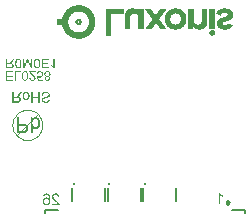
<source format=gbo>
G04*
G04 #@! TF.GenerationSoftware,Altium Limited,Altium Designer,23.5.1 (21)*
G04*
G04 Layer_Color=32896*
%FSLAX44Y44*%
%MOMM*%
G71*
G04*
G04 #@! TF.SameCoordinates,8A31CEE1-4E44-459D-8F00-06555A1585A0*
G04*
G04*
G04 #@! TF.FilePolarity,Positive*
G04*
G01*
G75*
%ADD10C,0.2000*%
%ADD11C,0.2540*%
%ADD12C,0.2500*%
%ADD72C,0.1080*%
G36*
X186160Y237778D02*
X186222Y237763D01*
X186261Y237709D01*
X186276Y227980D01*
Y227964D01*
Y220753D01*
X186261Y220690D01*
X186207Y220651D01*
X181575Y220636D01*
X181513Y220651D01*
X181474Y220690D01*
X181459Y220830D01*
X181474Y220877D01*
X181466Y237608D01*
X181474Y237677D01*
X181490Y237740D01*
X181521Y237771D01*
X181583Y237786D01*
X186036Y237778D01*
X186082Y237794D01*
X186160Y237778D01*
D02*
G37*
G36*
X179788Y237763D02*
X179811Y237740D01*
X179827Y227062D01*
X179811Y226301D01*
X179796Y226145D01*
X179772Y225936D01*
X179757Y225842D01*
X179741Y225780D01*
X179710Y225625D01*
X179671Y225368D01*
X179656Y225213D01*
X179547Y224871D01*
X179531Y224809D01*
X179500Y224622D01*
X179430Y224459D01*
X179399Y224382D01*
X179360Y224218D01*
X179314Y224109D01*
X179298Y224078D01*
X179275Y224055D01*
X179236Y223954D01*
X179221Y223892D01*
X179158Y223752D01*
X179104Y223667D01*
X179050Y223519D01*
X178987Y223426D01*
X178941Y223348D01*
X178894Y223239D01*
X178879Y223208D01*
X178832Y223162D01*
X178785Y223084D01*
X178754Y223006D01*
X178723Y222975D01*
X178708Y222944D01*
X178677Y222913D01*
X178599Y222773D01*
X178521Y222695D01*
X178475Y222617D01*
X178428Y222571D01*
X178319Y222431D01*
X178304Y222400D01*
X178195Y222291D01*
X178179Y222260D01*
X178063Y222143D01*
X177985Y222050D01*
X177954Y222035D01*
X177783Y221864D01*
X177752Y221848D01*
X177674Y221770D01*
X177534Y221662D01*
X177503Y221646D01*
X177464Y221607D01*
X177379Y221537D01*
X177348Y221522D01*
X177270Y221444D01*
X177130Y221366D01*
X177068Y221304D01*
X176959Y221242D01*
X176882Y221211D01*
X176796Y221126D01*
X176695Y221087D01*
X176609Y221048D01*
X176524Y220978D01*
X176353Y220916D01*
X176275Y220869D01*
X176167Y220807D01*
X176042Y220776D01*
X175848Y220675D01*
X175763Y220651D01*
X175638Y220620D01*
X175444Y220535D01*
X175382Y220519D01*
X175281Y220496D01*
X175172Y220480D01*
X174900Y220395D01*
X174838Y220380D01*
X174760Y220364D01*
X174636Y220348D01*
X174496Y220333D01*
X174371Y220317D01*
X174294Y220302D01*
X174201Y220286D01*
X174123Y220271D01*
X173960Y220247D01*
X173913Y220232D01*
X173354Y220216D01*
X173307Y220201D01*
X173206Y220209D01*
X172553Y220224D01*
X172367Y220240D01*
X172242Y220255D01*
X172149Y220271D01*
X172071Y220286D01*
X171978Y220302D01*
X171722Y220341D01*
X171566Y220356D01*
X171458Y220372D01*
X171395Y220387D01*
X171170Y220457D01*
X171069Y220480D01*
X171007Y220496D01*
X170898Y220512D01*
X170836Y220527D01*
X170704Y220582D01*
X170626Y220613D01*
X170541Y220636D01*
X170416Y220667D01*
X170183Y220776D01*
X170074Y220807D01*
X170012Y220822D01*
X169934Y220869D01*
X169903Y220885D01*
X169880Y220908D01*
X169779Y220947D01*
X169717Y220962D01*
X169639Y221009D01*
X169554Y221063D01*
X169406Y221118D01*
X169359Y221164D01*
X169219Y221242D01*
X169142Y221273D01*
X169064Y221351D01*
X168924Y221429D01*
X168893Y221444D01*
X168885Y221467D01*
X168846Y221491D01*
X168706Y221569D01*
X168652Y221623D01*
X168567Y221693D01*
X168536Y221708D01*
X168466Y221778D01*
X168380Y221848D01*
X168349Y221864D01*
X168326Y221887D01*
X168310Y221918D01*
X168271Y221957D01*
X168240Y221973D01*
X168201Y222011D01*
X168186Y222043D01*
X168132Y222097D01*
X168038Y222112D01*
X167999Y222074D01*
X167984Y221017D01*
X167999Y220768D01*
X167984Y220706D01*
X167914Y220651D01*
X163578Y220636D01*
X163469Y220651D01*
X163430Y220690D01*
X163415Y228399D01*
Y228415D01*
Y237569D01*
X163430Y237724D01*
X163469Y237763D01*
X168116Y237778D01*
X168178Y237763D01*
X168217Y237709D01*
X168233Y227715D01*
X168248Y227420D01*
X168264Y227358D01*
X168279Y227249D01*
X168295Y227187D01*
X168310Y227140D01*
X168326Y226985D01*
X168341Y226923D01*
X168357Y226814D01*
X168466Y226581D01*
X168497Y226456D01*
X168528Y226379D01*
X168543Y226348D01*
X168590Y226301D01*
X168605Y226270D01*
X168637Y226192D01*
X168675Y226107D01*
X168745Y226021D01*
X168808Y225912D01*
X168823Y225881D01*
X168846Y225874D01*
X168916Y225788D01*
X168932Y225757D01*
X169041Y225648D01*
X169056Y225617D01*
X169251Y225423D01*
X169282Y225407D01*
X169352Y225337D01*
X169437Y225267D01*
X169468Y225252D01*
X169546Y225174D01*
X169686Y225096D01*
X169717Y225081D01*
X169787Y225011D01*
X169888Y224972D01*
X169996Y224925D01*
X170028Y224894D01*
X170113Y224840D01*
X170175Y224825D01*
X170276Y224801D01*
X170393Y224731D01*
X170471Y224700D01*
X170533Y224685D01*
X170665Y224661D01*
X170727Y224646D01*
X170952Y224576D01*
X171100Y224552D01*
X171147Y224537D01*
X171939Y224521D01*
X172141Y224537D01*
X172351Y224560D01*
X172429Y224576D01*
X172491Y224591D01*
X172569Y224622D01*
X172693Y224653D01*
X172786Y224669D01*
X172864Y224685D01*
X172965Y224708D01*
X173081Y224778D01*
X173183Y224817D01*
X173245Y224832D01*
X173323Y224863D01*
X173354Y224879D01*
X173408Y224933D01*
X173509Y224972D01*
X173587Y225003D01*
X173649Y225065D01*
X173789Y225143D01*
X173843Y225198D01*
X173929Y225267D01*
X173960Y225283D01*
X173999Y225322D01*
X174037Y225376D01*
X174069Y225392D01*
X174154Y225477D01*
X174170Y225508D01*
X174208Y225547D01*
X174239Y225563D01*
X174263Y225586D01*
X174309Y225664D01*
X174403Y225757D01*
X174465Y225866D01*
X174480Y225897D01*
X174511Y225928D01*
X174527Y225959D01*
X174566Y225998D01*
X174597Y226075D01*
X174636Y226177D01*
X174667Y226208D01*
X174706Y226262D01*
X174744Y226363D01*
X174760Y226425D01*
X174838Y226596D01*
X174877Y226697D01*
X174892Y226775D01*
X174916Y226923D01*
X174931Y226985D01*
X174978Y227140D01*
X174993Y227187D01*
X175009Y227311D01*
X175024Y227358D01*
X175040Y237522D01*
X175055Y237724D01*
X175079Y237747D01*
X175133Y237786D01*
X179508Y237778D01*
X179710Y237794D01*
X179788Y237763D01*
D02*
G37*
G36*
X131764D02*
X131826Y237701D01*
X131857Y237685D01*
X131880Y237662D01*
X131943Y237553D01*
X132020Y237475D01*
X132098Y237367D01*
X132114Y237336D01*
X132160Y237289D01*
X132238Y237180D01*
X132253Y237149D01*
X132331Y237071D01*
X132393Y236963D01*
X132487Y236869D01*
X132533Y236792D01*
X132588Y236737D01*
X132689Y236590D01*
X132704Y236558D01*
X132782Y236481D01*
X132844Y236372D01*
X132937Y236279D01*
X132984Y236201D01*
X133077Y236108D01*
X133093Y236077D01*
X133155Y235983D01*
X133170Y235952D01*
X133232Y235890D01*
X133295Y235781D01*
X133349Y235727D01*
X133419Y235641D01*
X133435Y235610D01*
X133528Y235517D01*
X133590Y235408D01*
X133644Y235354D01*
X133745Y235206D01*
X133761Y235175D01*
X133800Y235136D01*
X133870Y235051D01*
X133885Y235020D01*
X133979Y234927D01*
X134041Y234818D01*
X134118Y234740D01*
X134181Y234631D01*
X134212Y234600D01*
X134320Y234460D01*
X134336Y234429D01*
X134429Y234336D01*
X134491Y234227D01*
X134569Y234149D01*
X134631Y234041D01*
X134693Y233979D01*
X134771Y233870D01*
X134787Y233839D01*
X134849Y233776D01*
X134927Y233668D01*
X134942Y233637D01*
X134965Y233613D01*
X134997Y233598D01*
X135082Y233466D01*
X135098Y233435D01*
X135175Y233357D01*
X135237Y233248D01*
X135315Y233170D01*
X135362Y233093D01*
X135393Y233062D01*
X135408Y233030D01*
X135432Y233023D01*
X135455Y232999D01*
X135517Y232891D01*
X135556Y232852D01*
X135626Y232766D01*
X135688Y232658D01*
X135758Y232588D01*
X135836Y232463D01*
X135913Y232417D01*
X136022Y232463D01*
X136123Y232611D01*
X136139Y232642D01*
X136216Y232720D01*
X136302Y232852D01*
X136356Y232891D01*
X136419Y232999D01*
X136496Y233077D01*
X136574Y233217D01*
X136652Y233295D01*
X136714Y233403D01*
X136792Y233481D01*
X136869Y233590D01*
X136885Y233621D01*
X136931Y233668D01*
X137009Y233776D01*
X137025Y233808D01*
X137048Y233831D01*
X137118Y233916D01*
X137180Y234025D01*
X137203Y234049D01*
X137234Y234064D01*
X137304Y234165D01*
X137320Y234196D01*
X137374Y234251D01*
X137475Y234398D01*
X137491Y234429D01*
X137553Y234491D01*
X137615Y234600D01*
X137693Y234678D01*
X137732Y234732D01*
X137794Y234826D01*
X137825Y234841D01*
X137911Y234973D01*
X137926Y235004D01*
X138004Y235082D01*
X138019Y235113D01*
X138082Y235206D01*
X138097Y235237D01*
X138120Y235245D01*
X138144Y235268D01*
X138206Y235377D01*
X138299Y235471D01*
X138361Y235579D01*
X138392Y235610D01*
X138408Y235641D01*
X138431Y235649D01*
X138455Y235688D01*
X138517Y235797D01*
X138610Y235890D01*
X138625Y235921D01*
X138695Y236022D01*
X138727Y236038D01*
X138812Y236170D01*
X138828Y236201D01*
X138890Y236263D01*
X138952Y236372D01*
X139045Y236465D01*
X139107Y236574D01*
X139170Y236636D01*
X139247Y236745D01*
X139263Y236776D01*
X139286Y236799D01*
X139356Y236885D01*
X139418Y236994D01*
X139496Y237071D01*
X139543Y237149D01*
X139612Y237219D01*
X139713Y237367D01*
X139729Y237398D01*
X139791Y237460D01*
X139853Y237569D01*
X139978Y237693D01*
X139993Y237724D01*
X140040Y237771D01*
X140102Y237786D01*
X145161Y237778D01*
X145223Y237763D01*
X145262Y237724D01*
X145246Y237662D01*
X145184Y237569D01*
X145169Y237538D01*
X145130Y237499D01*
X145060Y237413D01*
X145044Y237382D01*
X144966Y237304D01*
X144889Y237165D01*
X144811Y237087D01*
X144749Y236978D01*
X144656Y236885D01*
X144594Y236776D01*
X144500Y236683D01*
X144438Y236574D01*
X144423Y236543D01*
X144376Y236496D01*
X144298Y236388D01*
X144283Y236356D01*
X144221Y236294D01*
X144143Y236185D01*
X144127Y236154D01*
X144081Y236108D01*
X144003Y235999D01*
X143987Y235968D01*
X143910Y235890D01*
X143894Y235859D01*
X143832Y235766D01*
X143816Y235735D01*
X143793Y235727D01*
X143770Y235704D01*
X143708Y235595D01*
X143614Y235502D01*
X143537Y235362D01*
X143459Y235284D01*
X143397Y235175D01*
X143335Y235113D01*
X143257Y235004D01*
X143241Y234973D01*
X143164Y234895D01*
X143102Y234787D01*
X143047Y234732D01*
X142946Y234585D01*
X142931Y234554D01*
X142892Y234515D01*
X142822Y234429D01*
X142806Y234398D01*
X142752Y234344D01*
X142651Y234196D01*
X142635Y234165D01*
X142573Y234103D01*
X142511Y233994D01*
X142418Y233901D01*
X142356Y233792D01*
X142262Y233699D01*
X142200Y233590D01*
X142185Y233559D01*
X142138Y233512D01*
X142060Y233403D01*
X142045Y233372D01*
X141967Y233295D01*
X141920Y233217D01*
X141889Y233186D01*
X141874Y233155D01*
X141850Y233147D01*
X141765Y233015D01*
X141749Y232984D01*
X141687Y232922D01*
X141672Y232891D01*
X141594Y232782D01*
X141578Y232751D01*
X141555Y232743D01*
X141532Y232720D01*
X141470Y232611D01*
X141376Y232518D01*
X141299Y232378D01*
X141221Y232300D01*
X141159Y232191D01*
X141097Y232129D01*
X141019Y232020D01*
X141003Y231989D01*
X140926Y231912D01*
X140864Y231803D01*
X140809Y231748D01*
X140708Y231601D01*
X140693Y231570D01*
X140669Y231546D01*
X140638Y231531D01*
X140584Y231445D01*
X140568Y231414D01*
X140514Y231360D01*
X140413Y231212D01*
X140397Y231181D01*
X140335Y231119D01*
X140273Y231010D01*
X140180Y230917D01*
X140118Y230808D01*
X140040Y230730D01*
X139978Y230621D01*
X139947Y230590D01*
X139931Y230559D01*
X139900Y230528D01*
X139822Y230420D01*
X139807Y230388D01*
X139729Y230311D01*
X139682Y230233D01*
X139628Y230179D01*
X139527Y230031D01*
X139511Y230000D01*
X139449Y229938D01*
X139387Y229829D01*
X139356Y229798D01*
X139340Y229767D01*
X139317Y229759D01*
X139294Y229736D01*
X139232Y229627D01*
X139138Y229534D01*
X139061Y229394D01*
X139006Y229339D01*
X138936Y229254D01*
X138921Y229114D01*
X138952Y229036D01*
X138968Y229005D01*
X139061Y228912D01*
X139123Y228803D01*
X139138Y228772D01*
X139201Y228710D01*
X139263Y228601D01*
X139309Y228554D01*
X139418Y228415D01*
X139434Y228384D01*
X139473Y228345D01*
X139574Y228197D01*
X139589Y228166D01*
X139636Y228119D01*
X139713Y228011D01*
X139729Y227980D01*
X139752Y227956D01*
X139783Y227941D01*
X139838Y227840D01*
X139869Y227808D01*
X139884Y227777D01*
X139923Y227738D01*
X140024Y227591D01*
X140040Y227560D01*
X140063Y227537D01*
X140133Y227451D01*
X140149Y227420D01*
X140242Y227327D01*
X140304Y227218D01*
X140320Y227187D01*
X140397Y227109D01*
X140413Y227078D01*
X140475Y226985D01*
X140584Y226845D01*
X140599Y226814D01*
X140693Y226721D01*
X140755Y226612D01*
X140770Y226581D01*
X140833Y226518D01*
X140895Y226410D01*
X140957Y226348D01*
X141034Y226239D01*
X141050Y226208D01*
X141128Y226130D01*
X141190Y226021D01*
X141221Y225990D01*
X141236Y225959D01*
X141283Y225912D01*
X141345Y225804D01*
X141407Y225741D01*
X141485Y225633D01*
X141501Y225602D01*
X141532Y225570D01*
X141540Y225563D01*
X141594Y225508D01*
X141656Y225399D01*
X141672Y225368D01*
X141734Y225306D01*
X141796Y225198D01*
X141858Y225135D01*
X141936Y225026D01*
X141952Y224995D01*
X142045Y224902D01*
X142107Y224793D01*
X142122Y224762D01*
X142185Y224700D01*
X142247Y224591D01*
X142309Y224529D01*
X142387Y224420D01*
X142402Y224389D01*
X142457Y224335D01*
X142558Y224187D01*
X142573Y224156D01*
X142635Y224094D01*
X142697Y223985D01*
X142760Y223923D01*
X142837Y223814D01*
X142853Y223783D01*
X142931Y223705D01*
X142946Y223674D01*
X143008Y223581D01*
X143024Y223550D01*
X143055Y223519D01*
X143133Y223410D01*
X143148Y223379D01*
X143210Y223317D01*
X143288Y223208D01*
X143304Y223177D01*
X143381Y223099D01*
X143443Y222990D01*
X143459Y222959D01*
X143506Y222913D01*
X143583Y222804D01*
X143599Y222773D01*
X143661Y222711D01*
X143739Y222602D01*
X143754Y222571D01*
X143832Y222493D01*
X143894Y222384D01*
X143910Y222353D01*
X143956Y222307D01*
X144034Y222198D01*
X144050Y222167D01*
X144073Y222143D01*
X144104Y222128D01*
X144189Y221996D01*
X144205Y221965D01*
X144283Y221887D01*
X144345Y221778D01*
X144360Y221747D01*
X144384Y221724D01*
X144415Y221708D01*
X144508Y221553D01*
X144539Y221537D01*
X144640Y221390D01*
X144656Y221359D01*
X144710Y221304D01*
X144819Y221133D01*
X144850Y221118D01*
X144936Y220986D01*
X144951Y220955D01*
X145060Y220846D01*
X145075Y220815D01*
X145122Y220768D01*
X145138Y220690D01*
X145099Y220651D01*
X140234Y220636D01*
X140125Y220651D01*
X140063Y220667D01*
X140024Y220706D01*
X139962Y220815D01*
X139947Y220846D01*
X139884Y220908D01*
X139822Y221017D01*
X139729Y221110D01*
X139667Y221219D01*
X139574Y221312D01*
X139511Y221421D01*
X139496Y221452D01*
X139434Y221514D01*
X139372Y221623D01*
X139278Y221716D01*
X139216Y221825D01*
X139138Y221903D01*
X139076Y222011D01*
X139030Y222058D01*
X139014Y222089D01*
X138983Y222120D01*
X138921Y222229D01*
X138874Y222276D01*
X138765Y222416D01*
X138750Y222447D01*
X138672Y222524D01*
X138610Y222633D01*
X138594Y222664D01*
X138571Y222672D01*
X138470Y222820D01*
X138455Y222851D01*
X138431Y222874D01*
X138400Y222889D01*
X138315Y223022D01*
X138299Y223053D01*
X138237Y223115D01*
X138175Y223224D01*
X138097Y223301D01*
X138035Y223410D01*
X138004Y223441D01*
X137988Y223472D01*
X137965Y223480D01*
X137895Y223581D01*
X137879Y223612D01*
X137856Y223636D01*
X137786Y223721D01*
X137724Y223830D01*
X137646Y223908D01*
X137584Y224016D01*
X137522Y224078D01*
X137444Y224187D01*
X137429Y224218D01*
X137390Y224257D01*
X137289Y224405D01*
X137273Y224436D01*
X137196Y224514D01*
X137134Y224622D01*
X137056Y224700D01*
X136994Y224809D01*
X136939Y224863D01*
X136838Y225011D01*
X136823Y225042D01*
X136745Y225120D01*
X136683Y225229D01*
X136621Y225291D01*
X136543Y225399D01*
X136527Y225431D01*
X136504Y225454D01*
X136434Y225539D01*
X136419Y225570D01*
X136388Y225648D01*
X136333Y225687D01*
X136271Y225672D01*
X136209Y225609D01*
X136139Y225524D01*
X136092Y225446D01*
X136014Y225368D01*
X135952Y225260D01*
X135921Y225229D01*
X135906Y225198D01*
X135875Y225166D01*
X135797Y225058D01*
X135781Y225026D01*
X135704Y224949D01*
X135657Y224871D01*
X135564Y224778D01*
X135486Y224638D01*
X135408Y224560D01*
X135346Y224451D01*
X135253Y224358D01*
X135191Y224249D01*
X135098Y224156D01*
X135035Y224047D01*
X135020Y224016D01*
X134958Y223954D01*
X134895Y223845D01*
X134818Y223768D01*
X134740Y223659D01*
X134725Y223628D01*
X134662Y223566D01*
X134600Y223457D01*
X134530Y223387D01*
X134422Y223216D01*
X134390Y223200D01*
X134367Y223177D01*
X134305Y223068D01*
X134212Y222975D01*
X134150Y222866D01*
X134134Y222835D01*
X134087Y222789D01*
X134010Y222680D01*
X133994Y222649D01*
X133932Y222586D01*
X133854Y222478D01*
X133839Y222447D01*
X133761Y222369D01*
X133699Y222260D01*
X133675Y222237D01*
X133605Y222151D01*
X133543Y222043D01*
X133504Y222004D01*
X133473Y221988D01*
X133419Y221887D01*
X133326Y221794D01*
X133248Y221654D01*
X133170Y221576D01*
X133108Y221467D01*
X133015Y221374D01*
X132953Y221265D01*
X132875Y221188D01*
X132813Y221079D01*
X132782Y221048D01*
X132766Y221017D01*
X132720Y220970D01*
X132657Y220861D01*
X132564Y220768D01*
X132518Y220690D01*
X132463Y220651D01*
X127288Y220636D01*
X127202Y220659D01*
X127187Y220753D01*
X127311Y220877D01*
X127327Y220908D01*
X127404Y220986D01*
X127482Y221126D01*
X127560Y221203D01*
X127622Y221312D01*
X127684Y221374D01*
X127762Y221483D01*
X127777Y221514D01*
X127855Y221592D01*
X127917Y221700D01*
X127972Y221755D01*
X128073Y221903D01*
X128088Y221934D01*
X128127Y221973D01*
X128197Y222058D01*
X128212Y222089D01*
X128306Y222182D01*
X128368Y222291D01*
X128384Y222322D01*
X128430Y222369D01*
X128508Y222478D01*
X128523Y222509D01*
X128601Y222586D01*
X128663Y222695D01*
X128757Y222789D01*
X128819Y222897D01*
X128896Y222975D01*
X128974Y223115D01*
X129052Y223193D01*
X129098Y223270D01*
X129168Y223340D01*
X129269Y223488D01*
X129285Y223519D01*
X129347Y223581D01*
X129409Y223690D01*
X129502Y223783D01*
X129565Y223892D01*
X129627Y223954D01*
X129705Y224063D01*
X129720Y224094D01*
X129798Y224172D01*
X129860Y224280D01*
X129875Y224312D01*
X129953Y224389D01*
X130000Y224467D01*
X130031Y224498D01*
X130047Y224529D01*
X130070Y224537D01*
X130093Y224560D01*
X130109Y224591D01*
X130171Y224685D01*
X130186Y224716D01*
X130248Y224778D01*
X130311Y224887D01*
X130373Y224949D01*
X130451Y225058D01*
X130466Y225089D01*
X130544Y225166D01*
X130606Y225275D01*
X130660Y225330D01*
X130761Y225477D01*
X130777Y225508D01*
X130839Y225570D01*
X130886Y225648D01*
X130917Y225679D01*
X130932Y225710D01*
X130956Y225718D01*
X131057Y225866D01*
X131072Y225897D01*
X131134Y225959D01*
X131197Y226068D01*
X131290Y226161D01*
X131352Y226270D01*
X131414Y226332D01*
X131492Y226441D01*
X131507Y226472D01*
X131585Y226550D01*
X131601Y226581D01*
X131663Y226674D01*
X131678Y226705D01*
X131741Y226767D01*
X131826Y226899D01*
X131857Y226915D01*
X131958Y227062D01*
X131974Y227094D01*
X132036Y227156D01*
X132098Y227264D01*
X132160Y227327D01*
X132238Y227435D01*
X132253Y227467D01*
X132331Y227544D01*
X132393Y227653D01*
X132487Y227746D01*
X132549Y227855D01*
X132564Y227886D01*
X132595Y227917D01*
X132704Y228057D01*
X132720Y228088D01*
X132766Y228119D01*
X132829Y228228D01*
X132883Y228283D01*
X132984Y228430D01*
X132999Y228461D01*
X133077Y228539D01*
X133139Y228648D01*
X133248Y228757D01*
X133310Y228865D01*
X133326Y228927D01*
X133264Y229067D01*
X133248Y229098D01*
X133186Y229161D01*
X133108Y229269D01*
X133093Y229300D01*
X133031Y229363D01*
X132976Y229448D01*
X132914Y229541D01*
X132883Y229557D01*
X132813Y229674D01*
X132720Y229767D01*
X132657Y229876D01*
X132603Y229930D01*
X132502Y230078D01*
X132487Y230109D01*
X132409Y230186D01*
X132347Y230295D01*
X132269Y230373D01*
X132222Y230451D01*
X132129Y230544D01*
X132051Y230684D01*
X131974Y230761D01*
X131911Y230870D01*
X131865Y230917D01*
X131756Y231057D01*
X131741Y231088D01*
X131678Y231150D01*
X131616Y231259D01*
X131585Y231290D01*
X131476Y231430D01*
X131461Y231461D01*
X131430Y231492D01*
X131321Y231632D01*
X131305Y231663D01*
X131228Y231740D01*
X131166Y231849D01*
X131111Y231904D01*
X131010Y232051D01*
X130995Y232083D01*
X130917Y232160D01*
X130870Y232238D01*
X130808Y232300D01*
X130730Y232409D01*
X130715Y232440D01*
X130676Y232479D01*
X130575Y232626D01*
X130559Y232658D01*
X130482Y232735D01*
X130396Y232867D01*
X130365Y232883D01*
X130342Y232906D01*
X130264Y233046D01*
X130186Y233124D01*
X130124Y233233D01*
X130031Y233326D01*
X129969Y233435D01*
X129907Y233497D01*
X129829Y233605D01*
X129813Y233637D01*
X129759Y233691D01*
X129658Y233839D01*
X129642Y233870D01*
X129580Y233932D01*
X129534Y234010D01*
X129440Y234103D01*
X129378Y234212D01*
X129324Y234266D01*
X129223Y234414D01*
X129207Y234445D01*
X129129Y234522D01*
X129067Y234631D01*
X129044Y234655D01*
X129013Y234670D01*
X128943Y234771D01*
X128927Y234802D01*
X128904Y234826D01*
X128834Y234911D01*
X128772Y235020D01*
X128710Y235082D01*
X128632Y235191D01*
X128617Y235222D01*
X128554Y235284D01*
X128477Y235393D01*
X128461Y235424D01*
X128415Y235471D01*
X128337Y235579D01*
X128321Y235610D01*
X128244Y235688D01*
X128181Y235797D01*
X128119Y235859D01*
X128042Y235968D01*
X128026Y235999D01*
X127948Y236077D01*
X127886Y236185D01*
X127855Y236217D01*
X127840Y236248D01*
X127816Y236255D01*
X127793Y236294D01*
X127707Y236426D01*
X127653Y236465D01*
X127591Y236574D01*
X127498Y236667D01*
X127420Y236807D01*
X127342Y236885D01*
X127280Y236994D01*
X127226Y237048D01*
X127156Y237134D01*
X127140Y237165D01*
X127063Y237242D01*
X126985Y237382D01*
X126907Y237460D01*
X126845Y237569D01*
X126736Y237677D01*
X126744Y237763D01*
X126798Y237786D01*
X131531Y237778D01*
X131639Y237794D01*
X131764Y237763D01*
D02*
G37*
G36*
X71516Y240895D02*
X71944Y240856D01*
X72006Y240840D01*
X72216Y240817D01*
X72309Y240801D01*
X72433Y240786D01*
X72705Y240763D01*
X72954Y240747D01*
X73140Y240700D01*
X73226Y240677D01*
X73288Y240662D01*
X73459Y240630D01*
X73739Y240599D01*
X73863Y240568D01*
X73964Y240529D01*
X74042Y240498D01*
X74190Y240475D01*
X74314Y240459D01*
X74391Y240444D01*
X74454Y240428D01*
X74625Y240351D01*
X74687Y240335D01*
X74834Y240312D01*
X74959Y240281D01*
X75161Y240187D01*
X75223Y240172D01*
X75332Y240156D01*
X75526Y240071D01*
X75604Y240040D01*
X75705Y240016D01*
X75767Y240001D01*
X75876Y239954D01*
X75930Y239916D01*
X76008Y239884D01*
X76124Y239861D01*
X76264Y239799D01*
X76319Y239760D01*
X76396Y239729D01*
X76497Y239706D01*
X76575Y239675D01*
X76606Y239643D01*
X76715Y239581D01*
X76777Y239566D01*
X76886Y239535D01*
X76917Y239504D01*
X77003Y239449D01*
X77104Y239410D01*
X77166Y239395D01*
X77197Y239364D01*
X77228Y239348D01*
X77267Y239309D01*
X77461Y239239D01*
X77492Y239208D01*
X77523Y239193D01*
X77554Y239162D01*
X77585Y239146D01*
X77741Y239084D01*
X77787Y239037D01*
X77927Y238960D01*
X77989Y238944D01*
X78013Y238921D01*
X78098Y238851D01*
X78129Y238835D01*
X78238Y238789D01*
X78285Y238742D01*
X78456Y238649D01*
X78518Y238587D01*
X78689Y238493D01*
X78720Y238478D01*
X78766Y238431D01*
X78875Y238369D01*
X78906Y238338D01*
X78938Y238323D01*
X78945Y238299D01*
X78969Y238276D01*
X79077Y238214D01*
X79108Y238198D01*
X79186Y238120D01*
X79295Y238058D01*
X79326Y238043D01*
X79404Y237965D01*
X79481Y237918D01*
X79575Y237825D01*
X79652Y237778D01*
X79722Y237709D01*
X79808Y237639D01*
X79839Y237623D01*
X79932Y237530D01*
X79963Y237514D01*
X79994Y237483D01*
X80025Y237468D01*
X80119Y237374D01*
X80150Y237359D01*
X80181Y237328D01*
X80212Y237312D01*
X80336Y237188D01*
X80367Y237172D01*
X80422Y237118D01*
X80437Y237087D01*
X80461Y237064D01*
X80492Y237048D01*
X80663Y236877D01*
X80694Y236861D01*
X80717Y236838D01*
X80732Y236807D01*
X80787Y236753D01*
X80818Y236737D01*
X80857Y236698D01*
X80872Y236667D01*
X81028Y236512D01*
X81043Y236481D01*
X81067Y236457D01*
X81098Y236442D01*
X81152Y236388D01*
X81168Y236356D01*
X81323Y236201D01*
X81339Y236170D01*
X81432Y236077D01*
X81447Y236046D01*
X81479Y236014D01*
X81494Y235983D01*
X81564Y235914D01*
X81634Y235828D01*
X81650Y235797D01*
X81743Y235704D01*
X81789Y235626D01*
X81883Y235533D01*
X81929Y235455D01*
X82022Y235362D01*
X82085Y235253D01*
X82116Y235222D01*
X82131Y235191D01*
X82193Y235129D01*
X82256Y235020D01*
X82271Y234989D01*
X82295Y234981D01*
X82395Y234833D01*
X82411Y234802D01*
X82473Y234740D01*
X82543Y234608D01*
X82551Y234600D01*
Y234585D01*
X82613Y234522D01*
X82706Y234352D01*
X82753Y234305D01*
X82846Y234134D01*
X82862Y234103D01*
X82908Y234056D01*
X82971Y233948D01*
X83002Y233870D01*
X83017Y233839D01*
X83064Y233792D01*
X83110Y233714D01*
X83157Y233605D01*
X83173Y233574D01*
X83204Y233543D01*
X83243Y233489D01*
X83281Y233388D01*
X83313Y233310D01*
X83343Y233279D01*
X83359Y233248D01*
X83382Y233225D01*
X83413Y233147D01*
X83437Y233062D01*
X83499Y232968D01*
X83538Y232914D01*
X83577Y232813D01*
X83608Y232704D01*
X83639Y232673D01*
X83654Y232642D01*
X83678Y232619D01*
X83709Y232541D01*
X83732Y232440D01*
X83771Y232354D01*
X83841Y232269D01*
X83888Y232083D01*
X83911Y232013D01*
X83989Y231888D01*
X84027Y231725D01*
X84074Y231616D01*
X84090Y231585D01*
X84113Y231562D01*
X84144Y231484D01*
X84159Y231406D01*
X84175Y231313D01*
X84198Y231212D01*
X84268Y231096D01*
X84299Y231018D01*
X84323Y230870D01*
X84354Y230746D01*
X84393Y230660D01*
X84439Y230536D01*
X84463Y230435D01*
X84494Y230249D01*
X84532Y230116D01*
X84587Y229969D01*
X84602Y229907D01*
X84618Y229798D01*
X84634Y229642D01*
X84665Y229518D01*
X84703Y229386D01*
X84735Y229262D01*
X84750Y229168D01*
X84773Y228881D01*
X84789Y228819D01*
X84812Y228609D01*
X84843Y228453D01*
X84859Y228391D01*
X84890Y228189D01*
X84906Y227987D01*
X84929Y227296D01*
X84944Y226767D01*
X84929Y226239D01*
X84913Y225617D01*
X84898Y225275D01*
X84874Y225065D01*
X84859Y224988D01*
X84843Y224925D01*
X84828Y224848D01*
X84797Y224661D01*
X84773Y224467D01*
X84742Y224156D01*
X84696Y223970D01*
X84672Y223884D01*
X84641Y223760D01*
X84618Y223581D01*
X84602Y223519D01*
X84587Y223410D01*
X84564Y223325D01*
X84501Y223154D01*
X84463Y222975D01*
X84447Y222866D01*
X84431Y222804D01*
X84369Y222664D01*
X84338Y222586D01*
X84307Y222384D01*
X84292Y222322D01*
X84237Y222221D01*
X84191Y222128D01*
X84175Y222050D01*
X84152Y221918D01*
X84105Y221809D01*
X84043Y221700D01*
X83996Y221514D01*
X83895Y221320D01*
X83872Y221234D01*
X83841Y221110D01*
X83763Y221001D01*
X83740Y220947D01*
X83716Y220861D01*
X83654Y220721D01*
X83577Y220582D01*
X83561Y220519D01*
X83514Y220411D01*
X83460Y220356D01*
X83406Y220209D01*
X83375Y220131D01*
X83343Y220100D01*
X83305Y220045D01*
X83250Y219898D01*
X83188Y219804D01*
X83126Y219696D01*
X83095Y219618D01*
X83064Y219587D01*
X83048Y219556D01*
X82994Y219486D01*
X82947Y219361D01*
X82877Y219276D01*
X82800Y219136D01*
X82784Y219105D01*
X82737Y219058D01*
X82722Y219027D01*
X82699Y219004D01*
X82660Y218903D01*
X82621Y218864D01*
X82551Y218779D01*
X82535Y218748D01*
X82504Y218670D01*
X82427Y218592D01*
X82349Y218452D01*
X82271Y218375D01*
X82193Y218235D01*
X82147Y218188D01*
X82069Y218079D01*
X82054Y218048D01*
X81999Y217994D01*
X81929Y217908D01*
X81914Y217877D01*
X81859Y217823D01*
X81789Y217737D01*
X81774Y217706D01*
X81681Y217613D01*
X81665Y217582D01*
X81634Y217551D01*
X81618Y217520D01*
X81525Y217427D01*
X81510Y217395D01*
X81479Y217364D01*
X81463Y217333D01*
X81393Y217263D01*
X81323Y217178D01*
X81308Y217147D01*
X81269Y217108D01*
X81238Y217092D01*
X81214Y217069D01*
X81199Y217038D01*
X81043Y216883D01*
X81028Y216852D01*
X80989Y216813D01*
X80958Y216797D01*
X80904Y216743D01*
X80888Y216712D01*
X80818Y216642D01*
X80787Y216626D01*
X80764Y216603D01*
X80748Y216572D01*
X80678Y216502D01*
X80647Y216486D01*
X80593Y216432D01*
X80577Y216401D01*
X80538Y216362D01*
X80507Y216346D01*
X80367Y216207D01*
X80336Y216191D01*
X80212Y216067D01*
X80181Y216051D01*
X80111Y215981D01*
X80025Y215911D01*
X79994Y215896D01*
X79924Y215826D01*
X79839Y215756D01*
X79808Y215740D01*
X79715Y215647D01*
X79660Y215608D01*
X79567Y215546D01*
X79551Y215515D01*
X79528Y215492D01*
X79419Y215429D01*
X79326Y215336D01*
X79186Y215259D01*
X79124Y215196D01*
X79015Y215134D01*
X78922Y215041D01*
X78813Y214979D01*
X78782Y214963D01*
X78735Y214917D01*
X78565Y214823D01*
X78502Y214761D01*
X78331Y214668D01*
X78300Y214652D01*
X78254Y214606D01*
X78199Y214567D01*
X78098Y214528D01*
X78067Y214497D01*
X78036Y214481D01*
X77989Y214435D01*
X77834Y214373D01*
X77803Y214357D01*
X77733Y214287D01*
X77632Y214248D01*
X77554Y214217D01*
X77508Y214171D01*
X77399Y214108D01*
X77337Y214093D01*
X77259Y214062D01*
X77212Y214015D01*
X77181Y214000D01*
X77158Y213976D01*
X77073Y213953D01*
X76971Y213914D01*
X76886Y213844D01*
X76832Y213821D01*
X76730Y213798D01*
X76622Y213751D01*
X76591Y213720D01*
X76536Y213681D01*
X76435Y213658D01*
X76295Y213596D01*
X76264Y213580D01*
X76241Y213557D01*
X76163Y213526D01*
X76047Y213502D01*
X75907Y213440D01*
X75876Y213425D01*
X75852Y213401D01*
X75775Y213370D01*
X75643Y213347D01*
X75386Y213230D01*
X75270Y213207D01*
X75207Y213192D01*
X75099Y213160D01*
X74967Y213090D01*
X74850Y213067D01*
X74788Y213052D01*
X74679Y213036D01*
X74617Y213020D01*
X74415Y212927D01*
X74259Y212912D01*
X74197Y212896D01*
X74088Y212881D01*
X73910Y212826D01*
X73832Y212795D01*
X73607Y212756D01*
X73451Y212741D01*
X73342Y212725D01*
X73234Y212694D01*
X73172Y212679D01*
X73086Y212655D01*
X73024Y212640D01*
X72931Y212624D01*
X72565Y212601D01*
X72457Y212585D01*
X72138Y212547D01*
X72045Y212531D01*
X71804Y212508D01*
X71757Y212492D01*
X71136Y212477D01*
X71089Y212461D01*
X70351Y212469D01*
X69947Y212484D01*
X69745Y212500D01*
X69574Y212515D01*
X69449Y212531D01*
X69372Y212547D01*
X69170Y212578D01*
X69014Y212593D01*
X68633Y212616D01*
X68571Y212632D01*
X68462Y212647D01*
X68400Y212663D01*
X68315Y212686D01*
X68253Y212702D01*
X68151Y212725D01*
X68105Y212741D01*
X67887Y212756D01*
X67825Y212772D01*
X67716Y212787D01*
X67538Y212842D01*
X67460Y212873D01*
X67359Y212896D01*
X67141Y212927D01*
X67079Y212943D01*
X66947Y212997D01*
X66869Y213028D01*
X66807Y213044D01*
X66644Y213067D01*
X66582Y213083D01*
X66403Y213168D01*
X66341Y213184D01*
X66224Y213207D01*
X66115Y213238D01*
X65952Y213324D01*
X65890Y213339D01*
X65758Y213362D01*
X65680Y213393D01*
X65587Y213456D01*
X65533Y213479D01*
X65370Y213518D01*
X65261Y213564D01*
X65222Y213603D01*
X65074Y213658D01*
X65012Y213673D01*
X64927Y213712D01*
X64802Y213790D01*
X64701Y213813D01*
X64623Y213844D01*
X64600Y213867D01*
X64476Y213945D01*
X64375Y213969D01*
X64282Y214031D01*
X64227Y214069D01*
X64126Y214108D01*
X64041Y214147D01*
X63955Y214217D01*
X63784Y214279D01*
X63761Y214303D01*
X63675Y214373D01*
X63520Y214435D01*
X63473Y214481D01*
X63302Y214575D01*
X63271Y214590D01*
X63225Y214637D01*
X63054Y214730D01*
X63023Y214746D01*
X63015Y214769D01*
X62992Y214792D01*
X62852Y214870D01*
X62821Y214886D01*
X62774Y214932D01*
X62603Y215025D01*
X62564Y215064D01*
X62549Y215095D01*
X62417Y215165D01*
X62339Y215243D01*
X62199Y215321D01*
X62145Y215375D01*
X62059Y215445D01*
X62028Y215461D01*
X61974Y215515D01*
X61888Y215585D01*
X61857Y215600D01*
X61764Y215694D01*
X61686Y215740D01*
X61577Y215849D01*
X61546Y215865D01*
X61515Y215896D01*
X61484Y215911D01*
X61391Y216005D01*
X61360Y216020D01*
X61329Y216051D01*
X61298Y216067D01*
X61173Y216191D01*
X61142Y216207D01*
X61103Y216245D01*
X61088Y216276D01*
X61049Y216315D01*
X61018Y216331D01*
X60862Y216486D01*
X60831Y216502D01*
X60808Y216525D01*
X60792Y216556D01*
X60761Y216587D01*
X60668Y216665D01*
X60653Y216696D01*
X60552Y216797D01*
X60521Y216813D01*
X60513Y216836D01*
X60482Y216867D01*
X60466Y216898D01*
X60443Y216922D01*
X60412Y216937D01*
X60357Y216991D01*
X60342Y217022D01*
X60217Y217147D01*
X60202Y217178D01*
X60116Y217263D01*
X60047Y217349D01*
X60031Y217380D01*
X59961Y217450D01*
X59891Y217535D01*
X59875Y217567D01*
X59782Y217660D01*
X59736Y217737D01*
X59627Y217846D01*
X59541Y217978D01*
X59487Y218017D01*
X59425Y218126D01*
X59409Y218157D01*
X59339Y218227D01*
X59231Y218398D01*
X59199Y218414D01*
X59176Y218452D01*
X59114Y218561D01*
X59067Y218608D01*
X59052Y218639D01*
X59013Y218678D01*
X58974Y218779D01*
X58935Y218818D01*
X58857Y218911D01*
X58819Y219012D01*
X58772Y219058D01*
X58756Y219090D01*
X58725Y219121D01*
X58710Y219152D01*
X58663Y219261D01*
X58578Y219346D01*
X58539Y219447D01*
X58508Y219525D01*
X58461Y219571D01*
X58422Y219626D01*
X58383Y219727D01*
X58259Y219913D01*
X58244Y219975D01*
X58197Y220084D01*
X58166Y220115D01*
X58127Y220170D01*
X58073Y220317D01*
X58034Y220387D01*
X57956Y220512D01*
X57933Y220628D01*
X57871Y220721D01*
X57816Y220807D01*
X57793Y220892D01*
X57731Y221032D01*
X57676Y221118D01*
X57638Y221281D01*
X57521Y221506D01*
X57482Y221685D01*
X57381Y221879D01*
X57365Y221942D01*
X57327Y222120D01*
X57264Y222260D01*
X57241Y222283D01*
X57218Y222369D01*
X57202Y222431D01*
X57187Y222540D01*
X57171Y222602D01*
X57086Y222796D01*
X57070Y222858D01*
X57047Y222990D01*
X57016Y223177D01*
X56961Y223309D01*
X56930Y223387D01*
X56907Y223535D01*
X56891Y223643D01*
X56876Y223799D01*
X56845Y223876D01*
X56759Y223946D01*
X56666Y223962D01*
X56604Y223977D01*
X56557Y223962D01*
X52866Y223970D01*
X52672Y223962D01*
X52594Y223993D01*
X52579Y224055D01*
X52586Y229207D01*
X52571Y229254D01*
X52586Y229363D01*
X52633Y229409D01*
X56620Y229401D01*
X56728Y229417D01*
X56806Y229448D01*
X56837Y229479D01*
X56868Y229557D01*
X56884Y229635D01*
X56907Y229829D01*
X56923Y229938D01*
X56938Y230000D01*
X56977Y230101D01*
X57008Y230179D01*
X57031Y230264D01*
X57047Y230326D01*
X57063Y230482D01*
X57094Y230590D01*
X57132Y230676D01*
X57164Y230754D01*
X57187Y230839D01*
X57202Y230901D01*
X57218Y231010D01*
X57303Y231204D01*
X57334Y231282D01*
X57350Y231375D01*
X57373Y231476D01*
X57474Y231671D01*
X57498Y231772D01*
X57529Y231880D01*
X57560Y231958D01*
X57599Y231997D01*
X57630Y232075D01*
X57653Y232176D01*
X57684Y232285D01*
X57715Y232316D01*
X57731Y232347D01*
X57754Y232370D01*
X57785Y232448D01*
X57808Y232564D01*
X57871Y232658D01*
X57933Y232766D01*
X57964Y232891D01*
X58073Y233046D01*
X58088Y233108D01*
X58135Y233217D01*
X58150Y233248D01*
X58182Y233279D01*
X58197Y233310D01*
X58220Y233333D01*
X58244Y233419D01*
X58275Y233497D01*
X58321Y233543D01*
X58383Y233652D01*
X58430Y233761D01*
X58446Y233792D01*
X58508Y233854D01*
X58523Y233885D01*
X58593Y234049D01*
X58624Y234064D01*
X58663Y234118D01*
X58679Y234149D01*
X58725Y234258D01*
X58772Y234305D01*
X58865Y234476D01*
X58927Y234538D01*
X59021Y234709D01*
X59083Y234771D01*
X59161Y234911D01*
X59238Y234989D01*
X59300Y235098D01*
X59324Y235121D01*
X59394Y235206D01*
X59456Y235315D01*
X59541Y235401D01*
X59619Y235525D01*
X59650Y235541D01*
X59720Y235626D01*
X59736Y235657D01*
X59806Y235727D01*
X59875Y235812D01*
X59891Y235844D01*
X59922Y235875D01*
X59938Y235906D01*
X60031Y235999D01*
X60047Y236030D01*
X60155Y236139D01*
X60171Y236170D01*
X60202Y236201D01*
X60217Y236232D01*
X60241Y236255D01*
X60272Y236271D01*
X60311Y236310D01*
X60326Y236341D01*
X60357Y236372D01*
X60373Y236403D01*
X60396Y236411D01*
X60466Y236481D01*
X60482Y236512D01*
X60552Y236582D01*
X60583Y236597D01*
X60606Y236621D01*
X60622Y236652D01*
X60691Y236722D01*
X60746Y236761D01*
X60761Y236792D01*
X60847Y236877D01*
X60878Y236893D01*
X60917Y236931D01*
X60932Y236963D01*
X60971Y237001D01*
X61002Y237017D01*
X61158Y237172D01*
X61189Y237188D01*
X61243Y237242D01*
X61259Y237273D01*
X61313Y237312D01*
X61344Y237328D01*
X61453Y237437D01*
X61484Y237452D01*
X61515Y237483D01*
X61546Y237499D01*
X61639Y237592D01*
X61671Y237608D01*
X61702Y237639D01*
X61733Y237654D01*
X61810Y237732D01*
X61888Y237778D01*
X61981Y237872D01*
X62036Y237911D01*
X62129Y237973D01*
X62145Y238004D01*
X62199Y238043D01*
X62308Y238105D01*
X62339Y238120D01*
X62401Y238183D01*
X62510Y238245D01*
X62603Y238338D01*
X62735Y238408D01*
X62821Y238478D01*
X62961Y238556D01*
X63007Y238602D01*
X63116Y238680D01*
X63178Y238696D01*
X63209Y238727D01*
X63240Y238742D01*
X63271Y238773D01*
X63349Y238820D01*
X63427Y238851D01*
X63473Y238897D01*
X63613Y238975D01*
X63691Y239006D01*
X63738Y239053D01*
X63792Y239092D01*
X63893Y239131D01*
X63979Y239169D01*
X64064Y239239D01*
X64188Y239286D01*
X64266Y239317D01*
X64297Y239348D01*
X64352Y239387D01*
X64453Y239426D01*
X64515Y239441D01*
X64608Y239504D01*
X64717Y239566D01*
X64841Y239597D01*
X64950Y239675D01*
X65028Y239706D01*
X65136Y239737D01*
X65206Y239760D01*
X65300Y239822D01*
X65401Y239861D01*
X65463Y239877D01*
X65572Y239908D01*
X65665Y239970D01*
X65719Y239993D01*
X65805Y240016D01*
X65867Y240032D01*
X65976Y240063D01*
X66108Y240133D01*
X66271Y240172D01*
X66395Y240203D01*
X66574Y240289D01*
X66691Y240312D01*
X66753Y240327D01*
X66862Y240343D01*
X66994Y240397D01*
X67071Y240428D01*
X67172Y240452D01*
X67235Y240467D01*
X67390Y240483D01*
X67522Y240522D01*
X67646Y240568D01*
X67709Y240584D01*
X67786Y240599D01*
X68012Y240623D01*
X68074Y240638D01*
X68183Y240654D01*
X68268Y240677D01*
X68454Y240724D01*
X68532Y240739D01*
X68890Y240770D01*
X69076Y240786D01*
X69216Y240801D01*
X69309Y240817D01*
X69511Y240848D01*
X69651Y240863D01*
X69970Y240887D01*
X70016Y240902D01*
X71516Y240895D01*
D02*
G37*
G36*
X116937Y238183D02*
X116999Y238167D01*
X117209Y238144D01*
X117333Y238128D01*
X117574Y238105D01*
X117683Y238089D01*
X117838Y238074D01*
X117901Y238058D01*
X118126Y237988D01*
X118243Y237965D01*
X118305Y237949D01*
X118491Y237918D01*
X118670Y237833D01*
X118732Y237817D01*
X118911Y237778D01*
X119105Y237677D01*
X119229Y237646D01*
X119315Y237623D01*
X119424Y237545D01*
X119525Y237507D01*
X119610Y237483D01*
X119704Y237421D01*
X119758Y237382D01*
X119859Y237343D01*
X119937Y237312D01*
X119983Y237266D01*
X120092Y237203D01*
X120170Y237172D01*
X120216Y237126D01*
X120387Y237033D01*
X120465Y236955D01*
X120605Y236877D01*
X120683Y236799D01*
X120791Y236737D01*
X120846Y236683D01*
X120931Y236613D01*
X120962Y236597D01*
X121087Y236473D01*
X121118Y236457D01*
X121172Y236403D01*
X121188Y236372D01*
X121227Y236333D01*
X121366Y236255D01*
X121421Y236263D01*
X121436Y237662D01*
X121467Y237740D01*
X121491Y237763D01*
X125842Y237778D01*
X125905Y237763D01*
X125936Y237716D01*
X125951Y237623D01*
X125943Y221001D01*
X125959Y220799D01*
X125943Y220690D01*
X125905Y220651D01*
X121258Y220636D01*
X121172Y220675D01*
X121133Y220729D01*
X121141Y230668D01*
X121125Y231057D01*
X121110Y231119D01*
X121079Y231305D01*
X121063Y231367D01*
X121017Y231694D01*
X121001Y231756D01*
X120970Y231834D01*
X120947Y231857D01*
X120892Y232005D01*
X120877Y232067D01*
X120830Y232176D01*
X120815Y232207D01*
X120776Y232246D01*
X120737Y232347D01*
X120706Y232424D01*
X120644Y232486D01*
X120566Y232626D01*
X120550Y232658D01*
X120473Y232735D01*
X120426Y232813D01*
X120372Y232867D01*
X120341Y232883D01*
X120317Y232906D01*
X120302Y232937D01*
X120216Y233023D01*
X120185Y233038D01*
X120146Y233077D01*
X120131Y233108D01*
X120014Y233194D01*
X119983Y233209D01*
X119921Y233271D01*
X119812Y233333D01*
X119704Y233411D01*
X119470Y233536D01*
X119331Y233613D01*
X119206Y233644D01*
X119043Y233714D01*
X118919Y233761D01*
X118794Y233776D01*
X118701Y233792D01*
X118514Y233839D01*
X118437Y233854D01*
X118289Y233878D01*
X118227Y233893D01*
X117885Y233909D01*
X117870D01*
X117559Y233893D01*
X117403Y233878D01*
X117341Y233862D01*
X117232Y233846D01*
X117147Y233823D01*
X117085Y233808D01*
X117007Y233792D01*
X116859Y233769D01*
X116750Y233753D01*
X116517Y233644D01*
X116455Y233629D01*
X116346Y233598D01*
X116269Y233551D01*
X116160Y233489D01*
X116051Y233442D01*
X116020Y233427D01*
X115958Y233365D01*
X115849Y233302D01*
X115818Y233287D01*
X115795Y233264D01*
X115779Y233233D01*
X115756Y233225D01*
X115725Y233194D01*
X115694Y233178D01*
X115647Y233132D01*
X115616Y233116D01*
X115601Y233085D01*
X115569Y233069D01*
X115406Y232906D01*
X115391Y232875D01*
X115359Y232844D01*
X115344Y232813D01*
X115282Y232751D01*
X115204Y232642D01*
X115189Y232611D01*
X115103Y232525D01*
X115072Y232448D01*
X115033Y232347D01*
X114963Y232277D01*
X114932Y232199D01*
X114909Y232113D01*
X114784Y231849D01*
X114769Y231725D01*
X114738Y231601D01*
X114707Y231492D01*
X114668Y231360D01*
X114652Y231266D01*
X114637Y231127D01*
X114621Y220947D01*
X114629Y220753D01*
X114614Y220690D01*
X114575Y220651D01*
X109974Y220636D01*
X109866Y220651D01*
X109819Y220698D01*
X109803Y220760D01*
X109811Y231336D01*
X109827Y231445D01*
X109842Y232067D01*
X109858Y232316D01*
X109873Y232471D01*
X109897Y232681D01*
X109959Y232929D01*
X109974Y233023D01*
X109998Y233217D01*
X110013Y233279D01*
X110029Y233388D01*
X110068Y233489D01*
X110122Y233637D01*
X110138Y233699D01*
X110153Y233808D01*
X110184Y233932D01*
X110239Y234033D01*
X110270Y234111D01*
X110285Y234173D01*
X110309Y234274D01*
X110355Y234383D01*
X110433Y234522D01*
X110448Y234616D01*
X110495Y234725D01*
X110549Y234779D01*
X110588Y234880D01*
X110619Y234989D01*
X110666Y235035D01*
X110728Y235144D01*
X110775Y235253D01*
X110790Y235284D01*
X110814Y235292D01*
X110884Y235408D01*
X110915Y235486D01*
X110953Y235525D01*
X111054Y235673D01*
X111070Y235704D01*
X111148Y235781D01*
X111225Y235921D01*
X111280Y235976D01*
X111350Y236061D01*
X111365Y236092D01*
X111490Y236217D01*
X111505Y236248D01*
X111544Y236287D01*
X111575Y236302D01*
X111614Y236341D01*
X111629Y236372D01*
X111715Y236457D01*
X111746Y236473D01*
X111769Y236496D01*
X111785Y236527D01*
X111839Y236582D01*
X111870Y236597D01*
X111956Y236683D01*
X112041Y236753D01*
X112072Y236768D01*
X112166Y236861D01*
X112197Y236877D01*
X112290Y236939D01*
X112321Y236955D01*
X112383Y237017D01*
X112492Y237079D01*
X112554Y237141D01*
X112725Y237234D01*
X112756Y237250D01*
X112787Y237281D01*
X112927Y237359D01*
X113005Y237390D01*
X113036Y237421D01*
X113176Y237499D01*
X113238Y237514D01*
X113324Y237553D01*
X113448Y237631D01*
X113533Y237654D01*
X113596Y237670D01*
X113790Y237771D01*
X113852Y237786D01*
X113968Y237810D01*
X114054Y237833D01*
X114132Y237864D01*
X114225Y237911D01*
X114287Y237926D01*
X114513Y237965D01*
X114575Y237981D01*
X114684Y238012D01*
X114753Y238035D01*
X114878Y238066D01*
X114971Y238081D01*
X115243Y238105D01*
X115352Y238120D01*
X115562Y238144D01*
X115802Y238167D01*
X115849Y238183D01*
X116595Y238198D01*
X116937Y238183D01*
D02*
G37*
G36*
X194902Y238190D02*
X195229Y238175D01*
X195431Y238159D01*
X195524Y238144D01*
X195679Y238128D01*
X196013Y238105D01*
X196169Y238089D01*
X196379Y238066D01*
X196456Y238050D01*
X196643Y238004D01*
X196721Y237988D01*
X196907Y237957D01*
X197086Y237934D01*
X197148Y237918D01*
X197280Y237880D01*
X197451Y237817D01*
X197599Y237794D01*
X197723Y237763D01*
X197902Y237677D01*
X197964Y237662D01*
X198042Y237646D01*
X198143Y237623D01*
X198259Y237553D01*
X198337Y237522D01*
X198422Y237499D01*
X198484Y237483D01*
X198562Y237437D01*
X198593Y237421D01*
X198617Y237398D01*
X198764Y237343D01*
X198842Y237312D01*
X198873Y237297D01*
X198927Y237242D01*
X199028Y237203D01*
X199106Y237172D01*
X199137Y237157D01*
X199168Y237126D01*
X199370Y237017D01*
X199417Y236970D01*
X199588Y236877D01*
X199666Y236799D01*
X199774Y236737D01*
X199868Y236644D01*
X199946Y236597D01*
X200054Y236488D01*
X200085Y236473D01*
X200210Y236349D01*
X200241Y236333D01*
X200404Y236170D01*
X200420Y236139D01*
X200544Y236014D01*
X200559Y235983D01*
X200590Y235952D01*
X200606Y235921D01*
X200629Y235898D01*
X200660Y235882D01*
X200730Y235766D01*
X200808Y235688D01*
X200855Y235610D01*
X201010Y235393D01*
X201026Y235331D01*
X201057Y235300D01*
X201072Y235268D01*
X201096Y235261D01*
X201150Y235160D01*
X201212Y235020D01*
X201228Y234989D01*
X201266Y234950D01*
X201305Y234849D01*
X201336Y234740D01*
X201391Y234639D01*
X201437Y234546D01*
X201461Y234429D01*
X201492Y234321D01*
X201570Y234149D01*
X201585Y234103D01*
X201601Y233963D01*
X201616Y233901D01*
X201632Y233792D01*
X201663Y233668D01*
X201686Y233582D01*
X201717Y233427D01*
X201733Y233302D01*
X201756Y232844D01*
X201740Y232083D01*
X201717Y231873D01*
X201702Y231810D01*
X201686Y231717D01*
X201671Y231655D01*
X201655Y231577D01*
X201639Y231515D01*
X201624Y231437D01*
X201601Y231274D01*
X201570Y231150D01*
X201531Y231049D01*
X201484Y230956D01*
X201461Y230855D01*
X201445Y230793D01*
X201399Y230684D01*
X201383Y230653D01*
X201360Y230629D01*
X201305Y230482D01*
X201274Y230404D01*
X201259Y230373D01*
X201228Y230342D01*
X201166Y230233D01*
X201119Y230124D01*
X201072Y230078D01*
X200994Y229938D01*
X200932Y229876D01*
X200855Y229767D01*
X200839Y229736D01*
X200746Y229642D01*
X200730Y229611D01*
X200699Y229580D01*
X200684Y229549D01*
X200559Y229425D01*
X200544Y229394D01*
X200489Y229339D01*
X200458Y229324D01*
X200357Y229223D01*
X200272Y229153D01*
X200241Y229137D01*
X200194Y229091D01*
X200054Y228982D01*
X200023Y228966D01*
X199946Y228889D01*
X199837Y228826D01*
X199774Y228764D01*
X199604Y228671D01*
X199573Y228640D01*
X199464Y228562D01*
X199401Y228547D01*
X199238Y228430D01*
X199137Y228391D01*
X199060Y228360D01*
X199028Y228329D01*
X198889Y228251D01*
X198827Y228236D01*
X198741Y228197D01*
X198617Y228119D01*
X198516Y228096D01*
X198438Y228065D01*
X198345Y228003D01*
X198244Y227964D01*
X198166Y227948D01*
X198081Y227925D01*
X197964Y227855D01*
X197886Y227824D01*
X197785Y227801D01*
X197676Y227770D01*
X197474Y227676D01*
X197381Y227661D01*
X197319Y227645D01*
X197210Y227614D01*
X197125Y227575D01*
X197000Y227529D01*
X196868Y227505D01*
X196744Y227474D01*
X196674Y227451D01*
X196518Y227389D01*
X196456Y227373D01*
X196324Y227350D01*
X196200Y227319D01*
X196099Y227280D01*
X196021Y227249D01*
X195936Y227226D01*
X195874Y227210D01*
X195765Y227195D01*
X195640Y227164D01*
X195563Y227132D01*
X195477Y227094D01*
X195299Y227055D01*
X195190Y227039D01*
X195089Y227000D01*
X195011Y226969D01*
X194910Y226930D01*
X194848Y226915D01*
X194661Y226884D01*
X194483Y226798D01*
X194319Y226759D01*
X194257Y226744D01*
X194063Y226658D01*
X193985Y226627D01*
X193900Y226604D01*
X193760Y226542D01*
X193674Y226487D01*
X193589Y226464D01*
X193480Y226418D01*
X193433Y226371D01*
X193263Y226278D01*
X193123Y226169D01*
X193092Y226153D01*
X192851Y225912D01*
X192789Y225804D01*
X192726Y225710D01*
X192672Y225625D01*
X192656Y225563D01*
X192633Y225337D01*
X192617Y225291D01*
X192625Y225096D01*
X192649Y224871D01*
X192680Y224747D01*
X192742Y224653D01*
X192835Y224482D01*
X192851Y224451D01*
X192928Y224389D01*
X192944Y224358D01*
X193045Y224257D01*
X193076Y224242D01*
X193193Y224172D01*
X193286Y224094D01*
X193371Y224071D01*
X193449Y224040D01*
X193550Y223985D01*
X193628Y223954D01*
X194001Y223892D01*
X194133Y223869D01*
X194179Y223853D01*
X194475Y223838D01*
X194521Y223822D01*
X194809Y223830D01*
X194949Y223845D01*
X195026Y223861D01*
X195120Y223876D01*
X195198Y223892D01*
X195291Y223908D01*
X195547Y223946D01*
X195687Y224009D01*
X195804Y224063D01*
X195905Y224086D01*
X195982Y224117D01*
X196013Y224148D01*
X196215Y224257D01*
X196246Y224288D01*
X196386Y224397D01*
X196418Y224413D01*
X196557Y224552D01*
X196588Y224568D01*
X196612Y224591D01*
X196627Y224622D01*
X196674Y224669D01*
X196689Y224700D01*
X196728Y224739D01*
X196798Y224825D01*
X196860Y224933D01*
X196923Y224995D01*
X196969Y225073D01*
X197031Y225213D01*
X197109Y225322D01*
X197125Y225415D01*
X197171Y225524D01*
X197249Y225555D01*
X197350Y225547D01*
X197428Y225516D01*
X197568Y225438D01*
X197754Y225392D01*
X197886Y225322D01*
X197964Y225291D01*
X198127Y225252D01*
X198213Y225213D01*
X198306Y225151D01*
X198391Y225128D01*
X198516Y225096D01*
X198624Y225050D01*
X198648Y225026D01*
X198725Y224995D01*
X198811Y224972D01*
X198935Y224941D01*
X199052Y224871D01*
X199130Y224840D01*
X199192Y224825D01*
X199293Y224801D01*
X199487Y224700D01*
X199650Y224661D01*
X199759Y224615D01*
X199790Y224599D01*
X199813Y224576D01*
X199891Y224545D01*
X199953Y224529D01*
X200054Y224506D01*
X200155Y224467D01*
X200249Y224405D01*
X200334Y224382D01*
X200458Y224350D01*
X200567Y224304D01*
X200590Y224280D01*
X200668Y224249D01*
X200831Y224210D01*
X201026Y224109D01*
X201111Y224086D01*
X201189Y224055D01*
X201220Y224040D01*
X201259Y223970D01*
X201243Y223923D01*
X201189Y223822D01*
X201150Y223659D01*
X201088Y223519D01*
X201049Y223465D01*
X201010Y223363D01*
X200979Y223255D01*
X200932Y223208D01*
X200917Y223177D01*
X200893Y223154D01*
X200839Y223006D01*
X200808Y222975D01*
X200793Y222944D01*
X200746Y222897D01*
X200730Y222866D01*
X200699Y222789D01*
X200621Y222711D01*
X200559Y222602D01*
X200528Y222571D01*
X200513Y222540D01*
X200466Y222493D01*
X200388Y222384D01*
X200373Y222353D01*
X200350Y222330D01*
X200319Y222314D01*
X200295Y222291D01*
X200280Y222260D01*
X200249Y222229D01*
X200233Y222198D01*
X200210Y222175D01*
X200179Y222159D01*
X200147Y222128D01*
X200070Y222035D01*
X200039Y222019D01*
X199938Y221918D01*
X199852Y221848D01*
X199821Y221833D01*
X199728Y221739D01*
X199588Y221662D01*
X199510Y221584D01*
X199401Y221522D01*
X199339Y221460D01*
X199137Y221351D01*
X199091Y221304D01*
X198982Y221242D01*
X198904Y221211D01*
X198873Y221195D01*
X198842Y221164D01*
X198733Y221102D01*
X198671Y221087D01*
X198593Y221056D01*
X198570Y221032D01*
X198477Y220970D01*
X198391Y220947D01*
X198329Y220931D01*
X198220Y220885D01*
X198181Y220846D01*
X198104Y220815D01*
X198003Y220791D01*
X197878Y220760D01*
X197715Y220675D01*
X197653Y220659D01*
X197505Y220636D01*
X197397Y220605D01*
X197296Y220566D01*
X197218Y220535D01*
X197156Y220519D01*
X196868Y220480D01*
X196744Y220450D01*
X196635Y220418D01*
X196550Y220395D01*
X196363Y220364D01*
X196192Y220348D01*
X195905Y220325D01*
X195796Y220310D01*
X195454Y220278D01*
X195407Y220263D01*
X194786Y220247D01*
X194739Y220232D01*
X194576Y220240D01*
X194024Y220263D01*
X193674Y220302D01*
X193550Y220317D01*
X193185Y220341D01*
X193076Y220356D01*
X192866Y220380D01*
X192789Y220395D01*
X192540Y220457D01*
X192439Y220480D01*
X192330Y220496D01*
X192143Y220527D01*
X192011Y220566D01*
X191887Y220613D01*
X191708Y220651D01*
X191646Y220667D01*
X191483Y220737D01*
X191405Y220768D01*
X191227Y220807D01*
X191118Y220854D01*
X191087Y220869D01*
X191063Y220892D01*
X190916Y220947D01*
X190854Y220962D01*
X190776Y220993D01*
X190721Y221048D01*
X190597Y221094D01*
X190512Y221118D01*
X190465Y221164D01*
X190325Y221242D01*
X190247Y221273D01*
X190216Y221289D01*
X190170Y221335D01*
X190092Y221382D01*
X190014Y221413D01*
X189937Y221491D01*
X189797Y221569D01*
X189719Y221646D01*
X189610Y221708D01*
X189540Y221778D01*
X189455Y221848D01*
X189424Y221864D01*
X189400Y221887D01*
X189385Y221918D01*
X189346Y221957D01*
X189315Y221973D01*
X189074Y222213D01*
X189058Y222244D01*
X189004Y222299D01*
X188973Y222314D01*
X188903Y222416D01*
X188888Y222447D01*
X188841Y222493D01*
X188763Y222602D01*
X188748Y222633D01*
X188685Y222695D01*
X188592Y222866D01*
X188546Y222913D01*
X188468Y223053D01*
X188437Y223130D01*
X188406Y223162D01*
X188390Y223193D01*
X188367Y223216D01*
X188312Y223363D01*
X188266Y223472D01*
X188227Y223511D01*
X188196Y223589D01*
X188173Y223674D01*
X188157Y223736D01*
X188087Y223900D01*
X188056Y223977D01*
X188033Y224109D01*
X188017Y224172D01*
X188002Y224280D01*
X187971Y224389D01*
X187955Y224451D01*
X187924Y224529D01*
X187908Y224653D01*
X187893Y224700D01*
X187877Y225182D01*
X187862Y225229D01*
X187877Y225835D01*
X187893Y226177D01*
X187908Y226239D01*
X187924Y226348D01*
X187939Y226410D01*
X187963Y226495D01*
X187978Y226557D01*
X188017Y226721D01*
X188033Y226783D01*
X188048Y226891D01*
X188157Y227125D01*
X188173Y227187D01*
X188219Y227342D01*
X188250Y227373D01*
X188266Y227404D01*
X188289Y227428D01*
X188359Y227622D01*
X188406Y227669D01*
X188514Y227871D01*
X188577Y227933D01*
X188639Y228042D01*
X188732Y228135D01*
X188779Y228213D01*
X188833Y228267D01*
X188864Y228283D01*
X188942Y228391D01*
X188973Y228407D01*
X189058Y228492D01*
X189074Y228523D01*
X189097Y228531D01*
X189253Y228687D01*
X189284Y228702D01*
X189315Y228733D01*
X189346Y228749D01*
X189354Y228772D01*
X189439Y228842D01*
X189470Y228857D01*
X189548Y228935D01*
X189688Y229013D01*
X189719Y229044D01*
X189750Y229060D01*
X189781Y229091D01*
X189921Y229168D01*
X189983Y229230D01*
X190092Y229293D01*
X190201Y229339D01*
X190247Y229386D01*
X190325Y229433D01*
X190488Y229503D01*
X190574Y229573D01*
X190636Y229588D01*
X190807Y229666D01*
X190892Y229720D01*
X190978Y229743D01*
X191118Y229806D01*
X191149Y229821D01*
X191172Y229844D01*
X191273Y229883D01*
X191335Y229899D01*
X191444Y229930D01*
X191600Y230023D01*
X191693Y230039D01*
X191817Y230070D01*
X192050Y230179D01*
X192143Y230194D01*
X192206Y230210D01*
X192377Y230287D01*
X192431Y230311D01*
X192493Y230326D01*
X192610Y230350D01*
X192719Y230381D01*
X192804Y230420D01*
X192928Y230466D01*
X193045Y230489D01*
X193169Y230520D01*
X193363Y230606D01*
X193426Y230621D01*
X193503Y230637D01*
X193636Y230660D01*
X193799Y230730D01*
X193876Y230761D01*
X193954Y230777D01*
X194086Y230800D01*
X194249Y230870D01*
X194327Y230901D01*
X194568Y230956D01*
X194793Y231057D01*
X194855Y231072D01*
X194957Y231096D01*
X195019Y231111D01*
X195213Y231212D01*
X195275Y231228D01*
X195376Y231251D01*
X195485Y231298D01*
X195524Y231336D01*
X195602Y231367D01*
X195687Y231391D01*
X195796Y231437D01*
X195827Y231469D01*
X195936Y231531D01*
X195998Y231546D01*
X196107Y231624D01*
X196246Y231702D01*
X196278Y231733D01*
X196418Y231842D01*
X196449Y231857D01*
X196518Y231927D01*
X196534Y231958D01*
X196557Y231966D01*
X196627Y232036D01*
X196705Y232145D01*
X196721Y232176D01*
X196767Y232222D01*
X196829Y232331D01*
X196954Y232595D01*
X196969Y233124D01*
X196954Y233233D01*
X196923Y233341D01*
X196884Y233411D01*
X196845Y233512D01*
X196783Y233652D01*
X196674Y233792D01*
X196658Y233823D01*
X196588Y233893D01*
X196557Y233909D01*
X196487Y233979D01*
X196402Y234049D01*
X196270Y234118D01*
X196184Y234188D01*
X196130Y234212D01*
X196045Y234235D01*
X195967Y234266D01*
X195827Y234344D01*
X195679Y234367D01*
X195493Y234398D01*
X195415Y234414D01*
X195353Y234429D01*
X195198Y234460D01*
X195058Y234476D01*
X194809Y234491D01*
X194350Y234484D01*
X194288Y234468D01*
X194079Y234445D01*
X193923Y234414D01*
X193736Y234383D01*
X193597Y234367D01*
X193449Y234344D01*
X193286Y234274D01*
X193208Y234243D01*
X193130Y234227D01*
X193029Y234204D01*
X192928Y234165D01*
X192804Y234087D01*
X192719Y234064D01*
X192633Y234025D01*
X192548Y233955D01*
X192516Y233940D01*
X192408Y233893D01*
X192361Y233846D01*
X192252Y233769D01*
X192221Y233753D01*
X192143Y233675D01*
X192112Y233660D01*
X192081Y233629D01*
X192050Y233613D01*
X191809Y233372D01*
X191794Y233341D01*
X191763Y233310D01*
X191747Y233279D01*
X191654Y233186D01*
X191592Y233077D01*
X191530Y233015D01*
X191452Y232875D01*
X191413Y232790D01*
X191343Y232704D01*
X191312Y232626D01*
X191297Y232564D01*
X191258Y232479D01*
X191196Y232386D01*
X191180Y232323D01*
X191157Y232191D01*
X191118Y232152D01*
X191009Y232137D01*
X190753Y232253D01*
X190667Y232277D01*
X190543Y232308D01*
X190426Y232378D01*
X190348Y232409D01*
X190286Y232424D01*
X190185Y232448D01*
X189991Y232549D01*
X189828Y232588D01*
X189719Y232634D01*
X189587Y232704D01*
X189525Y232720D01*
X189424Y232743D01*
X189323Y232782D01*
X189229Y232844D01*
X189144Y232867D01*
X189020Y232898D01*
X188911Y232945D01*
X188888Y232968D01*
X188810Y232999D01*
X188724Y233023D01*
X188600Y233054D01*
X188483Y233124D01*
X188406Y233155D01*
X188344Y233170D01*
X188242Y233194D01*
X188048Y233295D01*
X187885Y233333D01*
X187776Y233380D01*
X187745Y233396D01*
X187722Y233419D01*
X187621Y233458D01*
X187434Y233505D01*
X187287Y233590D01*
X187201Y233613D01*
X187124Y233644D01*
X187100Y233668D01*
X187085Y233745D01*
X187108Y233815D01*
X187147Y233979D01*
X187271Y234243D01*
X187318Y234398D01*
X187349Y234429D01*
X187427Y234569D01*
X187442Y234616D01*
Y234631D01*
X187473Y234709D01*
X187504Y234740D01*
X187582Y234880D01*
X187613Y234958D01*
X187660Y235004D01*
X187753Y235175D01*
X187768Y235206D01*
X187831Y235268D01*
X187893Y235377D01*
X187971Y235455D01*
X188033Y235564D01*
X188079Y235610D01*
X188095Y235641D01*
X188118Y235649D01*
X188188Y235750D01*
X188204Y235781D01*
X188328Y235906D01*
X188344Y235937D01*
X188398Y235991D01*
X188429Y236007D01*
X188452Y236030D01*
X188468Y236061D01*
X188553Y236147D01*
X188584Y236162D01*
X188623Y236201D01*
X188639Y236232D01*
X188678Y236271D01*
X188709Y236287D01*
X188779Y236341D01*
X188794Y236372D01*
X188926Y236473D01*
X188958Y236488D01*
X189035Y236566D01*
X189144Y236628D01*
X189206Y236691D01*
X189315Y236768D01*
X189346Y236784D01*
X189408Y236846D01*
X189579Y236939D01*
X189610Y236955D01*
X189657Y237001D01*
X189734Y237048D01*
X189843Y237095D01*
X189874Y237110D01*
X189929Y237165D01*
X190030Y237203D01*
X190107Y237234D01*
X190139Y237250D01*
X190170Y237281D01*
X190278Y237343D01*
X190403Y237374D01*
X190480Y237421D01*
X190512Y237437D01*
X190535Y237460D01*
X190613Y237491D01*
X190714Y237514D01*
X190892Y237600D01*
X190970Y237631D01*
X191071Y237654D01*
X191133Y237670D01*
X191297Y237740D01*
X191374Y237771D01*
X191475Y237794D01*
X191584Y237810D01*
X191708Y237841D01*
X191840Y237895D01*
X191926Y237918D01*
X191973Y237934D01*
X192159Y237949D01*
X192221Y237965D01*
X192330Y237981D01*
X192392Y237996D01*
X192524Y238035D01*
X192680Y238066D01*
X192804Y238081D01*
X193177Y238113D01*
X193395Y238128D01*
X193667Y238151D01*
X193713Y238167D01*
X194117Y238183D01*
X194164Y238198D01*
X194902Y238190D01*
D02*
G37*
G36*
X153297D02*
X153499Y238175D01*
X153639Y238159D01*
X153794Y238144D01*
X153934Y238128D01*
X154089Y238113D01*
X154439Y238089D01*
X154501Y238074D01*
X154688Y238043D01*
X154773Y238019D01*
X154960Y237973D01*
X155053Y237957D01*
X155193Y237942D01*
X155286Y237926D01*
X155349Y237911D01*
X155473Y237864D01*
X155550Y237833D01*
X155613Y237817D01*
X155760Y237794D01*
X155916Y237747D01*
X156001Y237709D01*
X156149Y237654D01*
X156258Y237639D01*
X156522Y237514D01*
X156615Y237499D01*
X156755Y237437D01*
X156786Y237421D01*
X156809Y237398D01*
X156887Y237367D01*
X156988Y237343D01*
X157066Y237312D01*
X157097Y237281D01*
X157128Y237266D01*
X157151Y237242D01*
X157252Y237203D01*
X157361Y237172D01*
X157408Y237126D01*
X157439Y237110D01*
X157462Y237087D01*
X157563Y237048D01*
X157641Y237017D01*
X157664Y236994D01*
X157788Y236916D01*
X157889Y236877D01*
X157936Y236831D01*
X158138Y236722D01*
X158200Y236660D01*
X158340Y236582D01*
X158402Y236520D01*
X158573Y236426D01*
X158651Y236349D01*
X158659Y236341D01*
X158713Y236302D01*
X158744Y236287D01*
X158799Y236232D01*
X158884Y236162D01*
X158915Y236147D01*
X158970Y236092D01*
X159055Y236022D01*
X159086Y236007D01*
X159195Y235898D01*
X159226Y235882D01*
X159273Y235836D01*
X159304Y235820D01*
X159327Y235797D01*
X159366Y235742D01*
X159397Y235727D01*
X159793Y235331D01*
X159809Y235300D01*
X159918Y235191D01*
X159933Y235160D01*
X159964Y235129D01*
X159980Y235098D01*
X160042Y235035D01*
X160151Y234895D01*
X160166Y234864D01*
X160190Y234841D01*
X160221Y234826D01*
X160291Y234725D01*
X160306Y234693D01*
X160399Y234600D01*
X160462Y234491D01*
X160477Y234460D01*
X160524Y234414D01*
X160602Y234274D01*
X160648Y234227D01*
X160726Y234118D01*
X160741Y234056D01*
X160772Y234025D01*
X160788Y233994D01*
X160842Y233940D01*
X160897Y233792D01*
X160936Y233753D01*
X160998Y233660D01*
X161060Y233505D01*
X161130Y233419D01*
X161145Y233388D01*
X161177Y233310D01*
X161239Y233170D01*
X161278Y233116D01*
X161309Y233038D01*
X161332Y232953D01*
X161379Y232844D01*
X161456Y232704D01*
X161487Y232580D01*
X161565Y232409D01*
X161588Y232354D01*
X161627Y232191D01*
X161643Y232129D01*
X161728Y231935D01*
X161744Y231873D01*
X161767Y231772D01*
X161783Y231663D01*
X161798Y231601D01*
X161884Y231329D01*
X161915Y231142D01*
X161930Y231002D01*
X161946Y230909D01*
X161977Y230754D01*
X162008Y230629D01*
X162039Y230443D01*
X162055Y230287D01*
X162078Y229782D01*
X162094Y229347D01*
X162078Y228772D01*
X162062Y228290D01*
X162047Y228088D01*
X162024Y227878D01*
X162008Y227801D01*
X161961Y227614D01*
X161946Y227537D01*
X161923Y227311D01*
X161907Y227249D01*
X161891Y227140D01*
X161806Y226868D01*
X161791Y226806D01*
X161767Y226658D01*
X161752Y226596D01*
X161721Y226487D01*
X161643Y226317D01*
X161627Y226223D01*
X161612Y226161D01*
X161581Y226052D01*
X161495Y225889D01*
X161480Y225827D01*
X161464Y225749D01*
X161441Y225664D01*
X161363Y225555D01*
X161332Y225477D01*
X161317Y225415D01*
X161254Y225275D01*
X161192Y225166D01*
X161161Y225089D01*
X161145Y225026D01*
X161114Y224995D01*
X161099Y224964D01*
X161068Y224933D01*
X161052Y224902D01*
X160990Y224747D01*
X160975Y224716D01*
X160944Y224685D01*
X160835Y224482D01*
X160819Y224451D01*
X160788Y224420D01*
X160695Y224249D01*
X160617Y224172D01*
X160539Y224032D01*
X160524Y224001D01*
X160477Y223954D01*
X160415Y223845D01*
X160337Y223768D01*
X160299Y223713D01*
X160236Y223620D01*
X160205Y223604D01*
X160120Y223488D01*
X160104Y223457D01*
X160011Y223363D01*
X159995Y223332D01*
X159964Y223301D01*
X159949Y223270D01*
X159840Y223162D01*
X159824Y223130D01*
X159444Y222750D01*
X159389Y222711D01*
X159374Y222680D01*
X159319Y222625D01*
X159288Y222610D01*
X159203Y222524D01*
X159117Y222454D01*
X159086Y222439D01*
X159040Y222392D01*
X159009Y222377D01*
X158946Y222314D01*
X158869Y222268D01*
X158822Y222221D01*
X158682Y222112D01*
X158651Y222097D01*
X158643Y222074D01*
X158604Y222035D01*
X158496Y221973D01*
X158465Y221957D01*
X158441Y221934D01*
X158356Y221864D01*
X158325Y221848D01*
X158247Y221817D01*
X158169Y221739D01*
X157998Y221646D01*
X157967Y221631D01*
X157936Y221600D01*
X157827Y221537D01*
X157742Y221499D01*
X157656Y221429D01*
X157485Y221366D01*
X157439Y221320D01*
X157299Y221242D01*
X157206Y221227D01*
X157112Y221164D01*
X157004Y221102D01*
X156833Y221056D01*
X156809Y221032D01*
X156716Y220970D01*
X156592Y220939D01*
X156491Y220916D01*
X156374Y220846D01*
X156297Y220815D01*
X156118Y220776D01*
X155955Y220706D01*
X155877Y220675D01*
X155815Y220659D01*
X155683Y220636D01*
X155620Y220620D01*
X155488Y220582D01*
X155364Y220535D01*
X155302Y220519D01*
X155209Y220504D01*
X155014Y220480D01*
X154952Y220465D01*
X154843Y220434D01*
X154758Y220411D01*
X154696Y220395D01*
X154494Y220364D01*
X154338Y220348D01*
X154121Y220333D01*
X153841Y220302D01*
X153584Y220278D01*
X153538Y220263D01*
X153009Y220247D01*
X152963Y220232D01*
X152768Y220240D01*
X152302Y220255D01*
X152147Y220271D01*
X151727Y220317D01*
X151455Y220341D01*
X151300Y220356D01*
X151036Y220387D01*
X150974Y220403D01*
X150865Y220434D01*
X150779Y220457D01*
X150702Y220473D01*
X150608Y220488D01*
X150468Y220504D01*
X150313Y220535D01*
X150235Y220566D01*
X150111Y220613D01*
X150049Y220628D01*
X149901Y220651D01*
X149792Y220683D01*
X149707Y220721D01*
X149513Y220791D01*
X149404Y220807D01*
X149326Y220838D01*
X149225Y220892D01*
X149147Y220924D01*
X149046Y220947D01*
X148906Y221009D01*
X148875Y221024D01*
X148852Y221048D01*
X148774Y221079D01*
X148673Y221102D01*
X148596Y221133D01*
X148564Y221164D01*
X148479Y221219D01*
X148393Y221242D01*
X148316Y221273D01*
X148285Y221289D01*
X148254Y221320D01*
X148199Y221359D01*
X148098Y221397D01*
X148013Y221436D01*
X147927Y221506D01*
X147896Y221522D01*
X147787Y221569D01*
X147756Y221584D01*
X147710Y221631D01*
X147601Y221693D01*
X147523Y221724D01*
X147461Y221786D01*
X147321Y221864D01*
X147243Y221942D01*
X147135Y222004D01*
X147104Y222019D01*
X147057Y222066D01*
X146948Y222143D01*
X146917Y222159D01*
X146863Y222213D01*
X146777Y222283D01*
X146746Y222299D01*
X146637Y222408D01*
X146606Y222423D01*
X146497Y222532D01*
X146466Y222548D01*
X146311Y222703D01*
X146280Y222719D01*
X145946Y223053D01*
X145930Y223084D01*
X145806Y223208D01*
X145790Y223239D01*
X145666Y223363D01*
X145650Y223395D01*
X145557Y223488D01*
X145511Y223566D01*
X145402Y223674D01*
X145340Y223783D01*
X145324Y223814D01*
X145262Y223876D01*
X145184Y224016D01*
X145106Y224094D01*
X145029Y224234D01*
X145013Y224265D01*
X144966Y224312D01*
X144873Y224482D01*
X144858Y224514D01*
X144819Y224552D01*
X144710Y224770D01*
X144640Y224855D01*
X144617Y224910D01*
X144594Y224995D01*
X144531Y225089D01*
X144469Y225198D01*
X144454Y225260D01*
X144415Y225361D01*
X144353Y225454D01*
X144314Y225555D01*
X144267Y225710D01*
X144189Y225835D01*
X144143Y226021D01*
X144073Y226184D01*
X144042Y226262D01*
X144003Y226441D01*
X143949Y226619D01*
X143886Y226791D01*
X143848Y227047D01*
X143832Y227109D01*
X143778Y227288D01*
X143762Y227350D01*
X143731Y227521D01*
X143708Y227762D01*
X143692Y227871D01*
X143669Y228080D01*
X143638Y228267D01*
X143622Y228391D01*
X143599Y228725D01*
X143583Y228772D01*
X143591Y228826D01*
X143583Y229487D01*
X143599Y229549D01*
X143583Y229596D01*
X143591Y229666D01*
X143607Y229883D01*
X143622Y230054D01*
X143638Y230179D01*
X143661Y230311D01*
X143677Y230373D01*
X143692Y230528D01*
X143708Y230637D01*
X143739Y230979D01*
X143770Y231103D01*
X143824Y231282D01*
X143840Y231344D01*
X143863Y231507D01*
X143879Y231570D01*
X143894Y231678D01*
X143925Y231756D01*
X143980Y231888D01*
X144034Y232145D01*
X144104Y232308D01*
X144151Y232432D01*
X144166Y232494D01*
X144189Y232595D01*
X144259Y232712D01*
X144291Y232790D01*
X144314Y232875D01*
X144376Y233015D01*
X144391Y233046D01*
X144415Y233069D01*
X144485Y233264D01*
X144531Y233341D01*
X144570Y233396D01*
X144609Y233497D01*
X144656Y233605D01*
X144687Y233637D01*
X144764Y233776D01*
X144796Y233854D01*
X144842Y233901D01*
X144904Y234010D01*
X144936Y234087D01*
X144998Y234149D01*
X145013Y234181D01*
X145036Y234204D01*
X145075Y234305D01*
X145169Y234398D01*
X145231Y234507D01*
X145246Y234538D01*
X145285Y234577D01*
X145386Y234725D01*
X145402Y234756D01*
X145479Y234833D01*
X145526Y234911D01*
X145635Y235020D01*
X145650Y235051D01*
X145775Y235175D01*
X145790Y235206D01*
X145930Y235346D01*
X145946Y235377D01*
X146016Y235447D01*
X146047Y235463D01*
X146054Y235486D01*
X146280Y235711D01*
X146311Y235727D01*
X146451Y235867D01*
X146482Y235882D01*
X146552Y235952D01*
X146567Y235983D01*
X146606Y236007D01*
X146637Y236022D01*
X146707Y236092D01*
X146793Y236162D01*
X146824Y236178D01*
X146886Y236240D01*
X146995Y236318D01*
X147026Y236333D01*
X147104Y236411D01*
X147212Y236473D01*
X147243Y236488D01*
X147306Y236551D01*
X147445Y236628D01*
X147508Y236691D01*
X147616Y236753D01*
X147694Y236784D01*
X147717Y236807D01*
X147803Y236877D01*
X147834Y236893D01*
X147943Y236939D01*
X147974Y236955D01*
X148005Y236986D01*
X148090Y237040D01*
X148176Y237064D01*
X148269Y237126D01*
X148324Y237165D01*
X148471Y237219D01*
X148549Y237250D01*
X148603Y237304D01*
X148681Y237336D01*
X148766Y237359D01*
X148906Y237421D01*
X148992Y237475D01*
X149116Y237507D01*
X149217Y237530D01*
X149334Y237600D01*
X149411Y237631D01*
X149590Y237670D01*
X149753Y237740D01*
X149854Y237778D01*
X149917Y237794D01*
X150025Y237810D01*
X150088Y237825D01*
X150266Y237880D01*
X150344Y237911D01*
X150406Y237926D01*
X150499Y237942D01*
X150694Y237965D01*
X150818Y237996D01*
X150904Y238019D01*
X151028Y238050D01*
X151214Y238081D01*
X151603Y238113D01*
X151758Y238128D01*
X152030Y238151D01*
X152077Y238167D01*
X152372Y238183D01*
X152419Y238198D01*
X153297Y238190D01*
D02*
G37*
G36*
X184062Y219874D02*
X184264Y219859D01*
X184326Y219843D01*
X184505Y219789D01*
X184567Y219773D01*
X184699Y219750D01*
X184761Y219734D01*
X184839Y219703D01*
X184854D01*
X184870Y219688D01*
X184901Y219672D01*
X184924Y219649D01*
X185072Y219595D01*
X185150Y219564D01*
X185196Y219517D01*
X185336Y219439D01*
X185391Y219385D01*
X185476Y219315D01*
X185507Y219299D01*
X185748Y219058D01*
X185810Y218950D01*
X185849Y218911D01*
X185919Y218825D01*
X185935Y218794D01*
X185966Y218717D01*
X186051Y218600D01*
X186090Y218499D01*
X186105Y218437D01*
X186175Y218274D01*
X186207Y218196D01*
X186222Y218134D01*
X186238Y218009D01*
X186261Y217706D01*
X186276Y217660D01*
X186269Y217388D01*
X186253Y217201D01*
X186230Y216960D01*
X186199Y216836D01*
X186113Y216657D01*
X186075Y216494D01*
X186012Y216401D01*
X185896Y216191D01*
X185865Y216175D01*
X185826Y216121D01*
X185779Y216043D01*
X185515Y215779D01*
X185429Y215709D01*
X185398Y215694D01*
X185321Y215616D01*
X185181Y215538D01*
X185150Y215523D01*
X185119Y215492D01*
X185010Y215429D01*
X184901Y215398D01*
X184785Y215328D01*
X184707Y215297D01*
X184629Y215282D01*
X184443Y215251D01*
X184380Y215235D01*
X184279Y215212D01*
X184233Y215196D01*
X184000Y215181D01*
X183953Y215165D01*
X183774Y215173D01*
X183634Y215189D01*
X183541Y215204D01*
X183463Y215220D01*
X183339Y215251D01*
X183176Y215274D01*
X183052Y215305D01*
X182920Y215375D01*
X182725Y215445D01*
X182632Y215507D01*
X182461Y215600D01*
X182430Y215632D01*
X182290Y215740D01*
X182259Y215756D01*
X182236Y215779D01*
X182220Y215810D01*
X182181Y215849D01*
X182150Y215865D01*
X182080Y215935D01*
X182065Y215966D01*
X181971Y216059D01*
X181894Y216199D01*
X181839Y216253D01*
X181777Y216346D01*
X181723Y216494D01*
X181700Y216517D01*
X181637Y216611D01*
X181614Y216712D01*
X181598Y216774D01*
X181552Y216929D01*
X181521Y217007D01*
X181505Y217069D01*
X181490Y217116D01*
X181474Y217768D01*
X181505Y217986D01*
X181544Y218118D01*
X181591Y218242D01*
X181614Y218375D01*
X181676Y218514D01*
X181730Y218600D01*
X181785Y218748D01*
X181847Y218810D01*
X181925Y218950D01*
X182049Y219074D01*
X182065Y219105D01*
X182119Y219160D01*
X182150Y219175D01*
X182189Y219214D01*
X182205Y219245D01*
X182274Y219299D01*
X182306Y219315D01*
X182399Y219408D01*
X182539Y219486D01*
X182570Y219501D01*
X182601Y219533D01*
X182655Y219571D01*
X182803Y219626D01*
X182958Y219719D01*
X183176Y219766D01*
X183238Y219781D01*
X183370Y219820D01*
X183456Y219843D01*
X183502Y219859D01*
X183798Y219874D01*
X183844Y219890D01*
X184062Y219874D01*
D02*
G37*
G36*
X108778Y237763D02*
X108816Y237724D01*
X108832Y233543D01*
X108778Y233489D01*
X98613Y233473D01*
X98551Y233458D01*
X98528Y233435D01*
X98512Y215313D01*
X98481Y215204D01*
X98458Y215181D01*
X98380Y215165D01*
X98225Y215181D01*
X98178Y215165D01*
X94052Y215173D01*
X93873Y215165D01*
X93764Y215181D01*
X93725Y215220D01*
X93687Y215274D01*
X93671Y215398D01*
X93679Y237662D01*
X93694Y237724D01*
X93733Y237763D01*
X105778Y237778D01*
X108591D01*
X108653Y237794D01*
X108778Y237763D01*
D02*
G37*
G36*
X190360Y81953D02*
X190525Y81725D01*
X190703Y81496D01*
X190868Y81305D01*
X191033Y81128D01*
X191160Y81001D01*
X191211Y80950D01*
X191249Y80912D01*
X191275Y80899D01*
X191287Y80886D01*
X191579Y80645D01*
X191872Y80429D01*
X192176Y80226D01*
X192443Y80061D01*
X192684Y79934D01*
X192786Y79870D01*
X192875Y79832D01*
X192938Y79794D01*
X192989Y79769D01*
X193027Y79743D01*
X193040D01*
Y78575D01*
X192824Y78664D01*
X192608Y78765D01*
X192392Y78867D01*
X192202Y78969D01*
X192037Y79057D01*
X191897Y79134D01*
X191846Y79159D01*
X191808Y79184D01*
X191795Y79197D01*
X191783D01*
X191529Y79350D01*
X191313Y79502D01*
X191110Y79642D01*
X190944Y79769D01*
X190818Y79870D01*
X190716Y79959D01*
X190665Y80010D01*
X190640Y80023D01*
Y72390D01*
X189446D01*
Y82194D01*
X190221D01*
X190360Y81953D01*
D02*
G37*
G36*
X51460Y81610D02*
X51702Y81597D01*
X51930Y81559D01*
X52133Y81508D01*
X52337Y81458D01*
X52515Y81394D01*
X52680Y81331D01*
X52832Y81267D01*
X52972Y81191D01*
X53086Y81127D01*
X53188Y81064D01*
X53277Y81013D01*
X53340Y80962D01*
X53391Y80924D01*
X53416Y80912D01*
X53429Y80899D01*
X53581Y80759D01*
X53708Y80607D01*
X53823Y80442D01*
X53924Y80264D01*
X54013Y80099D01*
X54089Y79921D01*
X54204Y79578D01*
X54254Y79426D01*
X54292Y79273D01*
X54318Y79146D01*
X54343Y79032D01*
X54356Y78930D01*
Y78867D01*
X54369Y78816D01*
Y78803D01*
X53137Y78676D01*
X53111Y79007D01*
X53061Y79286D01*
X52972Y79527D01*
X52870Y79743D01*
X52781Y79896D01*
X52692Y80022D01*
X52642Y80086D01*
X52616Y80111D01*
X52413Y80289D01*
X52184Y80416D01*
X51943Y80505D01*
X51727Y80569D01*
X51537Y80607D01*
X51448Y80619D01*
X51371D01*
X51321Y80632D01*
X51232D01*
X50940Y80607D01*
X50673Y80556D01*
X50444Y80480D01*
X50254Y80391D01*
X50101Y80289D01*
X49987Y80213D01*
X49924Y80162D01*
X49898Y80137D01*
X49721Y79946D01*
X49594Y79743D01*
X49505Y79553D01*
X49441Y79362D01*
X49403Y79197D01*
X49390Y79057D01*
X49378Y79007D01*
Y78981D01*
Y78956D01*
Y78943D01*
Y78816D01*
X49403Y78689D01*
X49467Y78422D01*
X49555Y78181D01*
X49657Y77965D01*
X49771Y77775D01*
X49822Y77698D01*
X49860Y77622D01*
X49898Y77571D01*
X49924Y77533D01*
X49936Y77508D01*
X49949Y77495D01*
X50063Y77343D01*
X50203Y77190D01*
X50356Y77025D01*
X50521Y76848D01*
X50876Y76505D01*
X51232Y76174D01*
X51397Y76022D01*
X51562Y75882D01*
X51714Y75755D01*
X51841Y75641D01*
X51943Y75552D01*
X52032Y75489D01*
X52083Y75438D01*
X52095Y75425D01*
X52464Y75120D01*
X52781Y74841D01*
X53048Y74587D01*
X53264Y74371D01*
X53442Y74193D01*
X53569Y74054D01*
X53607Y74003D01*
X53645Y73965D01*
X53657Y73952D01*
X53670Y73939D01*
X53861Y73698D01*
X54026Y73469D01*
X54153Y73253D01*
X54267Y73050D01*
X54356Y72885D01*
X54407Y72758D01*
X54432Y72707D01*
X54445Y72669D01*
X54458Y72656D01*
Y72644D01*
X54508Y72491D01*
X54546Y72352D01*
X54572Y72212D01*
X54585Y72085D01*
X54597Y71971D01*
Y71894D01*
Y71844D01*
Y71818D01*
X48133D01*
Y72974D01*
X52934D01*
X52769Y73203D01*
X52680Y73317D01*
X52603Y73406D01*
X52527Y73495D01*
X52476Y73558D01*
X52438Y73596D01*
X52426Y73609D01*
X52362Y73672D01*
X52273Y73761D01*
X52184Y73850D01*
X52083Y73939D01*
X51854Y74142D01*
X51613Y74346D01*
X51397Y74536D01*
X51295Y74625D01*
X51219Y74701D01*
X51143Y74752D01*
X51092Y74803D01*
X51054Y74828D01*
X51041Y74841D01*
X50813Y75044D01*
X50584Y75235D01*
X50394Y75400D01*
X50203Y75565D01*
X50038Y75717D01*
X49886Y75870D01*
X49746Y75997D01*
X49632Y76111D01*
X49517Y76213D01*
X49428Y76301D01*
X49352Y76378D01*
X49289Y76441D01*
X49251Y76492D01*
X49212Y76530D01*
X49187Y76543D01*
Y76555D01*
X48997Y76784D01*
X48832Y77013D01*
X48692Y77216D01*
X48577Y77394D01*
X48489Y77533D01*
X48438Y77648D01*
X48400Y77724D01*
X48387Y77749D01*
X48311Y77965D01*
X48247Y78168D01*
X48209Y78372D01*
X48171Y78537D01*
X48158Y78689D01*
X48146Y78803D01*
Y78879D01*
Y78905D01*
X48158Y79121D01*
X48184Y79324D01*
X48222Y79514D01*
X48273Y79692D01*
X48412Y80022D01*
X48476Y80175D01*
X48552Y80302D01*
X48641Y80429D01*
X48705Y80531D01*
X48781Y80619D01*
X48844Y80696D01*
X48895Y80759D01*
X48933Y80797D01*
X48959Y80823D01*
X48971Y80835D01*
X49136Y80975D01*
X49301Y81089D01*
X49479Y81204D01*
X49670Y81292D01*
X49860Y81369D01*
X50038Y81432D01*
X50394Y81521D01*
X50559Y81559D01*
X50711Y81585D01*
X50851Y81597D01*
X50978Y81610D01*
X51067Y81623D01*
X51206D01*
X51460Y81610D01*
D02*
G37*
G36*
X43675D02*
X43942Y81572D01*
X44196Y81521D01*
X44437Y81445D01*
X44653Y81356D01*
X44856Y81267D01*
X45047Y81166D01*
X45212Y81064D01*
X45352Y80950D01*
X45491Y80848D01*
X45606Y80759D01*
X45695Y80670D01*
X45771Y80594D01*
X45822Y80543D01*
X45847Y80505D01*
X45860Y80492D01*
X46038Y80238D01*
X46203Y79946D01*
X46342Y79641D01*
X46457Y79311D01*
X46558Y78968D01*
X46647Y78625D01*
X46711Y78283D01*
X46774Y77952D01*
X46812Y77635D01*
X46850Y77343D01*
X46863Y77076D01*
X46888Y76835D01*
Y76644D01*
X46901Y76568D01*
Y76505D01*
Y76454D01*
Y76416D01*
Y76390D01*
Y76378D01*
X46888Y75920D01*
X46863Y75501D01*
X46812Y75108D01*
X46749Y74739D01*
X46685Y74422D01*
X46609Y74117D01*
X46520Y73850D01*
X46431Y73609D01*
X46342Y73406D01*
X46253Y73228D01*
X46177Y73076D01*
X46114Y72961D01*
X46050Y72860D01*
X45999Y72796D01*
X45974Y72758D01*
X45961Y72745D01*
X45771Y72555D01*
X45580Y72390D01*
X45377Y72237D01*
X45174Y72110D01*
X44971Y72009D01*
X44767Y71920D01*
X44564Y71844D01*
X44374Y71793D01*
X44196Y71742D01*
X44031Y71717D01*
X43891Y71691D01*
X43764Y71666D01*
X43650D01*
X43574Y71653D01*
X43510D01*
X43193Y71666D01*
X42901Y71717D01*
X42634Y71780D01*
X42405Y71869D01*
X42215Y71945D01*
X42139Y71971D01*
X42062Y72009D01*
X42012Y72034D01*
X41974Y72060D01*
X41961Y72072D01*
X41948D01*
X41694Y72250D01*
X41478Y72441D01*
X41300Y72644D01*
X41135Y72834D01*
X41021Y73012D01*
X40932Y73152D01*
X40894Y73203D01*
X40869Y73241D01*
X40856Y73266D01*
Y73279D01*
X40716Y73584D01*
X40615Y73876D01*
X40551Y74168D01*
X40500Y74422D01*
X40475Y74650D01*
X40462Y74739D01*
X40450Y74828D01*
Y74892D01*
Y74942D01*
Y74968D01*
Y74981D01*
X40462Y75235D01*
X40488Y75476D01*
X40526Y75704D01*
X40577Y75933D01*
X40653Y76136D01*
X40716Y76314D01*
X40792Y76492D01*
X40869Y76644D01*
X40957Y76784D01*
X41034Y76911D01*
X41097Y77013D01*
X41161Y77101D01*
X41224Y77178D01*
X41262Y77228D01*
X41288Y77254D01*
X41300Y77267D01*
X41466Y77419D01*
X41631Y77559D01*
X41796Y77673D01*
X41974Y77787D01*
X42151Y77863D01*
X42316Y77940D01*
X42481Y78003D01*
X42634Y78041D01*
X42786Y78079D01*
X42913Y78105D01*
X43040Y78130D01*
X43142Y78143D01*
X43231Y78156D01*
X43345D01*
X43599Y78143D01*
X43840Y78105D01*
X44056Y78054D01*
X44260Y77990D01*
X44425Y77927D01*
X44539Y77876D01*
X44590Y77851D01*
X44628Y77838D01*
X44640Y77825D01*
X44653D01*
X44882Y77698D01*
X45085Y77533D01*
X45263Y77381D01*
X45415Y77216D01*
X45542Y77076D01*
X45631Y76962D01*
X45682Y76873D01*
X45707Y76860D01*
Y77114D01*
X45695Y77368D01*
X45669Y77610D01*
X45644Y77825D01*
X45618Y78029D01*
X45593Y78206D01*
X45568Y78384D01*
X45542Y78537D01*
X45504Y78664D01*
X45479Y78778D01*
X45453Y78879D01*
X45428Y78968D01*
X45402Y79032D01*
X45390Y79070D01*
X45377Y79095D01*
Y79108D01*
X45237Y79387D01*
X45098Y79629D01*
X44945Y79832D01*
X44806Y79997D01*
X44679Y80137D01*
X44577Y80226D01*
X44514Y80289D01*
X44488Y80302D01*
X44310Y80416D01*
X44145Y80492D01*
X43967Y80556D01*
X43815Y80594D01*
X43675Y80619D01*
X43574Y80632D01*
X43472D01*
X43218Y80607D01*
X42977Y80556D01*
X42774Y80467D01*
X42596Y80378D01*
X42456Y80289D01*
X42354Y80200D01*
X42291Y80149D01*
X42266Y80124D01*
X42164Y79984D01*
X42075Y79832D01*
X41986Y79667D01*
X41923Y79502D01*
X41872Y79349D01*
X41834Y79222D01*
X41821Y79172D01*
Y79134D01*
X41808Y79121D01*
Y79108D01*
X40615Y79197D01*
X40653Y79400D01*
X40691Y79603D01*
X40818Y79946D01*
X40894Y80111D01*
X40957Y80251D01*
X41034Y80391D01*
X41110Y80505D01*
X41186Y80619D01*
X41262Y80708D01*
X41326Y80785D01*
X41389Y80861D01*
X41440Y80912D01*
X41466Y80950D01*
X41491Y80962D01*
X41504Y80975D01*
X41643Y81089D01*
X41796Y81191D01*
X41948Y81280D01*
X42113Y81356D01*
X42431Y81470D01*
X42723Y81546D01*
X42863Y81572D01*
X42990Y81585D01*
X43104Y81597D01*
X43205Y81610D01*
X43282Y81623D01*
X43396D01*
X43675Y81610D01*
D02*
G37*
G36*
X38200Y185142D02*
X38432Y185110D01*
X38654Y185057D01*
X38865Y184994D01*
X39056Y184920D01*
X39225Y184846D01*
X39383Y184751D01*
X39531Y184656D01*
X39658Y184571D01*
X39774Y184476D01*
X39869Y184402D01*
X39943Y184318D01*
X40006Y184265D01*
X40059Y184212D01*
X40080Y184180D01*
X40091Y184170D01*
X40207Y184011D01*
X40302Y183853D01*
X40387Y183694D01*
X40461Y183536D01*
X40524Y183377D01*
X40577Y183219D01*
X40651Y182912D01*
X40683Y182785D01*
X40704Y182659D01*
X40714Y182542D01*
X40725Y182447D01*
X40736Y182373D01*
Y182320D01*
Y182278D01*
Y182268D01*
X40725Y182056D01*
X40704Y181856D01*
X40672Y181665D01*
X40619Y181475D01*
X40567Y181306D01*
X40503Y181158D01*
X40440Y181010D01*
X40366Y180884D01*
X40302Y180767D01*
X40228Y180662D01*
X40165Y180577D01*
X40112Y180503D01*
X40059Y180440D01*
X40028Y180397D01*
X40006Y180376D01*
X39996Y180366D01*
X39859Y180239D01*
X39711Y180123D01*
X39563Y180028D01*
X39415Y179932D01*
X39256Y179869D01*
X39108Y179806D01*
X38971Y179753D01*
X38834Y179721D01*
X38696Y179690D01*
X38580Y179668D01*
X38474Y179647D01*
X38390Y179637D01*
X38316Y179626D01*
X38210D01*
X38062Y179637D01*
X37914Y179647D01*
X37629Y179711D01*
X37375Y179785D01*
X37143Y179880D01*
X37037Y179932D01*
X36953Y179975D01*
X36868Y180028D01*
X36805Y180059D01*
X36752Y180091D01*
X36710Y180123D01*
X36689Y180133D01*
X36678Y180144D01*
X37111Y177946D01*
X40355D01*
Y176995D01*
X36319D01*
X35537Y181169D01*
X36477Y181306D01*
X36562Y181179D01*
X36657Y181074D01*
X36763Y180968D01*
X36858Y180894D01*
X36942Y180820D01*
X37006Y180778D01*
X37048Y180746D01*
X37069Y180736D01*
X37217Y180662D01*
X37375Y180598D01*
X37523Y180556D01*
X37650Y180535D01*
X37777Y180514D01*
X37861Y180503D01*
X38094D01*
X38221Y180524D01*
X38474Y180577D01*
X38686Y180662D01*
X38865Y180746D01*
X39013Y180841D01*
X39119Y180926D01*
X39151Y180958D01*
X39182Y180979D01*
X39203Y180989D01*
Y181000D01*
X39288Y181095D01*
X39362Y181201D01*
X39478Y181422D01*
X39563Y181644D01*
X39615Y181866D01*
X39658Y182056D01*
X39668Y182141D01*
Y182215D01*
X39679Y182268D01*
Y182310D01*
Y182342D01*
Y182352D01*
Y182521D01*
X39658Y182669D01*
X39605Y182955D01*
X39520Y183198D01*
X39436Y183409D01*
X39383Y183493D01*
X39341Y183567D01*
X39299Y183641D01*
X39256Y183694D01*
X39225Y183736D01*
X39203Y183768D01*
X39193Y183779D01*
X39182Y183789D01*
X39087Y183884D01*
X38992Y183969D01*
X38886Y184043D01*
X38781Y184096D01*
X38580Y184201D01*
X38379Y184265D01*
X38210Y184296D01*
X38136Y184307D01*
X38083Y184318D01*
X38031Y184328D01*
X37957D01*
X37735Y184307D01*
X37545Y184265D01*
X37365Y184212D01*
X37217Y184138D01*
X37101Y184075D01*
X37006Y184011D01*
X36953Y183969D01*
X36932Y183958D01*
X36794Y183800D01*
X36678Y183620D01*
X36583Y183430D01*
X36509Y183240D01*
X36467Y183081D01*
X36446Y183007D01*
X36425Y182944D01*
X36414Y182891D01*
Y182849D01*
X36403Y182828D01*
Y182817D01*
X35357Y182891D01*
X35378Y183081D01*
X35421Y183261D01*
X35463Y183419D01*
X35526Y183578D01*
X35579Y183726D01*
X35653Y183863D01*
X35717Y183990D01*
X35791Y184096D01*
X35854Y184201D01*
X35928Y184286D01*
X35981Y184360D01*
X36044Y184423D01*
X36086Y184476D01*
X36118Y184508D01*
X36139Y184529D01*
X36150Y184540D01*
X36287Y184645D01*
X36425Y184740D01*
X36572Y184825D01*
X36731Y184888D01*
X36879Y184952D01*
X37027Y185004D01*
X37312Y185078D01*
X37449Y185100D01*
X37566Y185121D01*
X37682Y185131D01*
X37777Y185142D01*
X37851Y185152D01*
X37957D01*
X38200Y185142D01*
D02*
G37*
G36*
X34279Y184053D02*
X30285D01*
X30423Y183863D01*
X30497Y183768D01*
X30560Y183694D01*
X30624Y183620D01*
X30666Y183567D01*
X30698Y183536D01*
X30708Y183525D01*
X30761Y183472D01*
X30835Y183398D01*
X30909Y183324D01*
X30993Y183250D01*
X31184Y183081D01*
X31384Y182912D01*
X31564Y182754D01*
X31648Y182680D01*
X31712Y182616D01*
X31775Y182574D01*
X31818Y182532D01*
X31849Y182511D01*
X31860Y182500D01*
X32050Y182331D01*
X32240Y182173D01*
X32399Y182035D01*
X32557Y181898D01*
X32694Y181771D01*
X32821Y181644D01*
X32938Y181539D01*
X33033Y181444D01*
X33128Y181359D01*
X33202Y181285D01*
X33265Y181222D01*
X33318Y181169D01*
X33350Y181126D01*
X33381Y181095D01*
X33403Y181084D01*
Y181074D01*
X33561Y180884D01*
X33698Y180693D01*
X33815Y180524D01*
X33910Y180376D01*
X33984Y180260D01*
X34026Y180165D01*
X34058Y180102D01*
X34068Y180081D01*
X34132Y179901D01*
X34184Y179732D01*
X34216Y179563D01*
X34248Y179425D01*
X34258Y179298D01*
X34269Y179203D01*
Y179140D01*
Y179119D01*
X34258Y178939D01*
X34237Y178770D01*
X34206Y178612D01*
X34163Y178464D01*
X34047Y178189D01*
X33994Y178062D01*
X33931Y177957D01*
X33857Y177851D01*
X33804Y177766D01*
X33741Y177693D01*
X33688Y177629D01*
X33646Y177576D01*
X33614Y177544D01*
X33593Y177523D01*
X33582Y177513D01*
X33445Y177397D01*
X33307Y177302D01*
X33159Y177206D01*
X33001Y177132D01*
X32843Y177069D01*
X32694Y177016D01*
X32399Y176942D01*
X32261Y176910D01*
X32134Y176889D01*
X32018Y176879D01*
X31913Y176868D01*
X31839Y176858D01*
X31722D01*
X31511Y176868D01*
X31310Y176879D01*
X31120Y176910D01*
X30951Y176953D01*
X30782Y176995D01*
X30634Y177048D01*
X30497Y177101D01*
X30370Y177154D01*
X30254Y177217D01*
X30159Y177270D01*
X30074Y177323D01*
X30000Y177365D01*
X29947Y177407D01*
X29905Y177439D01*
X29884Y177449D01*
X29873Y177460D01*
X29746Y177576D01*
X29641Y177703D01*
X29546Y177840D01*
X29461Y177988D01*
X29387Y178126D01*
X29324Y178274D01*
X29229Y178559D01*
X29186Y178686D01*
X29155Y178813D01*
X29134Y178918D01*
X29113Y179013D01*
X29102Y179098D01*
Y179151D01*
X29091Y179193D01*
Y179203D01*
X30116Y179309D01*
X30138Y179034D01*
X30180Y178802D01*
X30254Y178601D01*
X30338Y178421D01*
X30412Y178295D01*
X30486Y178189D01*
X30528Y178136D01*
X30549Y178115D01*
X30719Y177967D01*
X30909Y177861D01*
X31110Y177788D01*
X31289Y177735D01*
X31448Y177703D01*
X31522Y177693D01*
X31585D01*
X31627Y177682D01*
X31701D01*
X31944Y177703D01*
X32166Y177745D01*
X32356Y177809D01*
X32515Y177883D01*
X32642Y177967D01*
X32737Y178031D01*
X32790Y178073D01*
X32811Y178094D01*
X32959Y178253D01*
X33064Y178421D01*
X33138Y178580D01*
X33191Y178738D01*
X33223Y178876D01*
X33233Y178992D01*
X33244Y179034D01*
Y179056D01*
Y179077D01*
Y179087D01*
Y179193D01*
X33223Y179298D01*
X33170Y179520D01*
X33096Y179721D01*
X33012Y179901D01*
X32916Y180059D01*
X32874Y180123D01*
X32843Y180186D01*
X32811Y180228D01*
X32790Y180260D01*
X32779Y180281D01*
X32768Y180292D01*
X32673Y180419D01*
X32557Y180545D01*
X32430Y180683D01*
X32293Y180831D01*
X31997Y181116D01*
X31701Y181391D01*
X31564Y181518D01*
X31427Y181634D01*
X31300Y181739D01*
X31194Y181835D01*
X31110Y181908D01*
X31036Y181961D01*
X30993Y182003D01*
X30983Y182014D01*
X30676Y182268D01*
X30412Y182500D01*
X30190Y182712D01*
X30011Y182891D01*
X29863Y183039D01*
X29757Y183155D01*
X29725Y183198D01*
X29694Y183229D01*
X29683Y183240D01*
X29673Y183250D01*
X29514Y183451D01*
X29377Y183641D01*
X29271Y183821D01*
X29176Y183990D01*
X29102Y184127D01*
X29060Y184233D01*
X29039Y184275D01*
X29028Y184307D01*
X29017Y184318D01*
Y184328D01*
X28975Y184455D01*
X28944Y184571D01*
X28922Y184687D01*
X28912Y184793D01*
X28901Y184888D01*
Y184952D01*
Y184994D01*
Y185015D01*
X34279D01*
Y184053D01*
D02*
G37*
G36*
X21864D02*
X17870D01*
Y176889D01*
X16792D01*
Y185015D01*
X21864D01*
Y184053D01*
D02*
G37*
G36*
X15345D02*
X10368D01*
Y181285D01*
X14848D01*
Y180324D01*
X10368D01*
Y177851D01*
X15154D01*
Y176889D01*
X9290D01*
Y185015D01*
X15345D01*
Y184053D01*
D02*
G37*
G36*
X44550Y185142D02*
X44751Y185121D01*
X44952Y185089D01*
X45131Y185036D01*
X45311Y184983D01*
X45469Y184930D01*
X45607Y184867D01*
X45744Y184793D01*
X45860Y184730D01*
X45966Y184666D01*
X46051Y184613D01*
X46124Y184550D01*
X46188Y184508D01*
X46230Y184476D01*
X46251Y184455D01*
X46262Y184444D01*
X46389Y184307D01*
X46505Y184170D01*
X46600Y184022D01*
X46695Y183874D01*
X46758Y183726D01*
X46822Y183578D01*
X46875Y183441D01*
X46906Y183303D01*
X46938Y183176D01*
X46959Y183071D01*
X46980Y182965D01*
X46991Y182870D01*
X47001Y182796D01*
Y182743D01*
Y182712D01*
Y182701D01*
X46980Y182426D01*
X46938Y182173D01*
X46875Y181951D01*
X46811Y181761D01*
X46737Y181613D01*
X46706Y181549D01*
X46674Y181496D01*
X46642Y181454D01*
X46632Y181422D01*
X46610Y181412D01*
Y181401D01*
X46452Y181211D01*
X46272Y181053D01*
X46082Y180915D01*
X45892Y180809D01*
X45723Y180725D01*
X45659Y180693D01*
X45596Y180662D01*
X45543Y180641D01*
X45501Y180630D01*
X45480Y180619D01*
X45469D01*
X45681Y180524D01*
X45860Y180419D01*
X46019Y180313D01*
X46146Y180207D01*
X46241Y180112D01*
X46315Y180038D01*
X46357Y179996D01*
X46367Y179975D01*
X46473Y179806D01*
X46547Y179637D01*
X46600Y179478D01*
X46632Y179320D01*
X46663Y179182D01*
X46674Y179077D01*
Y179034D01*
Y179003D01*
Y178992D01*
Y178982D01*
X46663Y178823D01*
X46642Y178665D01*
X46610Y178517D01*
X46568Y178369D01*
X46462Y178115D01*
X46346Y177893D01*
X46283Y177809D01*
X46230Y177724D01*
X46167Y177650D01*
X46124Y177587D01*
X46082Y177544D01*
X46051Y177513D01*
X46029Y177492D01*
X46019Y177481D01*
X45892Y177376D01*
X45765Y177270D01*
X45617Y177196D01*
X45480Y177122D01*
X45332Y177059D01*
X45195Y177006D01*
X44920Y176932D01*
X44793Y176910D01*
X44677Y176889D01*
X44571Y176879D01*
X44487Y176868D01*
X44413Y176858D01*
X44307D01*
X44117Y176868D01*
X43927Y176879D01*
X43758Y176910D01*
X43599Y176953D01*
X43451Y176995D01*
X43303Y177048D01*
X43176Y177111D01*
X43071Y177164D01*
X42965Y177217D01*
X42870Y177280D01*
X42796Y177333D01*
X42733Y177376D01*
X42680Y177418D01*
X42648Y177439D01*
X42627Y177460D01*
X42616Y177471D01*
X42500Y177587D01*
X42405Y177703D01*
X42320Y177830D01*
X42246Y177957D01*
X42194Y178083D01*
X42141Y178210D01*
X42067Y178443D01*
X42014Y178643D01*
X42003Y178738D01*
X41993Y178813D01*
X41982Y178876D01*
Y178918D01*
Y178950D01*
Y178960D01*
X41993Y179172D01*
X42025Y179362D01*
X42077Y179531D01*
X42130Y179679D01*
X42183Y179795D01*
X42236Y179890D01*
X42268Y179943D01*
X42278Y179964D01*
X42405Y180112D01*
X42542Y180250D01*
X42701Y180355D01*
X42849Y180450D01*
X42986Y180524D01*
X43092Y180577D01*
X43134Y180598D01*
X43166Y180609D01*
X43187Y180619D01*
X43197D01*
X42933Y180704D01*
X42712Y180809D01*
X42511Y180936D01*
X42352Y181053D01*
X42225Y181169D01*
X42130Y181264D01*
X42077Y181327D01*
X42056Y181338D01*
Y181348D01*
X41919Y181560D01*
X41824Y181782D01*
X41750Y181993D01*
X41708Y182204D01*
X41676Y182395D01*
X41665Y182468D01*
Y182532D01*
X41655Y182595D01*
Y182638D01*
Y182659D01*
Y182669D01*
X41665Y182859D01*
X41687Y183050D01*
X41718Y183229D01*
X41771Y183398D01*
X41824Y183557D01*
X41887Y183705D01*
X41951Y183832D01*
X42025Y183958D01*
X42088Y184064D01*
X42151Y184159D01*
X42215Y184244D01*
X42268Y184318D01*
X42320Y184370D01*
X42352Y184413D01*
X42373Y184434D01*
X42384Y184444D01*
X42532Y184571D01*
X42680Y184677D01*
X42838Y184772D01*
X42997Y184856D01*
X43166Y184920D01*
X43324Y184983D01*
X43631Y185068D01*
X43779Y185089D01*
X43906Y185110D01*
X44022Y185131D01*
X44127Y185142D01*
X44212Y185152D01*
X44328D01*
X44550Y185142D01*
D02*
G37*
G36*
X25541D02*
X25700Y185131D01*
X25985Y185078D01*
X26239Y185004D01*
X26450Y184909D01*
X26545Y184867D01*
X26619Y184825D01*
X26693Y184783D01*
X26746Y184751D01*
X26788Y184719D01*
X26830Y184698D01*
X26841Y184677D01*
X26851D01*
X27063Y184487D01*
X27242Y184265D01*
X27390Y184043D01*
X27517Y183821D01*
X27612Y183631D01*
X27654Y183546D01*
X27686Y183472D01*
X27707Y183409D01*
X27728Y183367D01*
X27739Y183335D01*
Y183324D01*
X27792Y183155D01*
X27834Y182976D01*
X27908Y182595D01*
X27961Y182204D01*
X28003Y181835D01*
X28014Y181665D01*
X28024Y181507D01*
Y181370D01*
X28035Y181253D01*
Y181148D01*
Y181074D01*
Y181031D01*
Y181010D01*
Y180788D01*
X28024Y180577D01*
X28014Y180387D01*
X28003Y180207D01*
X27992Y180028D01*
X27971Y179880D01*
X27961Y179732D01*
X27940Y179605D01*
X27919Y179489D01*
X27908Y179383D01*
X27887Y179298D01*
X27876Y179225D01*
X27866Y179172D01*
X27855Y179130D01*
X27845Y179108D01*
Y179098D01*
X27771Y178844D01*
X27697Y178601D01*
X27612Y178400D01*
X27528Y178221D01*
X27454Y178073D01*
X27401Y177967D01*
X27380Y177936D01*
X27359Y177904D01*
X27348Y177893D01*
Y177883D01*
X27221Y177703D01*
X27084Y177555D01*
X26946Y177428D01*
X26820Y177312D01*
X26703Y177227D01*
X26619Y177175D01*
X26555Y177132D01*
X26545Y177122D01*
X26534D01*
X26344Y177037D01*
X26143Y176974D01*
X25953Y176921D01*
X25773Y176889D01*
X25615Y176868D01*
X25552D01*
X25488Y176858D01*
X25224D01*
X25066Y176879D01*
X24780Y176932D01*
X24527Y177006D01*
X24315Y177090D01*
X24220Y177143D01*
X24146Y177185D01*
X24072Y177227D01*
X24019Y177259D01*
X23977Y177291D01*
X23946Y177312D01*
X23924Y177323D01*
X23914Y177333D01*
X23713Y177523D01*
X23533Y177745D01*
X23386Y177978D01*
X23259Y178189D01*
X23164Y178390D01*
X23121Y178474D01*
X23090Y178548D01*
X23068Y178612D01*
X23047Y178654D01*
X23037Y178686D01*
Y178696D01*
X22984Y178865D01*
X22942Y179045D01*
X22868Y179425D01*
X22815Y179816D01*
X22783Y180186D01*
X22762Y180355D01*
Y180514D01*
X22752Y180651D01*
X22741Y180767D01*
Y180873D01*
Y180947D01*
Y180989D01*
Y181010D01*
X22752Y181422D01*
X22773Y181813D01*
X22815Y182162D01*
X22868Y182490D01*
X22921Y182796D01*
X22995Y183060D01*
X23068Y183303D01*
X23142Y183525D01*
X23217Y183715D01*
X23280Y183874D01*
X23354Y184011D01*
X23407Y184127D01*
X23459Y184212D01*
X23502Y184265D01*
X23523Y184307D01*
X23533Y184318D01*
X23671Y184466D01*
X23808Y184592D01*
X23956Y184708D01*
X24104Y184804D01*
X24262Y184878D01*
X24421Y184952D01*
X24569Y185004D01*
X24717Y185047D01*
X24854Y185078D01*
X24981Y185110D01*
X25087Y185131D01*
X25192Y185142D01*
X25266D01*
X25330Y185152D01*
X25383D01*
X25541Y185142D01*
D02*
G37*
G36*
X34585Y146037D02*
X34889Y146003D01*
X35177Y145936D01*
X35447Y145851D01*
X35701Y145750D01*
X35938Y145648D01*
X36158Y145530D01*
X36361Y145394D01*
X36547Y145276D01*
X36699Y145158D01*
X36851Y145056D01*
X36953Y144955D01*
X37055Y144870D01*
X37122Y144802D01*
X37156Y144768D01*
X37173Y144752D01*
X37393Y144498D01*
X37562Y144210D01*
X37731Y143923D01*
X37866Y143618D01*
X37985Y143297D01*
X38086Y142992D01*
X38154Y142688D01*
X38222Y142383D01*
X38273Y142113D01*
X38306Y141842D01*
X38340Y141622D01*
X38357Y141419D01*
X38374Y141250D01*
Y141115D01*
Y141047D01*
Y141013D01*
X38357Y140641D01*
X38323Y140286D01*
X38289Y139947D01*
X38239Y139677D01*
X38171Y139440D01*
X38137Y139254D01*
X38120Y139186D01*
X38103Y139135D01*
X38086Y139118D01*
Y139101D01*
X37968Y138780D01*
X37850Y138492D01*
X37714Y138222D01*
X37579Y138002D01*
X37460Y137816D01*
X37376Y137697D01*
X37308Y137613D01*
X37291Y137579D01*
X37088Y137359D01*
X36885Y137156D01*
X36682Y136987D01*
X36479Y136835D01*
X36293Y136733D01*
X36158Y136649D01*
X36056Y136598D01*
X36040Y136581D01*
X36023D01*
X35735Y136462D01*
X35431Y136378D01*
X35160Y136310D01*
X34906Y136277D01*
X34686Y136243D01*
X34517Y136226D01*
X34365D01*
X34077Y136243D01*
X33807Y136277D01*
X33536Y136344D01*
X33299Y136429D01*
X33079Y136530D01*
X32859Y136632D01*
X32673Y136750D01*
X32487Y136868D01*
X32335Y136987D01*
X32199Y137105D01*
X32081Y137207D01*
X31980Y137308D01*
X31895Y137393D01*
X31844Y137461D01*
X31810Y137494D01*
X31793Y137511D01*
Y132842D01*
X30203D01*
Y145851D01*
X31675D01*
Y144667D01*
X31861Y144904D01*
X32064Y145124D01*
X32267Y145310D01*
X32487Y145462D01*
X32707Y145597D01*
X32910Y145716D01*
X33130Y145800D01*
X33333Y145885D01*
X33519Y145936D01*
X33705Y145986D01*
X33874Y146003D01*
X34009Y146037D01*
X34128D01*
X34213Y146054D01*
X34280D01*
X34585Y146037D01*
D02*
G37*
G36*
X20054Y140573D02*
X23369D01*
X23860Y140556D01*
X24316Y140522D01*
X24739Y140472D01*
X25128Y140387D01*
X25467Y140303D01*
X25788Y140201D01*
X26059Y140100D01*
X26313Y139998D01*
X26516Y139897D01*
X26702Y139778D01*
X26854Y139694D01*
X26972Y139609D01*
X27057Y139524D01*
X27125Y139474D01*
X27158Y139440D01*
X27175Y139423D01*
X27361Y139203D01*
X27531Y138966D01*
X27666Y138729D01*
X27784Y138492D01*
X27903Y138256D01*
X27987Y138036D01*
X28106Y137579D01*
X28156Y137393D01*
X28190Y137207D01*
X28207Y137038D01*
X28224Y136885D01*
X28241Y136767D01*
Y136683D01*
Y136632D01*
Y136615D01*
X28224Y136259D01*
X28173Y135938D01*
X28106Y135634D01*
X28038Y135363D01*
X27970Y135143D01*
X27903Y134974D01*
X27869Y134923D01*
X27852Y134872D01*
X27835Y134855D01*
Y134839D01*
X27683Y134551D01*
X27514Y134297D01*
X27328Y134077D01*
X27158Y133908D01*
X27023Y133773D01*
X26888Y133671D01*
X26820Y133604D01*
X26786Y133587D01*
X26532Y133434D01*
X26262Y133299D01*
X26008Y133198D01*
X25754Y133113D01*
X25534Y133045D01*
X25348Y133012D01*
X25281Y132995D01*
X25247Y132978D01*
X25196D01*
X24925Y132927D01*
X24604Y132893D01*
X24266Y132876D01*
X23961Y132859D01*
X23674Y132842D01*
X18328D01*
Y145851D01*
X20054D01*
Y140573D01*
D02*
G37*
G36*
X21074Y164961D02*
X20899Y164704D01*
X20724Y164471D01*
X20561Y164261D01*
X20410Y164098D01*
X20270Y163958D01*
X20177Y163853D01*
X20107Y163795D01*
X20095Y163772D01*
X20083D01*
X19978Y163690D01*
X19873Y163609D01*
X19640Y163457D01*
X19535Y163399D01*
X19454Y163352D01*
X19395Y163329D01*
X19372Y163317D01*
X19605Y163282D01*
X19827Y163235D01*
X20025Y163177D01*
X20212Y163119D01*
X20386Y163049D01*
X20550Y162979D01*
X20689Y162909D01*
X20818Y162839D01*
X20923Y162769D01*
X21016Y162699D01*
X21098Y162641D01*
X21168Y162594D01*
X21214Y162548D01*
X21261Y162513D01*
X21272Y162501D01*
X21284Y162489D01*
X21389Y162361D01*
X21494Y162233D01*
X21576Y162093D01*
X21646Y161965D01*
X21751Y161697D01*
X21820Y161440D01*
X21867Y161219D01*
X21879Y161125D01*
X21890Y161044D01*
X21902Y160974D01*
Y160927D01*
Y160892D01*
Y160881D01*
X21890Y160612D01*
X21844Y160356D01*
X21786Y160123D01*
X21716Y159924D01*
X21646Y159761D01*
X21587Y159633D01*
X21564Y159586D01*
X21541Y159551D01*
X21529Y159540D01*
Y159528D01*
X21377Y159318D01*
X21214Y159132D01*
X21051Y158980D01*
X20888Y158864D01*
X20748Y158770D01*
X20631Y158712D01*
X20585Y158689D01*
X20550Y158677D01*
X20538Y158665D01*
X20526D01*
X20410Y158619D01*
X20270Y158584D01*
X19978Y158525D01*
X19675Y158479D01*
X19384Y158455D01*
X19244Y158444D01*
X19116Y158432D01*
X19011D01*
X18906Y158420D01*
X14732D01*
Y167386D01*
X15921D01*
Y163410D01*
X17460D01*
X17588Y163422D01*
X17705D01*
X17798Y163434D01*
X17868Y163445D01*
X17915D01*
X17938Y163457D01*
X17950D01*
X18148Y163527D01*
X18241Y163562D01*
X18323Y163609D01*
X18393Y163644D01*
X18439Y163679D01*
X18474Y163690D01*
X18486Y163702D01*
X18591Y163783D01*
X18696Y163865D01*
X18801Y163970D01*
X18894Y164075D01*
X18976Y164157D01*
X19034Y164238D01*
X19081Y164285D01*
X19092Y164308D01*
X19232Y164483D01*
X19372Y164681D01*
X19512Y164879D01*
X19652Y165078D01*
X19769Y165252D01*
X19827Y165334D01*
X19873Y165404D01*
X19908Y165451D01*
X19932Y165497D01*
X19955Y165521D01*
Y165532D01*
X21133Y167386D01*
X22625D01*
X21074Y164961D01*
D02*
G37*
G36*
X37793Y158420D02*
X36604D01*
Y162105D01*
X31963D01*
Y158420D01*
X30774D01*
Y167386D01*
X31963D01*
Y163166D01*
X36604D01*
Y167386D01*
X37793D01*
Y158420D01*
D02*
G37*
G36*
X26565Y167514D02*
X26857Y167468D01*
X27125Y167398D01*
X27347Y167328D01*
X27545Y167258D01*
X27626Y167223D01*
X27685Y167188D01*
X27743Y167164D01*
X27778Y167141D01*
X27801Y167129D01*
X27813D01*
X28069Y166966D01*
X28291Y166791D01*
X28477Y166605D01*
X28629Y166430D01*
X28757Y166267D01*
X28839Y166138D01*
X28874Y166092D01*
X28897Y166057D01*
X28909Y166034D01*
Y166022D01*
X28979Y165882D01*
X29037Y165730D01*
X29130Y165404D01*
X29200Y165078D01*
X29247Y164763D01*
X29259Y164623D01*
X29270Y164483D01*
X29282Y164366D01*
X29294Y164261D01*
Y164168D01*
Y164110D01*
Y164063D01*
Y164052D01*
X29282Y163772D01*
X29259Y163504D01*
X29212Y163259D01*
X29165Y163026D01*
X29095Y162804D01*
X29025Y162606D01*
X28944Y162431D01*
X28874Y162268D01*
X28792Y162128D01*
X28711Y162000D01*
X28641Y161883D01*
X28571Y161801D01*
X28524Y161732D01*
X28477Y161673D01*
X28454Y161650D01*
X28442Y161638D01*
X28279Y161487D01*
X28104Y161347D01*
X27929Y161230D01*
X27743Y161125D01*
X27557Y161044D01*
X27370Y160974D01*
X27195Y160904D01*
X27032Y160857D01*
X26869Y160822D01*
X26717Y160799D01*
X26589Y160776D01*
X26472Y160764D01*
X26379Y160752D01*
X26251D01*
X26029Y160764D01*
X25819Y160787D01*
X25621Y160822D01*
X25423Y160869D01*
X25248Y160916D01*
X25073Y160985D01*
X24922Y161044D01*
X24782Y161114D01*
X24653Y161184D01*
X24537Y161242D01*
X24444Y161312D01*
X24362Y161359D01*
X24292Y161405D01*
X24245Y161440D01*
X24222Y161463D01*
X24210Y161475D01*
X24036Y161650D01*
X23884Y161836D01*
X23756Y162046D01*
X23639Y162256D01*
X23546Y162478D01*
X23464Y162699D01*
X23394Y162921D01*
X23348Y163142D01*
X23301Y163340D01*
X23278Y163527D01*
X23254Y163702D01*
X23231Y163853D01*
Y163970D01*
X23219Y164063D01*
Y164122D01*
Y164145D01*
X23231Y164448D01*
X23254Y164728D01*
X23301Y164984D01*
X23348Y165229D01*
X23418Y165462D01*
X23488Y165660D01*
X23558Y165847D01*
X23639Y166022D01*
X23721Y166173D01*
X23791Y166302D01*
X23861Y166407D01*
X23931Y166500D01*
X23977Y166570D01*
X24024Y166616D01*
X24047Y166651D01*
X24059Y166663D01*
X24222Y166815D01*
X24397Y166943D01*
X24572Y167060D01*
X24758Y167164D01*
X24945Y167246D01*
X25120Y167316D01*
X25295Y167374D01*
X25470Y167421D01*
X25633Y167456D01*
X25784Y167479D01*
X25913Y167503D01*
X26029Y167514D01*
X26123D01*
X26192Y167526D01*
X26251D01*
X26565Y167514D01*
D02*
G37*
G36*
X43540Y167526D02*
X43867Y167479D01*
X44158Y167421D01*
X44403Y167363D01*
X44520Y167328D01*
X44613Y167293D01*
X44695Y167269D01*
X44776Y167246D01*
X44823Y167223D01*
X44869Y167199D01*
X44893Y167188D01*
X44904D01*
X45173Y167048D01*
X45417Y166885D01*
X45616Y166721D01*
X45779Y166570D01*
X45907Y166430D01*
X46012Y166313D01*
X46035Y166267D01*
X46059Y166232D01*
X46082Y166220D01*
Y166208D01*
X46222Y165975D01*
X46327Y165730D01*
X46397Y165509D01*
X46455Y165299D01*
X46478Y165124D01*
X46490Y165054D01*
Y164984D01*
X46502Y164938D01*
Y164903D01*
Y164879D01*
Y164868D01*
X46490Y164600D01*
X46443Y164366D01*
X46385Y164145D01*
X46315Y163958D01*
X46234Y163807D01*
X46175Y163690D01*
X46152Y163655D01*
X46129Y163620D01*
X46117Y163609D01*
Y163597D01*
X45965Y163399D01*
X45779Y163212D01*
X45592Y163061D01*
X45406Y162921D01*
X45231Y162816D01*
X45091Y162746D01*
X45033Y162711D01*
X44998Y162688D01*
X44974Y162676D01*
X44963D01*
X44858Y162629D01*
X44730Y162583D01*
X44578Y162536D01*
X44426Y162478D01*
X44100Y162384D01*
X43774Y162303D01*
X43610Y162256D01*
X43470Y162221D01*
X43330Y162186D01*
X43214Y162163D01*
X43121Y162140D01*
X43039Y162116D01*
X42992Y162105D01*
X42981D01*
X42724Y162046D01*
X42491Y161988D01*
X42281Y161930D01*
X42095Y161871D01*
X41932Y161813D01*
X41792Y161767D01*
X41663Y161708D01*
X41547Y161662D01*
X41465Y161627D01*
X41384Y161592D01*
X41325Y161557D01*
X41279Y161522D01*
X41244Y161510D01*
X41220Y161487D01*
X41197Y161475D01*
X41080Y161347D01*
X40999Y161219D01*
X40940Y161090D01*
X40906Y160962D01*
X40882Y160846D01*
X40859Y160764D01*
Y160706D01*
Y160682D01*
X40882Y160484D01*
X40940Y160298D01*
X41010Y160134D01*
X41104Y159994D01*
X41197Y159878D01*
X41267Y159796D01*
X41325Y159750D01*
X41349Y159726D01*
X41442Y159656D01*
X41558Y159598D01*
X41803Y159493D01*
X42060Y159423D01*
X42316Y159376D01*
X42549Y159353D01*
X42643Y159342D01*
X42736Y159330D01*
X43097D01*
X43272Y159353D01*
X43436Y159365D01*
X43587Y159400D01*
X43727Y159435D01*
X43855Y159470D01*
X43972Y159505D01*
X44077Y159540D01*
X44158Y159586D01*
X44240Y159621D01*
X44310Y159656D01*
X44368Y159691D01*
X44403Y159726D01*
X44438Y159738D01*
X44461Y159761D01*
X44648Y159936D01*
X44788Y160146D01*
X44893Y160356D01*
X44974Y160554D01*
X45033Y160741D01*
X45056Y160822D01*
X45068Y160892D01*
X45079Y160951D01*
X45091Y160997D01*
Y161020D01*
Y161032D01*
X46234Y160951D01*
X46210Y160671D01*
X46152Y160403D01*
X46082Y160169D01*
X46000Y159959D01*
X45919Y159785D01*
X45884Y159715D01*
X45861Y159656D01*
X45826Y159610D01*
X45814Y159575D01*
X45791Y159563D01*
Y159551D01*
X45627Y159330D01*
X45429Y159132D01*
X45243Y158968D01*
X45044Y158840D01*
X44881Y158735D01*
X44741Y158654D01*
X44683Y158630D01*
X44648Y158607D01*
X44625Y158595D01*
X44613D01*
X44321Y158490D01*
X44018Y158409D01*
X43727Y158351D01*
X43459Y158304D01*
X43330Y158292D01*
X43214Y158281D01*
X43121D01*
X43027Y158269D01*
X42864D01*
X42538Y158281D01*
X42223Y158316D01*
X41943Y158374D01*
X41698Y158420D01*
X41593Y158455D01*
X41500Y158479D01*
X41418Y158514D01*
X41349Y158537D01*
X41290Y158549D01*
X41255Y158572D01*
X41232Y158584D01*
X41220D01*
X40964Y158712D01*
X40731Y158852D01*
X40544Y159003D01*
X40381Y159143D01*
X40264Y159272D01*
X40171Y159388D01*
X40124Y159458D01*
X40101Y159470D01*
Y159481D01*
X39973Y159703D01*
X39880Y159924D01*
X39810Y160134D01*
X39763Y160333D01*
X39740Y160507D01*
X39728Y160636D01*
X39716Y160682D01*
Y160717D01*
Y160741D01*
Y160752D01*
X39728Y160974D01*
X39763Y161184D01*
X39810Y161382D01*
X39868Y161545D01*
X39926Y161685D01*
X39973Y161778D01*
X40008Y161848D01*
X40019Y161860D01*
Y161871D01*
X40148Y162046D01*
X40299Y162210D01*
X40462Y162349D01*
X40614Y162466D01*
X40754Y162571D01*
X40871Y162641D01*
X40917Y162664D01*
X40952Y162688D01*
X40964Y162699D01*
X40975D01*
X41080Y162746D01*
X41197Y162804D01*
X41453Y162897D01*
X41745Y163002D01*
X42025Y163084D01*
X42293Y163166D01*
X42398Y163189D01*
X42503Y163224D01*
X42584Y163235D01*
X42643Y163259D01*
X42689Y163270D01*
X42701D01*
X42923Y163329D01*
X43121Y163375D01*
X43307Y163422D01*
X43470Y163457D01*
X43622Y163504D01*
X43750Y163539D01*
X43867Y163562D01*
X43960Y163597D01*
X44053Y163620D01*
X44123Y163644D01*
X44182Y163655D01*
X44228Y163679D01*
X44275Y163690D01*
X44298Y163702D01*
X44496Y163783D01*
X44660Y163877D01*
X44799Y163958D01*
X44916Y164040D01*
X44998Y164110D01*
X45056Y164168D01*
X45091Y164215D01*
X45103Y164226D01*
X45184Y164343D01*
X45254Y164471D01*
X45301Y164600D01*
X45324Y164716D01*
X45347Y164809D01*
X45359Y164891D01*
Y164938D01*
Y164961D01*
X45347Y165113D01*
X45324Y165252D01*
X45278Y165381D01*
X45231Y165497D01*
X45184Y165591D01*
X45138Y165672D01*
X45114Y165719D01*
X45103Y165730D01*
X44998Y165859D01*
X44869Y165964D01*
X44741Y166057D01*
X44613Y166138D01*
X44496Y166197D01*
X44403Y166243D01*
X44345Y166267D01*
X44333Y166278D01*
X44321D01*
X44123Y166348D01*
X43925Y166395D01*
X43715Y166430D01*
X43540Y166453D01*
X43377Y166465D01*
X43249Y166477D01*
X43132D01*
X42853Y166465D01*
X42596Y166442D01*
X42363Y166395D01*
X42165Y166348D01*
X41990Y166302D01*
X41920Y166278D01*
X41862Y166255D01*
X41815Y166243D01*
X41780Y166232D01*
X41768Y166220D01*
X41757D01*
X41547Y166115D01*
X41360Y165999D01*
X41209Y165882D01*
X41080Y165765D01*
X40987Y165672D01*
X40917Y165591D01*
X40871Y165544D01*
X40859Y165521D01*
X40766Y165346D01*
X40684Y165159D01*
X40614Y164973D01*
X40567Y164798D01*
X40532Y164635D01*
X40509Y164518D01*
Y164471D01*
X40497Y164436D01*
Y164413D01*
Y164401D01*
X39378Y164495D01*
X39402Y164821D01*
X39460Y165136D01*
X39541Y165404D01*
X39635Y165649D01*
X39681Y165754D01*
X39716Y165847D01*
X39763Y165917D01*
X39798Y165987D01*
X39821Y166045D01*
X39845Y166080D01*
X39868Y166104D01*
Y166115D01*
X40054Y166360D01*
X40264Y166582D01*
X40474Y166768D01*
X40684Y166920D01*
X40871Y167036D01*
X40952Y167083D01*
X41010Y167118D01*
X41069Y167153D01*
X41115Y167176D01*
X41139Y167188D01*
X41150D01*
X41477Y167304D01*
X41815Y167386D01*
X42165Y167456D01*
X42480Y167491D01*
X42631Y167503D01*
X42759Y167514D01*
X42888Y167526D01*
X42992D01*
X43074Y167538D01*
X43191D01*
X43540Y167526D01*
D02*
G37*
G36*
X15038Y193317D02*
X14880Y193085D01*
X14721Y192873D01*
X14573Y192683D01*
X14436Y192535D01*
X14309Y192409D01*
X14224Y192313D01*
X14161Y192260D01*
X14151Y192239D01*
X14140D01*
X14045Y192165D01*
X13950Y192092D01*
X13738Y191954D01*
X13643Y191901D01*
X13569Y191859D01*
X13516Y191838D01*
X13495Y191827D01*
X13707Y191796D01*
X13908Y191753D01*
X14087Y191700D01*
X14256Y191648D01*
X14415Y191584D01*
X14563Y191521D01*
X14689Y191458D01*
X14806Y191394D01*
X14901Y191331D01*
X14985Y191267D01*
X15059Y191215D01*
X15123Y191172D01*
X15165Y191130D01*
X15207Y191098D01*
X15218Y191088D01*
X15228Y191077D01*
X15323Y190961D01*
X15418Y190845D01*
X15492Y190718D01*
X15556Y190602D01*
X15651Y190359D01*
X15714Y190126D01*
X15757Y189925D01*
X15767Y189841D01*
X15778Y189767D01*
X15788Y189704D01*
Y189661D01*
Y189629D01*
Y189619D01*
X15778Y189376D01*
X15735Y189143D01*
X15683Y188932D01*
X15619Y188752D01*
X15556Y188605D01*
X15503Y188488D01*
X15482Y188446D01*
X15461Y188414D01*
X15450Y188404D01*
Y188393D01*
X15313Y188203D01*
X15165Y188034D01*
X15017Y187897D01*
X14869Y187791D01*
X14742Y187706D01*
X14636Y187654D01*
X14594Y187632D01*
X14563Y187622D01*
X14552Y187611D01*
X14541D01*
X14436Y187569D01*
X14309Y187537D01*
X14045Y187484D01*
X13770Y187442D01*
X13506Y187421D01*
X13379Y187411D01*
X13263Y187400D01*
X13168D01*
X13073Y187389D01*
X9290D01*
Y195515D01*
X10368D01*
Y191912D01*
X11762D01*
X11879Y191922D01*
X11984D01*
X12069Y191933D01*
X12132Y191943D01*
X12175D01*
X12196Y191954D01*
X12206D01*
X12386Y192017D01*
X12470Y192049D01*
X12544Y192092D01*
X12608Y192123D01*
X12650Y192155D01*
X12682Y192165D01*
X12692Y192176D01*
X12787Y192250D01*
X12882Y192324D01*
X12978Y192419D01*
X13062Y192514D01*
X13136Y192588D01*
X13189Y192662D01*
X13231Y192704D01*
X13242Y192725D01*
X13369Y192884D01*
X13495Y193064D01*
X13622Y193243D01*
X13749Y193423D01*
X13855Y193581D01*
X13908Y193655D01*
X13950Y193719D01*
X13981Y193761D01*
X14003Y193803D01*
X14024Y193824D01*
Y193835D01*
X15091Y195515D01*
X16443D01*
X15038Y193317D01*
D02*
G37*
G36*
X50467Y187358D02*
X49823D01*
X49706Y187558D01*
X49569Y187749D01*
X49421Y187939D01*
X49284Y188097D01*
X49146Y188245D01*
X49041Y188351D01*
X48998Y188393D01*
X48967Y188425D01*
X48946Y188435D01*
X48935Y188446D01*
X48692Y188647D01*
X48449Y188826D01*
X48195Y188995D01*
X47973Y189133D01*
X47773Y189238D01*
X47688Y189291D01*
X47614Y189323D01*
X47561Y189355D01*
X47519Y189376D01*
X47488Y189397D01*
X47477D01*
Y190369D01*
X47656Y190295D01*
X47836Y190211D01*
X48016Y190126D01*
X48174Y190042D01*
X48312Y189968D01*
X48428Y189904D01*
X48470Y189883D01*
X48502Y189862D01*
X48512Y189851D01*
X48523D01*
X48734Y189725D01*
X48914Y189598D01*
X49083Y189482D01*
X49220Y189376D01*
X49326Y189291D01*
X49411Y189217D01*
X49453Y189175D01*
X49474Y189165D01*
Y195515D01*
X50467D01*
Y187358D01*
D02*
G37*
G36*
X31511Y187389D02*
X30064D01*
X28109Y193042D01*
X28003Y193349D01*
X27919Y193613D01*
X27845Y193835D01*
X27781Y194025D01*
X27739Y194163D01*
X27707Y194268D01*
X27686Y194331D01*
X27675Y194353D01*
X27623Y194184D01*
X27559Y193993D01*
X27496Y193793D01*
X27432Y193603D01*
X27380Y193423D01*
X27348Y193349D01*
X27327Y193275D01*
X27306Y193222D01*
X27295Y193180D01*
X27285Y193159D01*
Y193148D01*
X25361Y187389D01*
X23755D01*
Y195515D01*
X24791D01*
Y188594D01*
X27137Y195515D01*
X28098D01*
X30476Y188710D01*
Y195515D01*
X31511D01*
Y187389D01*
D02*
G37*
G36*
X45628Y194553D02*
X40651D01*
Y191785D01*
X45131D01*
Y190823D01*
X40651D01*
Y188351D01*
X45438D01*
Y187389D01*
X39573D01*
Y195515D01*
X45628D01*
Y194553D01*
D02*
G37*
G36*
X35642Y195642D02*
X35801Y195631D01*
X36086Y195578D01*
X36340Y195504D01*
X36551Y195409D01*
X36646Y195367D01*
X36720Y195325D01*
X36794Y195282D01*
X36847Y195251D01*
X36889Y195219D01*
X36932Y195198D01*
X36942Y195177D01*
X36953D01*
X37164Y194987D01*
X37344Y194765D01*
X37492Y194543D01*
X37619Y194321D01*
X37714Y194131D01*
X37756Y194046D01*
X37787Y193972D01*
X37809Y193909D01*
X37830Y193867D01*
X37840Y193835D01*
Y193824D01*
X37893Y193655D01*
X37936Y193476D01*
X38009Y193095D01*
X38062Y192704D01*
X38105Y192334D01*
X38115Y192165D01*
X38126Y192007D01*
Y191870D01*
X38136Y191753D01*
Y191648D01*
Y191574D01*
Y191531D01*
Y191510D01*
Y191288D01*
X38126Y191077D01*
X38115Y190887D01*
X38105Y190707D01*
X38094Y190528D01*
X38073Y190380D01*
X38062Y190232D01*
X38041Y190105D01*
X38020Y189989D01*
X38009Y189883D01*
X37988Y189799D01*
X37978Y189725D01*
X37967Y189672D01*
X37957Y189629D01*
X37946Y189608D01*
Y189598D01*
X37872Y189344D01*
X37798Y189101D01*
X37714Y188900D01*
X37629Y188721D01*
X37555Y188573D01*
X37502Y188467D01*
X37481Y188435D01*
X37460Y188404D01*
X37449Y188393D01*
Y188383D01*
X37323Y188203D01*
X37185Y188055D01*
X37048Y187928D01*
X36921Y187812D01*
X36805Y187728D01*
X36720Y187675D01*
X36657Y187632D01*
X36646Y187622D01*
X36636D01*
X36446Y187537D01*
X36245Y187474D01*
X36055Y187421D01*
X35875Y187389D01*
X35717Y187368D01*
X35653D01*
X35590Y187358D01*
X35326D01*
X35167Y187379D01*
X34882Y187432D01*
X34628Y187506D01*
X34417Y187590D01*
X34322Y187643D01*
X34248Y187685D01*
X34174Y187728D01*
X34121Y187759D01*
X34079Y187791D01*
X34047Y187812D01*
X34026Y187823D01*
X34015Y187833D01*
X33815Y188023D01*
X33635Y188245D01*
X33487Y188478D01*
X33360Y188689D01*
X33265Y188890D01*
X33223Y188974D01*
X33191Y189048D01*
X33170Y189112D01*
X33149Y189154D01*
X33138Y189186D01*
Y189196D01*
X33085Y189365D01*
X33043Y189545D01*
X32969Y189925D01*
X32916Y190316D01*
X32885Y190686D01*
X32864Y190855D01*
Y191014D01*
X32853Y191151D01*
X32843Y191267D01*
Y191373D01*
Y191447D01*
Y191489D01*
Y191510D01*
X32853Y191922D01*
X32874Y192313D01*
X32916Y192662D01*
X32969Y192990D01*
X33022Y193296D01*
X33096Y193560D01*
X33170Y193803D01*
X33244Y194025D01*
X33318Y194215D01*
X33381Y194374D01*
X33455Y194511D01*
X33508Y194627D01*
X33561Y194712D01*
X33603Y194765D01*
X33624Y194807D01*
X33635Y194818D01*
X33772Y194965D01*
X33910Y195092D01*
X34058Y195209D01*
X34206Y195304D01*
X34364Y195378D01*
X34523Y195452D01*
X34670Y195504D01*
X34818Y195547D01*
X34956Y195578D01*
X35082Y195610D01*
X35188Y195631D01*
X35294Y195642D01*
X35368D01*
X35431Y195652D01*
X35484D01*
X35642Y195642D01*
D02*
G37*
G36*
X19878D02*
X20036Y195631D01*
X20321Y195578D01*
X20575Y195504D01*
X20786Y195409D01*
X20881Y195367D01*
X20955Y195325D01*
X21029Y195282D01*
X21082Y195251D01*
X21124Y195219D01*
X21167Y195198D01*
X21177Y195177D01*
X21188D01*
X21399Y194987D01*
X21579Y194765D01*
X21727Y194543D01*
X21853Y194321D01*
X21948Y194131D01*
X21991Y194046D01*
X22023Y193972D01*
X22044Y193909D01*
X22065Y193867D01*
X22075Y193835D01*
Y193824D01*
X22128Y193655D01*
X22170Y193476D01*
X22244Y193095D01*
X22297Y192704D01*
X22339Y192334D01*
X22350Y192165D01*
X22361Y192007D01*
Y191870D01*
X22371Y191753D01*
Y191648D01*
Y191574D01*
Y191531D01*
Y191510D01*
Y191288D01*
X22361Y191077D01*
X22350Y190887D01*
X22339Y190707D01*
X22329Y190528D01*
X22308Y190380D01*
X22297Y190232D01*
X22276Y190105D01*
X22255Y189989D01*
X22244Y189883D01*
X22223Y189799D01*
X22213Y189725D01*
X22202Y189672D01*
X22192Y189629D01*
X22181Y189608D01*
Y189598D01*
X22107Y189344D01*
X22033Y189101D01*
X21948Y188900D01*
X21864Y188721D01*
X21790Y188573D01*
X21737Y188467D01*
X21716Y188435D01*
X21695Y188404D01*
X21684Y188393D01*
Y188383D01*
X21558Y188203D01*
X21420Y188055D01*
X21283Y187928D01*
X21156Y187812D01*
X21040Y187728D01*
X20955Y187675D01*
X20892Y187632D01*
X20881Y187622D01*
X20871D01*
X20680Y187537D01*
X20480Y187474D01*
X20290Y187421D01*
X20110Y187389D01*
X19951Y187368D01*
X19888D01*
X19825Y187358D01*
X19561D01*
X19402Y187379D01*
X19117Y187432D01*
X18863Y187506D01*
X18652Y187590D01*
X18557Y187643D01*
X18483Y187685D01*
X18409Y187728D01*
X18356Y187759D01*
X18314Y187791D01*
X18282Y187812D01*
X18261Y187823D01*
X18250Y187833D01*
X18049Y188023D01*
X17870Y188245D01*
X17722Y188478D01*
X17595Y188689D01*
X17500Y188890D01*
X17458Y188974D01*
X17426Y189048D01*
X17405Y189112D01*
X17384Y189154D01*
X17373Y189186D01*
Y189196D01*
X17320Y189365D01*
X17278Y189545D01*
X17204Y189925D01*
X17151Y190316D01*
X17120Y190686D01*
X17098Y190855D01*
Y191014D01*
X17088Y191151D01*
X17077Y191267D01*
Y191373D01*
Y191447D01*
Y191489D01*
Y191510D01*
X17088Y191922D01*
X17109Y192313D01*
X17151Y192662D01*
X17204Y192990D01*
X17257Y193296D01*
X17331Y193560D01*
X17405Y193803D01*
X17479Y194025D01*
X17553Y194215D01*
X17616Y194374D01*
X17690Y194511D01*
X17743Y194627D01*
X17796Y194712D01*
X17838Y194765D01*
X17859Y194807D01*
X17870Y194818D01*
X18007Y194965D01*
X18145Y195092D01*
X18292Y195209D01*
X18441Y195304D01*
X18599Y195378D01*
X18757Y195452D01*
X18905Y195504D01*
X19053Y195547D01*
X19191Y195578D01*
X19318Y195610D01*
X19423Y195631D01*
X19529Y195642D01*
X19603D01*
X19666Y195652D01*
X19719D01*
X19878Y195642D01*
D02*
G37*
%LPC*%
G36*
X71151Y235478D02*
X70382Y235471D01*
X70164Y235455D01*
X69768Y235432D01*
X69566Y235416D01*
X69410Y235401D01*
X69348Y235385D01*
X69239Y235354D01*
X69154Y235331D01*
X69092Y235315D01*
X68929Y235292D01*
X68866Y235276D01*
X68711Y235261D01*
X68649Y235245D01*
X68486Y235175D01*
X68424Y235160D01*
X68322Y235136D01*
X68214Y235121D01*
X68105Y235090D01*
X68004Y235035D01*
X67926Y235004D01*
X67810Y234981D01*
X67747Y234965D01*
X67677Y234942D01*
X67553Y234864D01*
X67468Y234841D01*
X67406Y234826D01*
X67266Y234763D01*
X67235Y234748D01*
X67211Y234725D01*
X67110Y234686D01*
X67048Y234670D01*
X66970Y234639D01*
X66939Y234608D01*
X66908Y234592D01*
X66877Y234561D01*
X66815Y234546D01*
X66675Y234484D01*
X66621Y234445D01*
X66403Y234336D01*
X66318Y234266D01*
X66193Y234219D01*
X66115Y234142D01*
X65944Y234049D01*
X65914Y234033D01*
X65867Y233986D01*
X65758Y233924D01*
X65727Y233909D01*
X65649Y233831D01*
X65540Y233769D01*
X65463Y233691D01*
X65354Y233629D01*
X65261Y233536D01*
X65152Y233473D01*
X65098Y233419D01*
X65082Y233388D01*
X65028Y233349D01*
X64997Y233333D01*
X64927Y233264D01*
X64911Y233233D01*
X64872Y233209D01*
X64841Y233194D01*
X64787Y233139D01*
X64771Y233108D01*
X64732Y233069D01*
X64701Y233054D01*
X64476Y232828D01*
X64460Y232797D01*
X64422Y232759D01*
X64390Y232743D01*
X64336Y232689D01*
X64321Y232658D01*
X64196Y232533D01*
X64181Y232502D01*
X64056Y232378D01*
X64041Y232347D01*
X64010Y232316D01*
X63994Y232285D01*
X63955Y232246D01*
X63924Y232230D01*
X63854Y232113D01*
X63839Y232083D01*
X63761Y232005D01*
X63699Y231896D01*
X63621Y231818D01*
X63559Y231709D01*
X63497Y231647D01*
X63388Y231445D01*
X63310Y231367D01*
X63295Y231336D01*
X63248Y231228D01*
X63201Y231181D01*
X63139Y231072D01*
X63093Y230963D01*
X63077Y230932D01*
X63046Y230901D01*
X63007Y230847D01*
X62968Y230746D01*
X62937Y230668D01*
X62906Y230637D01*
X62828Y230497D01*
X62813Y230404D01*
X62751Y230311D01*
X62689Y230202D01*
X62673Y230109D01*
X62642Y230031D01*
X62580Y229938D01*
X62549Y229860D01*
X62502Y229674D01*
X62417Y229510D01*
X62378Y229331D01*
X62347Y229207D01*
X62308Y229122D01*
X62261Y228997D01*
X62246Y228920D01*
X62222Y228741D01*
X62207Y228679D01*
X62183Y228593D01*
X62137Y228469D01*
X62121Y228407D01*
X62083Y228150D01*
X62067Y227902D01*
X62051Y227840D01*
X62036Y227731D01*
X62020Y227669D01*
X62005Y227622D01*
X61989Y227404D01*
X61974Y227358D01*
X61958Y226410D01*
X61974Y226068D01*
X61989Y225959D01*
X62013Y225749D01*
X62028Y225687D01*
X62075Y225392D01*
X62090Y225174D01*
X62106Y225050D01*
X62121Y224972D01*
X62145Y224871D01*
X62191Y224762D01*
X62207Y224716D01*
X62222Y224607D01*
X62238Y224545D01*
X62253Y224389D01*
X62323Y224226D01*
X62354Y224148D01*
X62370Y224086D01*
X62393Y223954D01*
X62424Y223845D01*
X62494Y223729D01*
X62510Y223667D01*
X62533Y223581D01*
X62549Y223519D01*
X62595Y223410D01*
X62611Y223379D01*
X62634Y223356D01*
X62673Y223255D01*
X62689Y223193D01*
X62735Y223084D01*
X62751Y223053D01*
X62782Y223022D01*
X62805Y222967D01*
X62828Y222882D01*
X62860Y222804D01*
X62945Y222687D01*
X63015Y222493D01*
X63062Y222447D01*
X63124Y222338D01*
X63170Y222229D01*
X63217Y222182D01*
X63310Y222011D01*
X63326Y221980D01*
X63372Y221934D01*
X63450Y221794D01*
X63466Y221763D01*
X63543Y221685D01*
X63559Y221654D01*
X63629Y221537D01*
X63660Y221522D01*
X63745Y221390D01*
X63761Y221359D01*
X63839Y221281D01*
X63901Y221172D01*
X63971Y221102D01*
X64041Y221017D01*
X64056Y220986D01*
X64080Y220962D01*
X64111Y220947D01*
X64181Y220861D01*
X64196Y220830D01*
X64235Y220791D01*
X64266Y220776D01*
X64305Y220737D01*
X64321Y220706D01*
X64406Y220620D01*
X64437Y220605D01*
X64445Y220582D01*
X64476Y220550D01*
X64491Y220519D01*
X64515Y220496D01*
X64546Y220480D01*
X64631Y220395D01*
X64647Y220364D01*
X64686Y220341D01*
X64740Y220302D01*
X64756Y220271D01*
X64841Y220185D01*
X64872Y220170D01*
X64997Y220045D01*
X65028Y220030D01*
X65098Y219960D01*
X65183Y219890D01*
X65214Y219874D01*
X65307Y219781D01*
X65339Y219766D01*
X65432Y219703D01*
X65463Y219688D01*
X65525Y219626D01*
X65634Y219564D01*
X65727Y219470D01*
X65836Y219408D01*
X65867Y219393D01*
X65914Y219346D01*
X65968Y219307D01*
X66069Y219268D01*
X66108Y219229D01*
X66193Y219160D01*
X66349Y219097D01*
X66395Y219051D01*
X66504Y218988D01*
X66582Y218957D01*
X66613Y218942D01*
X66636Y218919D01*
X66729Y218856D01*
X66815Y218833D01*
X66893Y218802D01*
X66924Y218771D01*
X66955Y218755D01*
X66978Y218732D01*
X67126Y218678D01*
X67235Y218631D01*
X67374Y218553D01*
X67561Y218507D01*
X67677Y218437D01*
X67755Y218406D01*
X67887Y218382D01*
X68082Y218297D01*
X68159Y218266D01*
X68260Y218242D01*
X68369Y218227D01*
X68431Y218211D01*
X68532Y218173D01*
X68657Y218126D01*
X68804Y218103D01*
X68866Y218087D01*
X69022Y218072D01*
X69146Y218041D01*
X69232Y218017D01*
X69356Y217986D01*
X69434Y217971D01*
X69558Y217955D01*
X70048Y217932D01*
X70094Y217916D01*
X71027Y217901D01*
X71322Y217916D01*
X71477Y217932D01*
X71819Y217947D01*
X72021Y217963D01*
X72130Y217978D01*
X72192Y217994D01*
X72301Y218025D01*
X72387Y218048D01*
X72558Y218079D01*
X72752Y218103D01*
X72876Y218134D01*
X72977Y218173D01*
X73055Y218204D01*
X73117Y218219D01*
X73218Y218242D01*
X73327Y218258D01*
X73389Y218274D01*
X73467Y218305D01*
X73490Y218328D01*
X73614Y218375D01*
X73747Y218398D01*
X73855Y218445D01*
X73886Y218460D01*
X73910Y218483D01*
X73987Y218514D01*
X74073Y218538D01*
X74182Y218569D01*
X74252Y218608D01*
X74345Y218670D01*
X74446Y218693D01*
X74524Y218724D01*
X74632Y218802D01*
X74757Y218849D01*
X74834Y218880D01*
X74858Y218903D01*
X74982Y218981D01*
X75068Y219004D01*
X75107Y219043D01*
X75231Y219121D01*
X75332Y219160D01*
X75394Y219222D01*
X75573Y219323D01*
X75658Y219393D01*
X75767Y219455D01*
X75798Y219470D01*
X75845Y219517D01*
X75953Y219595D01*
X75985Y219610D01*
X76062Y219688D01*
X76171Y219750D01*
X76225Y219804D01*
X76311Y219874D01*
X76342Y219890D01*
X76373Y219921D01*
X76404Y219937D01*
X76412Y219960D01*
X76497Y220030D01*
X76529Y220045D01*
X76567Y220084D01*
X76583Y220115D01*
X76668Y220185D01*
X76700Y220201D01*
X76723Y220224D01*
X76738Y220255D01*
X76808Y220325D01*
X76839Y220341D01*
X76894Y220395D01*
X76909Y220426D01*
X76933Y220450D01*
X76964Y220465D01*
X77034Y220535D01*
X77049Y220566D01*
X77104Y220620D01*
X77135Y220636D01*
X77174Y220675D01*
X77189Y220706D01*
X77313Y220830D01*
X77329Y220861D01*
X77414Y220947D01*
X77484Y221032D01*
X77500Y221063D01*
X77578Y221141D01*
X77655Y221250D01*
X77671Y221281D01*
X77748Y221359D01*
X77811Y221467D01*
X77904Y221561D01*
X77966Y221670D01*
X77982Y221700D01*
X78028Y221747D01*
X78122Y221918D01*
X78184Y221980D01*
X78277Y222151D01*
X78292Y222182D01*
X78324Y222213D01*
X78386Y222322D01*
X78417Y222400D01*
X78432Y222431D01*
X78502Y222501D01*
X78541Y222602D01*
X78557Y222664D01*
X78619Y222757D01*
X78681Y222866D01*
X78728Y223022D01*
X78759Y223053D01*
X78813Y223138D01*
X78836Y223224D01*
X78852Y223286D01*
X78891Y223371D01*
X78953Y223465D01*
X78976Y223550D01*
X78992Y223612D01*
X79023Y223721D01*
X79054Y223799D01*
X79077Y223822D01*
X79108Y223900D01*
X79124Y223962D01*
X79139Y224055D01*
X79171Y224179D01*
X79248Y224350D01*
X79264Y224413D01*
X79287Y224607D01*
X79303Y224669D01*
X79334Y224778D01*
X79373Y224879D01*
X79396Y224980D01*
X79412Y225026D01*
X79427Y225244D01*
X79443Y225353D01*
X79466Y225563D01*
X79481Y225656D01*
X79497Y225718D01*
X79520Y225897D01*
X79536Y225943D01*
X79551Y226394D01*
X79567Y226441D01*
X79559Y226930D01*
X79544Y227272D01*
X79528Y227428D01*
X79513Y227568D01*
X79497Y227645D01*
X79466Y227816D01*
X79450Y227910D01*
X79427Y228181D01*
X79396Y228399D01*
X79365Y228508D01*
X79326Y228609D01*
X79295Y228733D01*
X79272Y228927D01*
X79256Y228990D01*
X79194Y229130D01*
X79178Y229192D01*
X79171Y229200D01*
X79147Y229285D01*
X79132Y229347D01*
X79116Y229456D01*
X79007Y229689D01*
X78961Y229876D01*
X78922Y229961D01*
X78860Y230054D01*
X78844Y230116D01*
X78821Y230233D01*
X78759Y230326D01*
X78704Y230412D01*
X78681Y230513D01*
X78642Y230598D01*
X78572Y230684D01*
X78526Y230808D01*
X78495Y230886D01*
X78425Y230956D01*
X78386Y231057D01*
X78355Y231134D01*
X78292Y231197D01*
X78199Y231367D01*
X78184Y231399D01*
X78137Y231445D01*
X78090Y231523D01*
X78059Y231601D01*
X77982Y231678D01*
X77920Y231787D01*
X77904Y231818D01*
X77881Y231842D01*
X77850Y231857D01*
X77764Y231989D01*
X77748Y232020D01*
X77702Y232067D01*
X77624Y232176D01*
X77609Y232207D01*
X77539Y232277D01*
X77469Y232362D01*
X77453Y232393D01*
X77430Y232417D01*
X77399Y232432D01*
X77329Y232518D01*
X77313Y232549D01*
X77274Y232588D01*
X77243Y232603D01*
X77220Y232626D01*
X77205Y232658D01*
X77104Y232759D01*
X77073Y232774D01*
X77049Y232813D01*
X77034Y232844D01*
X76995Y232883D01*
X76964Y232898D01*
X76909Y232953D01*
X76870Y233007D01*
X76839Y233023D01*
X76808Y233054D01*
X76777Y233069D01*
X76769Y233093D01*
X76684Y233178D01*
X76653Y233194D01*
X76529Y233318D01*
X76497Y233333D01*
X76412Y233419D01*
X76326Y233489D01*
X76295Y233505D01*
X76218Y233582D01*
X76187Y233598D01*
X76078Y233675D01*
X76047Y233691D01*
X75985Y233753D01*
X75876Y233815D01*
X75798Y233893D01*
X75658Y233971D01*
X75635Y233994D01*
X75549Y234064D01*
X75518Y234080D01*
X75441Y234111D01*
X75378Y234173D01*
X75270Y234235D01*
X75161Y234282D01*
X75091Y234352D01*
X74990Y234390D01*
X74904Y234429D01*
X74819Y234499D01*
X74648Y234561D01*
X74493Y234670D01*
X74399Y234686D01*
X74290Y234732D01*
X74259Y234748D01*
X74221Y234787D01*
X74120Y234826D01*
X74057Y234841D01*
X73925Y234880D01*
X73801Y234958D01*
X73684Y234981D01*
X73622Y234996D01*
X73397Y235098D01*
X73335Y235113D01*
X73187Y235136D01*
X73125Y235152D01*
X73039Y235175D01*
X72884Y235237D01*
X72799Y235261D01*
X72736Y235276D01*
X72581Y235292D01*
X72394Y235323D01*
X72216Y235377D01*
X72138Y235393D01*
X72045Y235408D01*
X71874Y235424D01*
X71578Y235439D01*
X71198Y235463D01*
X71151Y235478D01*
D02*
G37*
%LPD*%
G36*
X70926Y229394D02*
X71050Y229378D01*
X71205Y229347D01*
X71392Y229300D01*
X71540Y229277D01*
X71602Y229262D01*
X71687Y229238D01*
X71781Y229176D01*
X71881Y229137D01*
X71944Y229122D01*
X72021Y229091D01*
X72052Y229060D01*
X72084Y229044D01*
X72115Y229013D01*
X72146Y228997D01*
X72255Y228951D01*
X72293Y228912D01*
X72441Y228811D01*
X72472Y228795D01*
X72511Y228757D01*
X72526Y228725D01*
X72550Y228718D01*
X72581Y228687D01*
X72612Y228671D01*
X72651Y228632D01*
X72666Y228601D01*
X72767Y228500D01*
X72837Y228415D01*
X72853Y228384D01*
X72931Y228306D01*
X72993Y228197D01*
Y228181D01*
X73055Y228119D01*
X73070Y228088D01*
X73094Y228065D01*
X73148Y227917D01*
X73210Y227824D01*
X73249Y227770D01*
X73265Y227708D01*
X73288Y227606D01*
X73304Y227544D01*
X73389Y227350D01*
X73420Y227164D01*
X73443Y226752D01*
X73428Y226317D01*
X73412Y226161D01*
X73397Y226052D01*
X73311Y225858D01*
X73273Y225695D01*
X73257Y225633D01*
X73218Y225547D01*
X73148Y225462D01*
X73133Y225399D01*
X73086Y225291D01*
X73039Y225244D01*
X72962Y225104D01*
X72931Y225073D01*
X72915Y225042D01*
X72892Y225019D01*
X72822Y224933D01*
X72806Y224902D01*
X72767Y224863D01*
X72736Y224848D01*
X72697Y224809D01*
X72682Y224778D01*
X72612Y224708D01*
X72581Y224692D01*
X72472Y224583D01*
X72363Y224521D01*
X72309Y224467D01*
X72216Y224405D01*
X72115Y224366D01*
X72068Y224319D01*
X72037Y224304D01*
X72014Y224280D01*
X71913Y224242D01*
X71804Y224210D01*
X71687Y224141D01*
X71610Y224109D01*
X71407Y224078D01*
X71221Y224032D01*
X71120Y224009D01*
X71073Y223993D01*
X70576Y223977D01*
X70389Y224009D01*
X70265Y224040D01*
X70180Y224063D01*
X69939Y224102D01*
X69830Y224133D01*
X69737Y224195D01*
X69612Y224242D01*
X69504Y224273D01*
X69465Y224312D01*
X69372Y224374D01*
X69271Y224413D01*
X69193Y224490D01*
X69053Y224568D01*
X68998Y224622D01*
X68983Y224653D01*
X68960Y224661D01*
X68929Y224692D01*
X68898Y224708D01*
X68859Y224747D01*
X68843Y224778D01*
X68758Y224863D01*
X68727Y224879D01*
X68672Y224980D01*
X68594Y225058D01*
X68517Y225198D01*
X68462Y225252D01*
X68400Y225345D01*
X68377Y225446D01*
X68315Y225539D01*
X68260Y225625D01*
X68221Y225804D01*
X68151Y225967D01*
X68120Y226045D01*
X68105Y226138D01*
X68089Y226293D01*
X68074Y226651D01*
X68082Y226938D01*
X68097Y227140D01*
X68113Y227296D01*
X68151Y227397D01*
X68214Y227552D01*
X68253Y227731D01*
X68284Y227808D01*
X68315Y227840D01*
X68354Y227894D01*
X68385Y227972D01*
X68408Y228057D01*
X68486Y228135D01*
X68563Y228275D01*
X68579Y228306D01*
X68618Y228345D01*
X68688Y228430D01*
X68703Y228461D01*
X68843Y228601D01*
X68859Y228632D01*
X68913Y228671D01*
X68944Y228687D01*
X69053Y228795D01*
X69162Y228857D01*
X69224Y228920D01*
X69333Y228982D01*
X69410Y229013D01*
X69457Y229060D01*
X69566Y229122D01*
X69675Y229153D01*
X69869Y229254D01*
X70094Y229293D01*
X70343Y229355D01*
X70389Y229370D01*
X70560Y229386D01*
X70607Y229401D01*
X70926Y229394D01*
D02*
G37*
%LPC*%
G36*
X70669Y227397D02*
X70654D01*
X70545Y227381D01*
X70436Y227334D01*
X70405Y227319D01*
X70358Y227272D01*
X70327Y227257D01*
X70296Y227226D01*
X70265Y227210D01*
X70195Y227140D01*
X70133Y227031D01*
X70102Y226954D01*
X70040Y226845D01*
X70024Y226581D01*
X70118Y226379D01*
X70164Y226270D01*
X70265Y226169D01*
X70296Y226153D01*
X70343Y226107D01*
X70374Y226091D01*
X70405Y226060D01*
X70514Y225998D01*
X70825Y225982D01*
X70980Y225998D01*
X71089Y226045D01*
X71120Y226060D01*
X71167Y226107D01*
X71198Y226122D01*
X71244Y226169D01*
X71275Y226184D01*
X71307Y226215D01*
X71384Y226340D01*
X71407Y226425D01*
X71485Y226550D01*
X71501Y226689D01*
X71485Y226798D01*
X71392Y227000D01*
X71345Y227109D01*
X71260Y227195D01*
X71205Y227233D01*
X71120Y227303D01*
X70980Y227381D01*
X70669Y227397D01*
D02*
G37*
G36*
X152978Y233909D02*
X152753Y233901D01*
X152458Y233885D01*
X152333Y233870D01*
X152240Y233854D01*
X152061Y233815D01*
X151999Y233800D01*
X151782Y233769D01*
X151595Y233738D01*
X151401Y233652D01*
X151339Y233637D01*
X151222Y233613D01*
X151082Y233551D01*
X150974Y233489D01*
X150865Y233458D01*
X150787Y233427D01*
X150756Y233396D01*
X150702Y233357D01*
X150554Y233302D01*
X150492Y233240D01*
X150461Y233225D01*
X150437Y233201D01*
X150336Y233163D01*
X150259Y233085D01*
X150150Y233023D01*
X150119Y232992D01*
X150088Y232976D01*
X150080Y232953D01*
X150056Y232945D01*
X150010Y232898D01*
X149979Y232883D01*
X149948Y232852D01*
X149917Y232836D01*
X149878Y232797D01*
X149862Y232766D01*
X149839Y232759D01*
X149777Y232696D01*
X149746Y232681D01*
X149738Y232658D01*
X149691Y232611D01*
X149676Y232580D01*
X149652Y232556D01*
X149598Y232518D01*
X149583Y232486D01*
X149551Y232455D01*
X149536Y232424D01*
X149505Y232393D01*
X149489Y232362D01*
X149427Y232300D01*
X149365Y232191D01*
X149287Y232113D01*
X149209Y231974D01*
X149163Y231927D01*
X149085Y231787D01*
X149054Y231709D01*
X149038Y231678D01*
X149007Y231647D01*
X148953Y231562D01*
X148930Y231476D01*
X148891Y231375D01*
X148813Y231251D01*
X148790Y231166D01*
X148774Y231103D01*
X148704Y230940D01*
X148673Y230862D01*
X148642Y230738D01*
X148619Y230590D01*
X148603Y230528D01*
X148549Y230350D01*
X148526Y230264D01*
X148510Y230217D01*
X148495Y229938D01*
X148479Y229891D01*
X148463Y229347D01*
X148448Y229300D01*
X148456Y229106D01*
X148471Y228749D01*
X148495Y228384D01*
X148526Y228166D01*
X148596Y227941D01*
X148611Y227878D01*
X148642Y227692D01*
X148666Y227591D01*
X148697Y227513D01*
X148735Y227428D01*
X148766Y227350D01*
X148790Y227249D01*
X148852Y227109D01*
X148868Y227078D01*
X148891Y227055D01*
X148930Y226954D01*
X148945Y226891D01*
X148984Y226806D01*
X149054Y226721D01*
X149085Y226643D01*
X149132Y226534D01*
X149178Y226487D01*
X149256Y226348D01*
X149311Y226293D01*
X149411Y226145D01*
X149427Y226114D01*
X149481Y226060D01*
X149551Y225975D01*
X149567Y225943D01*
X149606Y225905D01*
X149637Y225889D01*
X149660Y225866D01*
X149676Y225835D01*
X149761Y225749D01*
X149816Y225710D01*
X149831Y225679D01*
X149862Y225648D01*
X149948Y225578D01*
X149979Y225563D01*
X150049Y225493D01*
X150196Y225392D01*
X150227Y225376D01*
X150313Y225291D01*
X150414Y225252D01*
X150422Y225244D01*
X150445Y225221D01*
X150476Y225205D01*
X150507Y225174D01*
X150562Y225135D01*
X150647Y225112D01*
X150740Y225050D01*
X150795Y225011D01*
X150989Y224941D01*
X151144Y224848D01*
X151284Y224817D01*
X151393Y224786D01*
X151479Y224747D01*
X151626Y224692D01*
X151953Y224646D01*
X152015Y224630D01*
X152123Y224615D01*
X152248Y224583D01*
X152295Y224568D01*
X152621Y224552D01*
X152730Y224537D01*
X153258Y224552D01*
X153468Y224576D01*
X153546Y224591D01*
X153608Y224607D01*
X153763Y224638D01*
X154113Y224692D01*
X154222Y224723D01*
X154307Y224762D01*
X154431Y224809D01*
X154564Y224832D01*
X154665Y224871D01*
X154789Y224949D01*
X154874Y224972D01*
X154952Y225003D01*
X154983Y225019D01*
X155014Y225050D01*
X155045Y225065D01*
X155069Y225089D01*
X155216Y225143D01*
X155263Y225190D01*
X155294Y225205D01*
X155325Y225236D01*
X155356Y225252D01*
X155465Y225299D01*
X155543Y225376D01*
X155620Y225423D01*
X155714Y225516D01*
X155745Y225532D01*
X155776Y225563D01*
X155807Y225578D01*
X155962Y225734D01*
X155993Y225749D01*
X156048Y225804D01*
X156063Y225835D01*
X156125Y225897D01*
X156141Y225928D01*
X156195Y225982D01*
X156265Y226068D01*
X156281Y226099D01*
X156359Y226177D01*
X156421Y226285D01*
X156498Y226363D01*
X156592Y226534D01*
X156607Y226565D01*
X156638Y226596D01*
X156685Y226674D01*
X156747Y226814D01*
X156763Y226845D01*
X156802Y226884D01*
X156840Y226985D01*
X156856Y227047D01*
X156903Y227156D01*
X156918Y227187D01*
X156941Y227210D01*
X156973Y227288D01*
X156988Y227350D01*
X157011Y227482D01*
X157043Y227560D01*
X157081Y227645D01*
X157120Y227746D01*
X157136Y227808D01*
X157159Y228018D01*
X157175Y228096D01*
X157206Y228220D01*
X157237Y228376D01*
X157260Y228539D01*
X157276Y228585D01*
X157291Y229114D01*
X157276Y229689D01*
X157237Y230008D01*
X157221Y230070D01*
X157206Y230147D01*
X157190Y230210D01*
X157167Y230311D01*
X157151Y230373D01*
X157120Y230637D01*
X157050Y230800D01*
X157011Y230901D01*
X156996Y230963D01*
X156980Y231072D01*
X156949Y231150D01*
X156887Y231243D01*
X156864Y231298D01*
X156840Y231399D01*
X156809Y231476D01*
X156732Y231585D01*
X156685Y231709D01*
X156646Y231779D01*
X156576Y231865D01*
X156561Y231896D01*
X156514Y232005D01*
X156452Y232067D01*
X156374Y232207D01*
X156297Y232285D01*
X156250Y232362D01*
X156125Y232486D01*
X156110Y232518D01*
X155885Y232743D01*
X155854Y232759D01*
X155815Y232813D01*
X155729Y232883D01*
X155698Y232898D01*
X155675Y232922D01*
X155636Y232976D01*
X155527Y233038D01*
X155488Y233077D01*
X155403Y233147D01*
X155372Y233163D01*
X155263Y233209D01*
X155201Y233271D01*
X155123Y233318D01*
X155014Y233365D01*
X154983Y233380D01*
X154929Y233435D01*
X154828Y233473D01*
X154766Y233489D01*
X154680Y233528D01*
X154587Y233590D01*
X154525Y233605D01*
X154424Y233629D01*
X154362Y233644D01*
X154167Y233730D01*
X154105Y233745D01*
X153639Y233823D01*
X153561Y233839D01*
X153460Y233862D01*
X153413Y233878D01*
X153025Y233893D01*
X152978Y233909D01*
D02*
G37*
G36*
X43663Y77101D02*
X43434D01*
X43294Y77076D01*
X43028Y77013D01*
X42799Y76911D01*
X42596Y76809D01*
X42443Y76708D01*
X42329Y76606D01*
X42253Y76543D01*
X42228Y76530D01*
Y76517D01*
X42126Y76403D01*
X42050Y76276D01*
X41910Y76022D01*
X41808Y75755D01*
X41745Y75501D01*
X41707Y75273D01*
X41694Y75171D01*
Y75082D01*
X41681Y75019D01*
Y74968D01*
Y74930D01*
Y74917D01*
Y74727D01*
X41707Y74549D01*
X41770Y74219D01*
X41859Y73927D01*
X41948Y73685D01*
X41999Y73596D01*
X42050Y73507D01*
X42101Y73431D01*
X42139Y73368D01*
X42177Y73317D01*
X42202Y73279D01*
X42215Y73266D01*
X42228Y73253D01*
X42329Y73152D01*
X42443Y73050D01*
X42659Y72898D01*
X42875Y72796D01*
X43091Y72720D01*
X43269Y72682D01*
X43409Y72656D01*
X43459Y72644D01*
X43536D01*
X43726Y72656D01*
X43904Y72695D01*
X44082Y72733D01*
X44221Y72796D01*
X44348Y72847D01*
X44450Y72885D01*
X44501Y72923D01*
X44526Y72936D01*
X44691Y73063D01*
X44844Y73190D01*
X44971Y73330D01*
X45072Y73469D01*
X45149Y73596D01*
X45212Y73698D01*
X45250Y73761D01*
X45263Y73787D01*
X45352Y74003D01*
X45415Y74219D01*
X45453Y74422D01*
X45479Y74600D01*
X45504Y74752D01*
X45517Y74879D01*
Y74955D01*
Y74968D01*
Y74981D01*
X45504Y75158D01*
X45491Y75324D01*
X45428Y75628D01*
X45339Y75882D01*
X45237Y76111D01*
X45136Y76289D01*
X45047Y76416D01*
X45009Y76454D01*
X44983Y76492D01*
X44958Y76505D01*
Y76517D01*
X44856Y76619D01*
X44742Y76708D01*
X44514Y76860D01*
X44272Y76962D01*
X44056Y77025D01*
X43878Y77076D01*
X43790Y77089D01*
X43726D01*
X43663Y77101D01*
D02*
G37*
G36*
X44402Y184328D02*
X44328D01*
X44159Y184318D01*
X44001Y184296D01*
X43863Y184265D01*
X43726Y184223D01*
X43620Y184180D01*
X43546Y184149D01*
X43493Y184127D01*
X43472Y184117D01*
X43335Y184022D01*
X43208Y183927D01*
X43102Y183821D01*
X43018Y183726D01*
X42955Y183641D01*
X42912Y183567D01*
X42881Y183525D01*
X42870Y183504D01*
X42807Y183356D01*
X42764Y183208D01*
X42722Y183060D01*
X42701Y182933D01*
X42690Y182828D01*
X42680Y182743D01*
Y182690D01*
Y182669D01*
X42690Y182542D01*
X42701Y182416D01*
X42754Y182194D01*
X42828Y181993D01*
X42912Y181824D01*
X42986Y181687D01*
X43060Y181591D01*
X43113Y181528D01*
X43134Y181507D01*
X43219Y181422D01*
X43314Y181348D01*
X43504Y181243D01*
X43705Y181158D01*
X43884Y181095D01*
X44053Y181063D01*
X44117Y181053D01*
X44180D01*
X44233Y181042D01*
X44434D01*
X44561Y181063D01*
X44793Y181116D01*
X44994Y181190D01*
X45173Y181275D01*
X45311Y181370D01*
X45416Y181444D01*
X45480Y181496D01*
X45501Y181507D01*
Y181518D01*
X45585Y181602D01*
X45659Y181697D01*
X45776Y181898D01*
X45860Y182099D01*
X45913Y182289D01*
X45955Y182458D01*
X45966Y182532D01*
Y182585D01*
X45977Y182638D01*
Y182680D01*
Y182701D01*
Y182712D01*
Y182838D01*
X45955Y182965D01*
X45903Y183187D01*
X45829Y183388D01*
X45744Y183557D01*
X45659Y183694D01*
X45585Y183789D01*
X45533Y183853D01*
X45522Y183863D01*
X45512Y183874D01*
X45427Y183958D01*
X45332Y184022D01*
X45131Y184138D01*
X44930Y184212D01*
X44751Y184275D01*
X44582Y184307D01*
X44508Y184318D01*
X44444D01*
X44402Y184328D01*
D02*
G37*
G36*
X44391Y180228D02*
X44339D01*
X44127Y180218D01*
X43937Y180176D01*
X43768Y180112D01*
X43631Y180049D01*
X43514Y179985D01*
X43430Y179922D01*
X43388Y179880D01*
X43367Y179869D01*
X43250Y179721D01*
X43155Y179563D01*
X43092Y179404D01*
X43050Y179256D01*
X43028Y179130D01*
X43018Y179024D01*
X43007Y178982D01*
Y178950D01*
Y178939D01*
Y178929D01*
X43028Y178749D01*
X43071Y178580D01*
X43124Y178432D01*
X43197Y178295D01*
X43261Y178200D01*
X43324Y178115D01*
X43367Y178073D01*
X43377Y178052D01*
X43525Y177925D01*
X43684Y177840D01*
X43842Y177777D01*
X43990Y177724D01*
X44127Y177703D01*
X44233Y177693D01*
X44275Y177682D01*
X44328D01*
X44529Y177703D01*
X44708Y177745D01*
X44867Y177798D01*
X45004Y177872D01*
X45121Y177946D01*
X45205Y177999D01*
X45247Y178041D01*
X45269Y178062D01*
X45395Y178210D01*
X45490Y178358D01*
X45554Y178517D01*
X45607Y178665D01*
X45628Y178791D01*
X45638Y178887D01*
X45649Y178929D01*
Y178960D01*
Y178971D01*
Y178982D01*
X45638Y179172D01*
X45596Y179341D01*
X45533Y179499D01*
X45469Y179626D01*
X45395Y179732D01*
X45342Y179806D01*
X45300Y179848D01*
X45279Y179869D01*
X45131Y179985D01*
X44973Y180081D01*
X44814Y180144D01*
X44666Y180186D01*
X44539Y180207D01*
X44434Y180218D01*
X44391Y180228D01*
D02*
G37*
G36*
X25446Y184328D02*
X25383D01*
X25256Y184318D01*
X25140Y184296D01*
X25023Y184265D01*
X24918Y184223D01*
X24717Y184117D01*
X24548Y184001D01*
X24411Y183884D01*
X24315Y183779D01*
X24284Y183736D01*
X24252Y183705D01*
X24241Y183684D01*
X24231Y183673D01*
X24146Y183536D01*
X24083Y183367D01*
X24019Y183187D01*
X23967Y182976D01*
X23914Y182764D01*
X23882Y182542D01*
X23829Y182099D01*
X23808Y181877D01*
X23787Y181676D01*
X23777Y181496D01*
Y181338D01*
X23766Y181201D01*
Y181095D01*
Y181031D01*
Y181021D01*
Y181010D01*
X23777Y180651D01*
X23787Y180324D01*
X23808Y180017D01*
X23850Y179742D01*
X23882Y179489D01*
X23924Y179267D01*
X23977Y179066D01*
X24019Y178897D01*
X24072Y178738D01*
X24115Y178612D01*
X24157Y178506D01*
X24199Y178421D01*
X24231Y178358D01*
X24252Y178305D01*
X24262Y178284D01*
X24273Y178274D01*
X24358Y178168D01*
X24442Y178073D01*
X24527Y177999D01*
X24622Y177936D01*
X24801Y177830D01*
X24981Y177756D01*
X25129Y177714D01*
X25256Y177693D01*
X25309Y177682D01*
X25372D01*
X25499Y177693D01*
X25626Y177714D01*
X25742Y177745D01*
X25847Y177788D01*
X26048Y177893D01*
X26217Y178009D01*
X26355Y178136D01*
X26450Y178242D01*
X26492Y178284D01*
X26513Y178316D01*
X26534Y178337D01*
Y178348D01*
X26619Y178485D01*
X26693Y178654D01*
X26756Y178834D01*
X26809Y179034D01*
X26851Y179256D01*
X26894Y179478D01*
X26946Y179922D01*
X26967Y180133D01*
X26989Y180345D01*
X26999Y180524D01*
Y180683D01*
X27010Y180820D01*
Y180926D01*
Y180989D01*
Y181000D01*
Y181010D01*
Y181370D01*
X26989Y181697D01*
X26967Y181993D01*
X26936Y182268D01*
X26904Y182511D01*
X26862Y182733D01*
X26820Y182923D01*
X26777Y183092D01*
X26725Y183240D01*
X26682Y183356D01*
X26640Y183462D01*
X26608Y183536D01*
X26577Y183599D01*
X26555Y183641D01*
X26545Y183662D01*
X26534Y183673D01*
X26450Y183789D01*
X26355Y183884D01*
X26260Y183979D01*
X26154Y184053D01*
X26059Y184117D01*
X25964Y184170D01*
X25784Y184244D01*
X25626Y184296D01*
X25552Y184307D01*
X25499Y184318D01*
X25446Y184328D01*
D02*
G37*
G36*
X34246Y144735D02*
X34145D01*
X33908Y144718D01*
X33688Y144684D01*
X33485Y144616D01*
X33282Y144549D01*
X32944Y144346D01*
X32656Y144126D01*
X32419Y143906D01*
X32250Y143703D01*
X32199Y143635D01*
X32149Y143567D01*
X32132Y143534D01*
X32115Y143517D01*
X32030Y143364D01*
X31963Y143195D01*
X31844Y142823D01*
X31777Y142417D01*
X31709Y142011D01*
X31675Y141656D01*
Y141504D01*
X31658Y141351D01*
Y141233D01*
Y141148D01*
Y141098D01*
Y141081D01*
X31675Y140776D01*
X31692Y140472D01*
X31726Y140201D01*
X31777Y139947D01*
X31827Y139711D01*
X31895Y139508D01*
X31963Y139305D01*
X32047Y139135D01*
X32115Y138966D01*
X32183Y138831D01*
X32250Y138729D01*
X32301Y138628D01*
X32352Y138560D01*
X32386Y138492D01*
X32419Y138476D01*
Y138459D01*
X32572Y138289D01*
X32724Y138154D01*
X32876Y138036D01*
X33028Y137934D01*
X33333Y137765D01*
X33603Y137664D01*
X33857Y137596D01*
X34060Y137562D01*
X34128Y137545D01*
X34229D01*
X34416Y137562D01*
X34602Y137579D01*
X34940Y137681D01*
X35244Y137816D01*
X35498Y137985D01*
X35701Y138154D01*
X35853Y138289D01*
X35955Y138391D01*
X35989Y138408D01*
Y138425D01*
X36124Y138594D01*
X36242Y138797D01*
X36412Y139220D01*
X36547Y139660D01*
X36648Y140100D01*
X36665Y140319D01*
X36699Y140506D01*
X36716Y140675D01*
Y140827D01*
X36733Y140962D01*
Y141047D01*
Y141115D01*
Y141131D01*
Y141453D01*
X36699Y141757D01*
X36665Y142045D01*
X36615Y142316D01*
X36547Y142552D01*
X36479Y142772D01*
X36412Y142975D01*
X36344Y143161D01*
X36276Y143314D01*
X36209Y143449D01*
X36141Y143567D01*
X36073Y143669D01*
X36023Y143737D01*
X35989Y143787D01*
X35972Y143821D01*
X35955Y143838D01*
X35803Y143990D01*
X35667Y144126D01*
X35498Y144261D01*
X35346Y144362D01*
X35041Y144515D01*
X34771Y144616D01*
X34517Y144684D01*
X34314Y144718D01*
X34246Y144735D01*
D02*
G37*
G36*
X23555Y139034D02*
X20054D01*
Y134382D01*
X23775D01*
X24113Y134399D01*
X24384Y134416D01*
X24604Y134433D01*
X24756Y134466D01*
X24875Y134483D01*
X24942Y134500D01*
X24959D01*
X25196Y134585D01*
X25416Y134703D01*
X25602Y134822D01*
X25754Y134957D01*
X25873Y135075D01*
X25974Y135177D01*
X26025Y135245D01*
X26042Y135278D01*
X26177Y135498D01*
X26279Y135735D01*
X26363Y135972D01*
X26414Y136192D01*
X26448Y136378D01*
X26465Y136530D01*
Y136632D01*
Y136649D01*
Y136665D01*
X26431Y137072D01*
X26346Y137410D01*
X26245Y137714D01*
X26110Y137968D01*
X25974Y138171D01*
X25873Y138306D01*
X25788Y138391D01*
X25754Y138425D01*
X25619Y138526D01*
X25450Y138628D01*
X25095Y138780D01*
X24706Y138882D01*
X24316Y138949D01*
X23961Y139000D01*
X23809Y139017D01*
X23674D01*
X23555Y139034D01*
D02*
G37*
G36*
X18661Y162384D02*
X15921D01*
Y159411D01*
X18929D01*
X19104Y159435D01*
X19255Y159446D01*
X19395Y159481D01*
X19535Y159505D01*
X19652Y159540D01*
X19757Y159586D01*
X19850Y159621D01*
X20013Y159703D01*
X20118Y159761D01*
X20188Y159808D01*
X20212Y159831D01*
X20363Y159994D01*
X20480Y160169D01*
X20561Y160344D01*
X20620Y160507D01*
X20655Y160659D01*
X20666Y160776D01*
X20678Y160822D01*
Y160857D01*
Y160869D01*
Y160881D01*
X20666Y161044D01*
X20643Y161184D01*
X20596Y161324D01*
X20561Y161440D01*
X20515Y161545D01*
X20468Y161615D01*
X20445Y161673D01*
X20433Y161685D01*
X20340Y161813D01*
X20223Y161930D01*
X20107Y162023D01*
X20002Y162093D01*
X19897Y162151D01*
X19815Y162186D01*
X19757Y162210D01*
X19734Y162221D01*
X19547Y162279D01*
X19349Y162314D01*
X19127Y162349D01*
X18929Y162361D01*
X18743Y162373D01*
X18661Y162384D01*
D02*
G37*
G36*
X26332Y166616D02*
X26251D01*
X26099Y166605D01*
X25959Y166593D01*
X25691Y166523D01*
X25458Y166418D01*
X25260Y166302D01*
X25108Y166197D01*
X24980Y166092D01*
X24945Y166057D01*
X24910Y166022D01*
X24898Y166010D01*
X24887Y165999D01*
X24793Y165870D01*
X24712Y165742D01*
X24572Y165451D01*
X24479Y165136D01*
X24420Y164844D01*
X24397Y164704D01*
X24374Y164565D01*
X24362Y164448D01*
Y164343D01*
X24350Y164261D01*
Y164203D01*
Y164157D01*
Y164145D01*
X24362Y163923D01*
X24374Y163702D01*
X24397Y163504D01*
X24432Y163329D01*
X24479Y163154D01*
X24525Y163002D01*
X24572Y162862D01*
X24618Y162746D01*
X24665Y162629D01*
X24712Y162536D01*
X24758Y162466D01*
X24805Y162396D01*
X24840Y162349D01*
X24863Y162303D01*
X24887Y162291D01*
Y162279D01*
X24992Y162175D01*
X25108Y162070D01*
X25213Y161988D01*
X25330Y161918D01*
X25563Y161813D01*
X25773Y161743D01*
X25959Y161697D01*
X26041Y161685D01*
X26111Y161673D01*
X26169Y161662D01*
X26251D01*
X26402Y161673D01*
X26542Y161685D01*
X26810Y161755D01*
X27043Y161860D01*
X27242Y161976D01*
X27393Y162093D01*
X27522Y162198D01*
X27557Y162233D01*
X27591Y162268D01*
X27603Y162279D01*
X27615Y162291D01*
X27708Y162408D01*
X27801Y162548D01*
X27929Y162839D01*
X28035Y163142D01*
X28093Y163434D01*
X28116Y163574D01*
X28139Y163702D01*
X28151Y163807D01*
Y163912D01*
X28163Y163993D01*
Y164052D01*
Y164098D01*
Y164110D01*
Y164343D01*
X28139Y164553D01*
X28116Y164751D01*
X28081Y164938D01*
X28035Y165113D01*
X27988Y165264D01*
X27941Y165404D01*
X27895Y165532D01*
X27836Y165637D01*
X27790Y165730D01*
X27743Y165812D01*
X27696Y165882D01*
X27661Y165929D01*
X27638Y165964D01*
X27626Y165987D01*
X27615Y165999D01*
X27510Y166104D01*
X27405Y166197D01*
X27288Y166290D01*
X27172Y166360D01*
X26939Y166465D01*
X26729Y166535D01*
X26542Y166582D01*
X26461Y166593D01*
X26391Y166605D01*
X26332Y166616D01*
D02*
G37*
G36*
X12851Y190982D02*
X10368D01*
Y188288D01*
X13094D01*
X13252Y188309D01*
X13390Y188319D01*
X13516Y188351D01*
X13643Y188372D01*
X13749Y188404D01*
X13844Y188446D01*
X13929Y188478D01*
X14076Y188552D01*
X14172Y188605D01*
X14235Y188647D01*
X14256Y188668D01*
X14394Y188816D01*
X14499Y188974D01*
X14573Y189133D01*
X14626Y189281D01*
X14658Y189418D01*
X14668Y189524D01*
X14679Y189566D01*
Y189598D01*
Y189608D01*
Y189619D01*
X14668Y189767D01*
X14647Y189894D01*
X14605Y190020D01*
X14573Y190126D01*
X14531Y190221D01*
X14489Y190285D01*
X14468Y190337D01*
X14457Y190348D01*
X14372Y190464D01*
X14267Y190570D01*
X14161Y190654D01*
X14066Y190718D01*
X13971Y190771D01*
X13897Y190802D01*
X13844Y190823D01*
X13823Y190834D01*
X13654Y190887D01*
X13474Y190919D01*
X13274Y190950D01*
X13094Y190961D01*
X12925Y190971D01*
X12851Y190982D01*
D02*
G37*
G36*
X35547Y194828D02*
X35484D01*
X35357Y194818D01*
X35241Y194797D01*
X35125Y194765D01*
X35019Y194722D01*
X34818Y194617D01*
X34649Y194501D01*
X34512Y194384D01*
X34417Y194279D01*
X34385Y194236D01*
X34353Y194205D01*
X34343Y194184D01*
X34332Y194173D01*
X34248Y194036D01*
X34184Y193867D01*
X34121Y193687D01*
X34068Y193476D01*
X34015Y193264D01*
X33984Y193042D01*
X33931Y192599D01*
X33910Y192377D01*
X33888Y192176D01*
X33878Y191996D01*
Y191838D01*
X33867Y191700D01*
Y191595D01*
Y191531D01*
Y191521D01*
Y191510D01*
X33878Y191151D01*
X33888Y190823D01*
X33910Y190517D01*
X33952Y190242D01*
X33984Y189989D01*
X34026Y189767D01*
X34079Y189566D01*
X34121Y189397D01*
X34174Y189238D01*
X34216Y189112D01*
X34258Y189006D01*
X34301Y188922D01*
X34332Y188858D01*
X34353Y188805D01*
X34364Y188784D01*
X34375Y188774D01*
X34459Y188668D01*
X34544Y188573D01*
X34628Y188499D01*
X34723Y188435D01*
X34903Y188330D01*
X35082Y188256D01*
X35231Y188214D01*
X35357Y188193D01*
X35410Y188182D01*
X35473D01*
X35600Y188193D01*
X35727Y188214D01*
X35843Y188245D01*
X35949Y188288D01*
X36150Y188393D01*
X36319Y188510D01*
X36456Y188636D01*
X36551Y188742D01*
X36593Y188784D01*
X36615Y188816D01*
X36636Y188837D01*
Y188848D01*
X36720Y188985D01*
X36794Y189154D01*
X36858Y189334D01*
X36911Y189534D01*
X36953Y189756D01*
X36995Y189978D01*
X37048Y190422D01*
X37069Y190633D01*
X37090Y190845D01*
X37101Y191024D01*
Y191183D01*
X37111Y191320D01*
Y191426D01*
Y191489D01*
Y191500D01*
Y191510D01*
Y191870D01*
X37090Y192197D01*
X37069Y192493D01*
X37037Y192768D01*
X37006Y193011D01*
X36963Y193233D01*
X36921Y193423D01*
X36879Y193592D01*
X36826Y193740D01*
X36784Y193856D01*
X36741Y193962D01*
X36710Y194036D01*
X36678Y194099D01*
X36657Y194141D01*
X36646Y194163D01*
X36636Y194173D01*
X36551Y194289D01*
X36456Y194384D01*
X36361Y194480D01*
X36255Y194553D01*
X36160Y194617D01*
X36065Y194670D01*
X35886Y194744D01*
X35727Y194797D01*
X35653Y194807D01*
X35600Y194818D01*
X35547Y194828D01*
D02*
G37*
G36*
X19782D02*
X19719D01*
X19592Y194818D01*
X19476Y194797D01*
X19360Y194765D01*
X19254Y194722D01*
X19053Y194617D01*
X18884Y194501D01*
X18747Y194384D01*
X18652Y194279D01*
X18620Y194236D01*
X18588Y194205D01*
X18578Y194184D01*
X18567Y194173D01*
X18483Y194036D01*
X18419Y193867D01*
X18356Y193687D01*
X18303Y193476D01*
X18250Y193264D01*
X18219Y193042D01*
X18166Y192599D01*
X18145Y192377D01*
X18124Y192176D01*
X18113Y191996D01*
Y191838D01*
X18102Y191700D01*
Y191595D01*
Y191531D01*
Y191521D01*
Y191510D01*
X18113Y191151D01*
X18124Y190823D01*
X18145Y190517D01*
X18187Y190242D01*
X18219Y189989D01*
X18261Y189767D01*
X18314Y189566D01*
X18356Y189397D01*
X18409Y189238D01*
X18451Y189112D01*
X18493Y189006D01*
X18535Y188922D01*
X18567Y188858D01*
X18588Y188805D01*
X18599Y188784D01*
X18609Y188774D01*
X18694Y188668D01*
X18779Y188573D01*
X18863Y188499D01*
X18958Y188435D01*
X19138Y188330D01*
X19318Y188256D01*
X19465Y188214D01*
X19592Y188193D01*
X19645Y188182D01*
X19708D01*
X19835Y188193D01*
X19962Y188214D01*
X20078Y188245D01*
X20184Y188288D01*
X20385Y188393D01*
X20554Y188510D01*
X20691Y188636D01*
X20786Y188742D01*
X20828Y188784D01*
X20850Y188816D01*
X20871Y188837D01*
Y188848D01*
X20955Y188985D01*
X21029Y189154D01*
X21093Y189334D01*
X21145Y189534D01*
X21188Y189756D01*
X21230Y189978D01*
X21283Y190422D01*
X21304Y190633D01*
X21325Y190845D01*
X21336Y191024D01*
Y191183D01*
X21346Y191320D01*
Y191426D01*
Y191489D01*
Y191500D01*
Y191510D01*
Y191870D01*
X21325Y192197D01*
X21304Y192493D01*
X21272Y192768D01*
X21240Y193011D01*
X21198Y193233D01*
X21156Y193423D01*
X21114Y193592D01*
X21061Y193740D01*
X21019Y193856D01*
X20976Y193962D01*
X20945Y194036D01*
X20913Y194099D01*
X20892Y194141D01*
X20881Y194163D01*
X20871Y194173D01*
X20786Y194289D01*
X20691Y194384D01*
X20596Y194480D01*
X20490Y194553D01*
X20395Y194617D01*
X20300Y194670D01*
X20120Y194744D01*
X19962Y194797D01*
X19888Y194807D01*
X19835Y194818D01*
X19782Y194828D01*
D02*
G37*
%LPD*%
D10*
X125500Y75000D02*
Y86000D01*
X153500Y75000D02*
Y86000D01*
X95500Y75000D02*
Y86000D01*
X123500Y75000D02*
Y86000D01*
X65500Y75000D02*
Y86000D01*
X93500Y75000D02*
Y86000D01*
X200420Y67850D02*
X211850D01*
Y65310D02*
Y67850D01*
X42150D02*
X53580D01*
X42150Y65310D02*
Y67850D01*
D11*
X126754Y89879D02*
D03*
X96754D02*
D03*
X66754D02*
D03*
D12*
X198114Y73914D02*
X196239Y74997D01*
Y72832D01*
X198114Y73914D01*
D72*
X40065Y139574D02*
X39819Y142063D01*
X39093Y144456D01*
X37914Y146662D01*
X36328Y148596D01*
X34394Y150182D01*
X32188Y151361D01*
X29795Y152087D01*
X27306Y152332D01*
X24817Y152087D01*
X22423Y151361D01*
X20217Y150182D01*
X18284Y148596D01*
X16697Y146662D01*
X15518Y144456D01*
X14792Y142063D01*
X14547Y139574D01*
X14792Y137085D01*
X15518Y134691D01*
X16697Y132486D01*
X18284Y130552D01*
X20217Y128965D01*
X22423Y127786D01*
X24817Y127060D01*
X27306Y126815D01*
X29795Y127060D01*
X32188Y127786D01*
X34394Y128965D01*
X36328Y130552D01*
X37914Y132486D01*
X39093Y134691D01*
X39819Y137085D01*
X40065Y139574D01*
X18354Y130622D02*
X36322Y148590D01*
M02*

</source>
